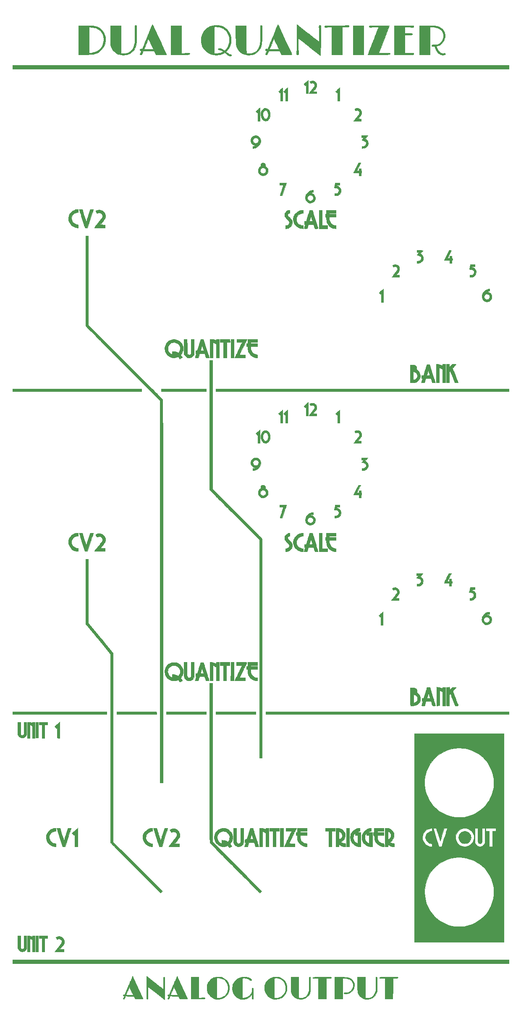
<source format=gbr>
G04 #@! TF.GenerationSoftware,KiCad,Pcbnew,5.1.5-52549c5~84~ubuntu18.04.1*
G04 #@! TF.CreationDate,2020-05-30T11:40:39-04:00*
G04 #@! TF.ProjectId,Panel,50616e65-6c2e-46b6-9963-61645f706362,rev?*
G04 #@! TF.SameCoordinates,Original*
G04 #@! TF.FileFunction,Legend,Top*
G04 #@! TF.FilePolarity,Positive*
%FSLAX46Y46*%
G04 Gerber Fmt 4.6, Leading zero omitted, Abs format (unit mm)*
G04 Created by KiCad (PCBNEW 5.1.5-52549c5~84~ubuntu18.04.1) date 2020-05-30 11:40:39*
%MOMM*%
%LPD*%
G04 APERTURE LIST*
%ADD10C,0.010000*%
G04 APERTURE END LIST*
D10*
G36*
X141508197Y-153862488D02*
G01*
X141724786Y-153942928D01*
X141927241Y-154066624D01*
X142052903Y-154175054D01*
X142219190Y-154368783D01*
X142336866Y-154575893D01*
X142407098Y-154799388D01*
X142431057Y-155042272D01*
X142428291Y-155139940D01*
X142389111Y-155390210D01*
X142303949Y-155620018D01*
X142174521Y-155826196D01*
X142002546Y-156005577D01*
X141925915Y-156066412D01*
X141773913Y-156166644D01*
X141627349Y-156235136D01*
X141469909Y-156277289D01*
X141285278Y-156298502D01*
X141214614Y-156301862D01*
X141084450Y-156304732D01*
X140988130Y-156301349D01*
X140908826Y-156289717D01*
X140829712Y-156267836D01*
X140778390Y-156250064D01*
X140545028Y-156140727D01*
X140345450Y-155995412D01*
X140182460Y-155818085D01*
X140058865Y-155612711D01*
X139977468Y-155383257D01*
X139941075Y-155133688D01*
X139939329Y-155063664D01*
X139954886Y-154847379D01*
X140004988Y-154653569D01*
X140094778Y-154463219D01*
X140107851Y-154440741D01*
X140252873Y-154241671D01*
X140426386Y-154080035D01*
X140622300Y-153956666D01*
X140834528Y-153872395D01*
X141056979Y-153828054D01*
X141283566Y-153824475D01*
X141508197Y-153862488D01*
G37*
X141508197Y-153862488D02*
X141724786Y-153942928D01*
X141927241Y-154066624D01*
X142052903Y-154175054D01*
X142219190Y-154368783D01*
X142336866Y-154575893D01*
X142407098Y-154799388D01*
X142431057Y-155042272D01*
X142428291Y-155139940D01*
X142389111Y-155390210D01*
X142303949Y-155620018D01*
X142174521Y-155826196D01*
X142002546Y-156005577D01*
X141925915Y-156066412D01*
X141773913Y-156166644D01*
X141627349Y-156235136D01*
X141469909Y-156277289D01*
X141285278Y-156298502D01*
X141214614Y-156301862D01*
X141084450Y-156304732D01*
X140988130Y-156301349D01*
X140908826Y-156289717D01*
X140829712Y-156267836D01*
X140778390Y-156250064D01*
X140545028Y-156140727D01*
X140345450Y-155995412D01*
X140182460Y-155818085D01*
X140058865Y-155612711D01*
X139977468Y-155383257D01*
X139941075Y-155133688D01*
X139939329Y-155063664D01*
X139954886Y-154847379D01*
X140004988Y-154653569D01*
X140094778Y-154463219D01*
X140107851Y-154440741D01*
X140252873Y-154241671D01*
X140426386Y-154080035D01*
X140622300Y-153956666D01*
X140834528Y-153872395D01*
X141056979Y-153828054D01*
X141283566Y-153824475D01*
X141508197Y-153862488D01*
G36*
X129222142Y8447225D02*
G01*
X129529817Y8447095D01*
X129793695Y8446763D01*
X130017301Y8446134D01*
X130204161Y8445113D01*
X130357803Y8443604D01*
X130481752Y8441514D01*
X130579534Y8438746D01*
X130654677Y8435207D01*
X130710706Y8430800D01*
X130751148Y8425432D01*
X130779529Y8419008D01*
X130799376Y8411432D01*
X130814214Y8402609D01*
X130824899Y8394551D01*
X130880213Y8324260D01*
X130888738Y8244229D01*
X130850243Y8165167D01*
X130830293Y8143987D01*
X130786808Y8110201D01*
X130739511Y8096392D01*
X130668988Y8098465D01*
X130633246Y8102422D01*
X130571877Y8107248D01*
X130467884Y8112546D01*
X130329490Y8118022D01*
X130164915Y8123381D01*
X129982380Y8128329D01*
X129792242Y8132529D01*
X129086686Y8146332D01*
X129086686Y6896296D01*
X130461971Y6896296D01*
X130525958Y6832309D01*
X130570640Y6772455D01*
X130574407Y6716914D01*
X130572924Y6711538D01*
X130560589Y6673270D01*
X130545342Y6643147D01*
X130521457Y6620196D01*
X130483207Y6603440D01*
X130424865Y6591906D01*
X130340704Y6584618D01*
X130224997Y6580602D01*
X130072018Y6578883D01*
X129876039Y6578485D01*
X129791256Y6578478D01*
X129099399Y6578478D01*
X129086351Y2900472D01*
X129842925Y2915305D01*
X130038863Y2919253D01*
X130222363Y2923152D01*
X130386111Y2926830D01*
X130522793Y2930118D01*
X130625094Y2932843D01*
X130685699Y2934834D01*
X130693492Y2935198D01*
X130789858Y2922712D01*
X130855829Y2879995D01*
X130886392Y2816916D01*
X130876536Y2743339D01*
X130826288Y2673751D01*
X130760685Y2612112D01*
X128868531Y2605279D01*
X126976376Y2598446D01*
X126976376Y8447247D01*
X128867141Y8447247D01*
X129222142Y8447225D01*
G37*
X129222142Y8447225D02*
X129529817Y8447095D01*
X129793695Y8446763D01*
X130017301Y8446134D01*
X130204161Y8445113D01*
X130357803Y8443604D01*
X130481752Y8441514D01*
X130579534Y8438746D01*
X130654677Y8435207D01*
X130710706Y8430800D01*
X130751148Y8425432D01*
X130779529Y8419008D01*
X130799376Y8411432D01*
X130814214Y8402609D01*
X130824899Y8394551D01*
X130880213Y8324260D01*
X130888738Y8244229D01*
X130850243Y8165167D01*
X130830293Y8143987D01*
X130786808Y8110201D01*
X130739511Y8096392D01*
X130668988Y8098465D01*
X130633246Y8102422D01*
X130571877Y8107248D01*
X130467884Y8112546D01*
X130329490Y8118022D01*
X130164915Y8123381D01*
X129982380Y8128329D01*
X129792242Y8132529D01*
X129086686Y8146332D01*
X129086686Y6896296D01*
X130461971Y6896296D01*
X130525958Y6832309D01*
X130570640Y6772455D01*
X130574407Y6716914D01*
X130572924Y6711538D01*
X130560589Y6673270D01*
X130545342Y6643147D01*
X130521457Y6620196D01*
X130483207Y6603440D01*
X130424865Y6591906D01*
X130340704Y6584618D01*
X130224997Y6580602D01*
X130072018Y6578883D01*
X129876039Y6578485D01*
X129791256Y6578478D01*
X129099399Y6578478D01*
X129086351Y2900472D01*
X129842925Y2915305D01*
X130038863Y2919253D01*
X130222363Y2923152D01*
X130386111Y2926830D01*
X130522793Y2930118D01*
X130625094Y2932843D01*
X130685699Y2934834D01*
X130693492Y2935198D01*
X130789858Y2922712D01*
X130855829Y2879995D01*
X130886392Y2816916D01*
X130876536Y2743339D01*
X130826288Y2673751D01*
X130760685Y2612112D01*
X128868531Y2605279D01*
X126976376Y2598446D01*
X126976376Y8447247D01*
X128867141Y8447247D01*
X129222142Y8447225D01*
G36*
X123482232Y8443487D02*
G01*
X123777971Y8442886D01*
X124066682Y8441930D01*
X125949681Y8434534D01*
X124903262Y5675875D01*
X123856844Y2917217D01*
X124698342Y2909696D01*
X124948486Y2908435D01*
X125175634Y2909223D01*
X125374076Y2911949D01*
X125538105Y2916504D01*
X125662011Y2922779D01*
X125733049Y2929595D01*
X125874108Y2942825D01*
X125975351Y2934998D01*
X126043990Y2904394D01*
X126087238Y2849296D01*
X126089415Y2844667D01*
X126103611Y2776019D01*
X126087055Y2727590D01*
X126074950Y2705438D01*
X126061720Y2685997D01*
X126044155Y2669090D01*
X126019046Y2654540D01*
X125983186Y2642171D01*
X125933363Y2631805D01*
X125866370Y2623265D01*
X125778996Y2616374D01*
X125668034Y2610957D01*
X125530274Y2606834D01*
X125362506Y2603831D01*
X125161522Y2601769D01*
X124924113Y2600471D01*
X124647069Y2599762D01*
X124327182Y2599463D01*
X123961241Y2599399D01*
X121639316Y2599399D01*
X121699570Y2758308D01*
X121726411Y2828455D01*
X121768881Y2938609D01*
X121825558Y3085123D01*
X121895022Y3264349D01*
X121975852Y3472640D01*
X122066625Y3706348D01*
X122165923Y3961827D01*
X122272322Y4235427D01*
X122384402Y4523503D01*
X122500742Y4822407D01*
X122619921Y5128491D01*
X122740517Y5438107D01*
X122861109Y5747609D01*
X122980277Y6053349D01*
X123096598Y6351680D01*
X123208653Y6638954D01*
X123315019Y6911523D01*
X123414276Y7165741D01*
X123505002Y7397959D01*
X123585776Y7604531D01*
X123655178Y7781809D01*
X123711785Y7926145D01*
X123754178Y8033893D01*
X123780934Y8101404D01*
X123790593Y8124981D01*
X123769640Y8129563D01*
X123704956Y8132763D01*
X123603641Y8134676D01*
X123472792Y8135397D01*
X123319508Y8135022D01*
X123150890Y8133646D01*
X122974034Y8131363D01*
X122796040Y8128269D01*
X122624007Y8124459D01*
X122465033Y8120028D01*
X122326217Y8115071D01*
X122214658Y8109684D01*
X122137455Y8103961D01*
X122125825Y8102671D01*
X122003544Y8101411D01*
X121918959Y8131412D01*
X121873608Y8191842D01*
X121865866Y8243439D01*
X121889183Y8327891D01*
X121954826Y8392224D01*
X122056332Y8430650D01*
X122079346Y8434574D01*
X122121387Y8436874D01*
X122210024Y8438868D01*
X122341006Y8440538D01*
X122510080Y8441869D01*
X122712992Y8442845D01*
X122945490Y8443450D01*
X123203321Y8443669D01*
X123482232Y8443487D01*
G37*
X123482232Y8443487D02*
X123777971Y8442886D01*
X124066682Y8441930D01*
X125949681Y8434534D01*
X124903262Y5675875D01*
X123856844Y2917217D01*
X124698342Y2909696D01*
X124948486Y2908435D01*
X125175634Y2909223D01*
X125374076Y2911949D01*
X125538105Y2916504D01*
X125662011Y2922779D01*
X125733049Y2929595D01*
X125874108Y2942825D01*
X125975351Y2934998D01*
X126043990Y2904394D01*
X126087238Y2849296D01*
X126089415Y2844667D01*
X126103611Y2776019D01*
X126087055Y2727590D01*
X126074950Y2705438D01*
X126061720Y2685997D01*
X126044155Y2669090D01*
X126019046Y2654540D01*
X125983186Y2642171D01*
X125933363Y2631805D01*
X125866370Y2623265D01*
X125778996Y2616374D01*
X125668034Y2610957D01*
X125530274Y2606834D01*
X125362506Y2603831D01*
X125161522Y2601769D01*
X124924113Y2600471D01*
X124647069Y2599762D01*
X124327182Y2599463D01*
X123961241Y2599399D01*
X121639316Y2599399D01*
X121699570Y2758308D01*
X121726411Y2828455D01*
X121768881Y2938609D01*
X121825558Y3085123D01*
X121895022Y3264349D01*
X121975852Y3472640D01*
X122066625Y3706348D01*
X122165923Y3961827D01*
X122272322Y4235427D01*
X122384402Y4523503D01*
X122500742Y4822407D01*
X122619921Y5128491D01*
X122740517Y5438107D01*
X122861109Y5747609D01*
X122980277Y6053349D01*
X123096598Y6351680D01*
X123208653Y6638954D01*
X123315019Y6911523D01*
X123414276Y7165741D01*
X123505002Y7397959D01*
X123585776Y7604531D01*
X123655178Y7781809D01*
X123711785Y7926145D01*
X123754178Y8033893D01*
X123780934Y8101404D01*
X123790593Y8124981D01*
X123769640Y8129563D01*
X123704956Y8132763D01*
X123603641Y8134676D01*
X123472792Y8135397D01*
X123319508Y8135022D01*
X123150890Y8133646D01*
X122974034Y8131363D01*
X122796040Y8128269D01*
X122624007Y8124459D01*
X122465033Y8120028D01*
X122326217Y8115071D01*
X122214658Y8109684D01*
X122137455Y8103961D01*
X122125825Y8102671D01*
X122003544Y8101411D01*
X121918959Y8131412D01*
X121873608Y8191842D01*
X121865866Y8243439D01*
X121889183Y8327891D01*
X121954826Y8392224D01*
X122056332Y8430650D01*
X122079346Y8434574D01*
X122121387Y8436874D01*
X122210024Y8438868D01*
X122341006Y8440538D01*
X122510080Y8441869D01*
X122712992Y8442845D01*
X122945490Y8443450D01*
X123203321Y8443669D01*
X123482232Y8443487D01*
G36*
X120772572Y2599399D02*
G01*
X118662262Y2599399D01*
X118662262Y8447247D01*
X120772572Y8447247D01*
X120772572Y2599399D01*
G37*
X120772572Y2599399D02*
X118662262Y2599399D01*
X118662262Y8447247D01*
X120772572Y8447247D01*
X120772572Y2599399D01*
G36*
X117710824Y8491569D02*
G01*
X117729971Y8488727D01*
X117800962Y8449881D01*
X117836953Y8386495D01*
X117836830Y8311942D01*
X117799477Y8239596D01*
X117754065Y8199671D01*
X117726475Y8185177D01*
X117688902Y8173869D01*
X117634735Y8165221D01*
X117557364Y8158709D01*
X117450179Y8153807D01*
X117306570Y8149989D01*
X117119927Y8146730D01*
X117080695Y8146154D01*
X116475675Y8137454D01*
X116475675Y2599399D01*
X114365365Y2599399D01*
X114365365Y8147739D01*
X113812362Y8132092D01*
X113639551Y8126705D01*
X113474738Y8120652D01*
X113327979Y8114372D01*
X113209327Y8108306D01*
X113128839Y8102892D01*
X113115387Y8101644D01*
X113028182Y8095671D01*
X112973491Y8102484D01*
X112933851Y8125474D01*
X112918340Y8139918D01*
X112873888Y8212190D01*
X112875172Y8285966D01*
X112918065Y8352773D01*
X112998442Y8404140D01*
X113055956Y8422470D01*
X113098002Y8426369D01*
X113187203Y8430051D01*
X113319865Y8433474D01*
X113492292Y8436595D01*
X113700788Y8439373D01*
X113941659Y8441766D01*
X114211209Y8443730D01*
X114505743Y8445224D01*
X114821566Y8446206D01*
X115154983Y8446634D01*
X115174108Y8446640D01*
X115625892Y8447171D01*
X116027154Y8448479D01*
X116378219Y8450568D01*
X116679411Y8453442D01*
X116931053Y8457107D01*
X117133468Y8461566D01*
X117286982Y8466823D01*
X117391917Y8472882D01*
X117427085Y8476314D01*
X117539185Y8487488D01*
X117638927Y8492785D01*
X117710824Y8491569D01*
G37*
X117710824Y8491569D02*
X117729971Y8488727D01*
X117800962Y8449881D01*
X117836953Y8386495D01*
X117836830Y8311942D01*
X117799477Y8239596D01*
X117754065Y8199671D01*
X117726475Y8185177D01*
X117688902Y8173869D01*
X117634735Y8165221D01*
X117557364Y8158709D01*
X117450179Y8153807D01*
X117306570Y8149989D01*
X117119927Y8146730D01*
X117080695Y8146154D01*
X116475675Y8137454D01*
X116475675Y2599399D01*
X114365365Y2599399D01*
X114365365Y8147739D01*
X113812362Y8132092D01*
X113639551Y8126705D01*
X113474738Y8120652D01*
X113327979Y8114372D01*
X113209327Y8108306D01*
X113128839Y8102892D01*
X113115387Y8101644D01*
X113028182Y8095671D01*
X112973491Y8102484D01*
X112933851Y8125474D01*
X112918340Y8139918D01*
X112873888Y8212190D01*
X112875172Y8285966D01*
X112918065Y8352773D01*
X112998442Y8404140D01*
X113055956Y8422470D01*
X113098002Y8426369D01*
X113187203Y8430051D01*
X113319865Y8433474D01*
X113492292Y8436595D01*
X113700788Y8439373D01*
X113941659Y8441766D01*
X114211209Y8443730D01*
X114505743Y8445224D01*
X114821566Y8446206D01*
X115154983Y8446634D01*
X115174108Y8446640D01*
X115625892Y8447171D01*
X116027154Y8448479D01*
X116378219Y8450568D01*
X116679411Y8453442D01*
X116931053Y8457107D01*
X117133468Y8461566D01*
X117286982Y8466823D01*
X117391917Y8472882D01*
X117427085Y8476314D01*
X117539185Y8487488D01*
X117638927Y8492785D01*
X117710824Y8491569D01*
G36*
X84039077Y5656806D02*
G01*
X84045545Y2866366D01*
X84554054Y2868886D01*
X84761103Y2871297D01*
X84925409Y2876590D01*
X85055026Y2885291D01*
X85158008Y2897925D01*
X85235762Y2913380D01*
X85403299Y2945967D01*
X85529487Y2951669D01*
X85616570Y2929780D01*
X85666793Y2879595D01*
X85682400Y2800406D01*
X85680917Y2773399D01*
X85664340Y2708547D01*
X85620256Y2664303D01*
X85583784Y2643933D01*
X85563646Y2635315D01*
X85537782Y2627881D01*
X85502533Y2621545D01*
X85454239Y2616220D01*
X85389240Y2611819D01*
X85303878Y2608255D01*
X85194492Y2605440D01*
X85057424Y2603290D01*
X84889013Y2601716D01*
X84685601Y2600631D01*
X84443528Y2599950D01*
X84159134Y2599584D01*
X83828760Y2599448D01*
X83708658Y2599439D01*
X81922522Y2599399D01*
X81922522Y8447247D01*
X84032609Y8447247D01*
X84039077Y5656806D01*
G37*
X84039077Y5656806D02*
X84045545Y2866366D01*
X84554054Y2868886D01*
X84761103Y2871297D01*
X84925409Y2876590D01*
X85055026Y2885291D01*
X85158008Y2897925D01*
X85235762Y2913380D01*
X85403299Y2945967D01*
X85529487Y2951669D01*
X85616570Y2929780D01*
X85666793Y2879595D01*
X85682400Y2800406D01*
X85680917Y2773399D01*
X85664340Y2708547D01*
X85620256Y2664303D01*
X85583784Y2643933D01*
X85563646Y2635315D01*
X85537782Y2627881D01*
X85502533Y2621545D01*
X85454239Y2616220D01*
X85389240Y2611819D01*
X85303878Y2608255D01*
X85194492Y2605440D01*
X85057424Y2603290D01*
X84889013Y2601716D01*
X84685601Y2600631D01*
X84443528Y2599950D01*
X84159134Y2599584D01*
X83828760Y2599448D01*
X83708658Y2599439D01*
X81922522Y2599399D01*
X81922522Y8447247D01*
X84032609Y8447247D01*
X84039077Y5656806D01*
G36*
X64588738Y8440299D02*
G01*
X64881088Y8436988D01*
X65155557Y8432764D01*
X65407192Y8427761D01*
X65631038Y8422115D01*
X65822141Y8415961D01*
X65975546Y8409434D01*
X66086299Y8402668D01*
X66133333Y8398174D01*
X66546645Y8326233D01*
X66926235Y8217165D01*
X67271583Y8071363D01*
X67582169Y7889221D01*
X67857472Y7671134D01*
X68096971Y7417494D01*
X68300147Y7128695D01*
X68466479Y6805132D01*
X68559011Y6563252D01*
X68622626Y6346446D01*
X68665668Y6131548D01*
X68689911Y5904401D01*
X68697131Y5650844D01*
X68694190Y5485185D01*
X68678439Y5212816D01*
X68647424Y4973958D01*
X68597932Y4752718D01*
X68526747Y4533204D01*
X68475219Y4402729D01*
X68324640Y4105162D01*
X68129630Y3822768D01*
X67895525Y3560290D01*
X67627662Y3322472D01*
X67331380Y3114055D01*
X67012017Y2939784D01*
X66677549Y2805280D01*
X66537440Y2761479D01*
X66396601Y2724072D01*
X66249875Y2692600D01*
X66092104Y2666606D01*
X65918132Y2645632D01*
X65722801Y2629219D01*
X65500954Y2616910D01*
X65247435Y2608248D01*
X64957085Y2602773D01*
X64624747Y2600028D01*
X64359910Y2599486D01*
X63285685Y2599399D01*
X63285685Y2929930D01*
X65395996Y2929930D01*
X65605755Y2930079D01*
X65732764Y2934445D01*
X65882035Y2945893D01*
X66025844Y2962175D01*
X66057162Y2966658D01*
X66420955Y3044294D01*
X66763989Y3163004D01*
X67082537Y3320152D01*
X67372872Y3513099D01*
X67631266Y3739206D01*
X67853993Y3995837D01*
X68037325Y4280352D01*
X68105966Y4416750D01*
X68231102Y4746491D01*
X68312935Y5095892D01*
X68350822Y5456939D01*
X68344122Y5821617D01*
X68292191Y6181913D01*
X68258699Y6322678D01*
X68158188Y6632235D01*
X68028762Y6906384D01*
X67864643Y7154999D01*
X67660052Y7387955D01*
X67602019Y7444794D01*
X67412144Y7608950D01*
X67212196Y7746690D01*
X66996279Y7860037D01*
X66758499Y7951014D01*
X66492961Y8021642D01*
X66193770Y8073943D01*
X65855032Y8109938D01*
X65618468Y8125164D01*
X65395996Y8136515D01*
X65395996Y2929930D01*
X63285685Y2929930D01*
X63285685Y8452513D01*
X64588738Y8440299D01*
G37*
X64588738Y8440299D02*
X64881088Y8436988D01*
X65155557Y8432764D01*
X65407192Y8427761D01*
X65631038Y8422115D01*
X65822141Y8415961D01*
X65975546Y8409434D01*
X66086299Y8402668D01*
X66133333Y8398174D01*
X66546645Y8326233D01*
X66926235Y8217165D01*
X67271583Y8071363D01*
X67582169Y7889221D01*
X67857472Y7671134D01*
X68096971Y7417494D01*
X68300147Y7128695D01*
X68466479Y6805132D01*
X68559011Y6563252D01*
X68622626Y6346446D01*
X68665668Y6131548D01*
X68689911Y5904401D01*
X68697131Y5650844D01*
X68694190Y5485185D01*
X68678439Y5212816D01*
X68647424Y4973958D01*
X68597932Y4752718D01*
X68526747Y4533204D01*
X68475219Y4402729D01*
X68324640Y4105162D01*
X68129630Y3822768D01*
X67895525Y3560290D01*
X67627662Y3322472D01*
X67331380Y3114055D01*
X67012017Y2939784D01*
X66677549Y2805280D01*
X66537440Y2761479D01*
X66396601Y2724072D01*
X66249875Y2692600D01*
X66092104Y2666606D01*
X65918132Y2645632D01*
X65722801Y2629219D01*
X65500954Y2616910D01*
X65247435Y2608248D01*
X64957085Y2602773D01*
X64624747Y2600028D01*
X64359910Y2599486D01*
X63285685Y2599399D01*
X63285685Y2929930D01*
X65395996Y2929930D01*
X65605755Y2930079D01*
X65732764Y2934445D01*
X65882035Y2945893D01*
X66025844Y2962175D01*
X66057162Y2966658D01*
X66420955Y3044294D01*
X66763989Y3163004D01*
X67082537Y3320152D01*
X67372872Y3513099D01*
X67631266Y3739206D01*
X67853993Y3995837D01*
X68037325Y4280352D01*
X68105966Y4416750D01*
X68231102Y4746491D01*
X68312935Y5095892D01*
X68350822Y5456939D01*
X68344122Y5821617D01*
X68292191Y6181913D01*
X68258699Y6322678D01*
X68158188Y6632235D01*
X68028762Y6906384D01*
X67864643Y7154999D01*
X67660052Y7387955D01*
X67602019Y7444794D01*
X67412144Y7608950D01*
X67212196Y7746690D01*
X66996279Y7860037D01*
X66758499Y7951014D01*
X66492961Y8021642D01*
X66193770Y8073943D01*
X65855032Y8109938D01*
X65618468Y8125164D01*
X65395996Y8136515D01*
X65395996Y2929930D01*
X63285685Y2929930D01*
X63285685Y8452513D01*
X64588738Y8440299D01*
G36*
X103492695Y8650667D02*
G01*
X103525517Y8588282D01*
X103577289Y8484455D01*
X103646882Y8341575D01*
X103733167Y8162029D01*
X103835012Y7948204D01*
X103951289Y7702488D01*
X104080867Y7427268D01*
X104222617Y7124932D01*
X104375409Y6797868D01*
X104538113Y6448462D01*
X104709599Y6079103D01*
X104887609Y5694619D01*
X105058367Y5325236D01*
X105223351Y4968219D01*
X105381290Y4626326D01*
X105530910Y4302319D01*
X105670938Y3998957D01*
X105800103Y3719001D01*
X105917130Y3465212D01*
X106020748Y3240349D01*
X106109683Y3047173D01*
X106182663Y2888445D01*
X106238415Y2766924D01*
X106275667Y2685371D01*
X106293145Y2646547D01*
X106294256Y2643893D01*
X106295932Y2633031D01*
X106289099Y2624092D01*
X106269340Y2616888D01*
X106232237Y2611235D01*
X106173373Y2606944D01*
X106088330Y2603832D01*
X105972691Y2601710D01*
X105822039Y2600393D01*
X105631955Y2599695D01*
X105398024Y2599429D01*
X105239038Y2599399D01*
X104167129Y2599399D01*
X103991663Y2968339D01*
X103816196Y3337278D01*
X101622070Y3324024D01*
X101485411Y2993493D01*
X101420906Y2845393D01*
X101362199Y2725923D01*
X101312959Y2642117D01*
X101283169Y2605755D01*
X101197967Y2558399D01*
X101109179Y2553688D01*
X101030920Y2591706D01*
X101018007Y2604193D01*
X100982657Y2651756D01*
X100970749Y2701483D01*
X100984081Y2763584D01*
X101024447Y2848266D01*
X101076768Y2938065D01*
X101136886Y3041338D01*
X101193438Y3145355D01*
X101235349Y3229650D01*
X101239286Y3238412D01*
X101291201Y3356203D01*
X101188092Y3370033D01*
X101071201Y3401952D01*
X100992248Y3459244D01*
X100955567Y3538297D01*
X100953453Y3565565D01*
X100970904Y3645693D01*
X101018941Y3697960D01*
X101060392Y3723679D01*
X101105763Y3735044D01*
X101171080Y3733791D01*
X101257074Y3723723D01*
X101429719Y3700591D01*
X101435198Y3713847D01*
X101786749Y3713847D01*
X101795079Y3676152D01*
X101834567Y3660102D01*
X101873335Y3657356D01*
X101956693Y3654653D01*
X102078377Y3652089D01*
X102232125Y3649762D01*
X102411676Y3647770D01*
X102610768Y3646209D01*
X102788195Y3645304D01*
X103682196Y3641841D01*
X103212243Y4652502D01*
X103112267Y4867767D01*
X103017718Y5071854D01*
X102931023Y5259482D01*
X102854613Y5425371D01*
X102790917Y5564240D01*
X102742364Y5670810D01*
X102711383Y5739800D01*
X102702141Y5761201D01*
X102672194Y5821068D01*
X102650206Y5833178D01*
X102642999Y5824765D01*
X102629026Y5793296D01*
X102598497Y5720608D01*
X102553830Y5612662D01*
X102497441Y5475418D01*
X102431750Y5314837D01*
X102359172Y5136878D01*
X102282127Y4947502D01*
X102203032Y4752669D01*
X102124303Y4558339D01*
X102048360Y4370472D01*
X101977618Y4195029D01*
X101914498Y4037969D01*
X101861414Y3905253D01*
X101820787Y3802841D01*
X101795032Y3736694D01*
X101786749Y3713847D01*
X101435198Y3713847D01*
X101462244Y3779275D01*
X101476297Y3813366D01*
X101508363Y3891220D01*
X101557100Y4009576D01*
X101621165Y4165173D01*
X101699217Y4354749D01*
X101789913Y4575046D01*
X101891910Y4822801D01*
X102003867Y5094754D01*
X102124440Y5387645D01*
X102252287Y5698213D01*
X102386066Y6023197D01*
X102478513Y6247778D01*
X102615091Y6579460D01*
X102746390Y6898107D01*
X102871094Y7200539D01*
X102987890Y7483579D01*
X103095463Y7744049D01*
X103192498Y7978770D01*
X103277681Y8184564D01*
X103349698Y8358252D01*
X103407234Y8496658D01*
X103448975Y8596602D01*
X103473606Y8654906D01*
X103479954Y8669224D01*
X103492695Y8650667D01*
G37*
X103492695Y8650667D02*
X103525517Y8588282D01*
X103577289Y8484455D01*
X103646882Y8341575D01*
X103733167Y8162029D01*
X103835012Y7948204D01*
X103951289Y7702488D01*
X104080867Y7427268D01*
X104222617Y7124932D01*
X104375409Y6797868D01*
X104538113Y6448462D01*
X104709599Y6079103D01*
X104887609Y5694619D01*
X105058367Y5325236D01*
X105223351Y4968219D01*
X105381290Y4626326D01*
X105530910Y4302319D01*
X105670938Y3998957D01*
X105800103Y3719001D01*
X105917130Y3465212D01*
X106020748Y3240349D01*
X106109683Y3047173D01*
X106182663Y2888445D01*
X106238415Y2766924D01*
X106275667Y2685371D01*
X106293145Y2646547D01*
X106294256Y2643893D01*
X106295932Y2633031D01*
X106289099Y2624092D01*
X106269340Y2616888D01*
X106232237Y2611235D01*
X106173373Y2606944D01*
X106088330Y2603832D01*
X105972691Y2601710D01*
X105822039Y2600393D01*
X105631955Y2599695D01*
X105398024Y2599429D01*
X105239038Y2599399D01*
X104167129Y2599399D01*
X103991663Y2968339D01*
X103816196Y3337278D01*
X101622070Y3324024D01*
X101485411Y2993493D01*
X101420906Y2845393D01*
X101362199Y2725923D01*
X101312959Y2642117D01*
X101283169Y2605755D01*
X101197967Y2558399D01*
X101109179Y2553688D01*
X101030920Y2591706D01*
X101018007Y2604193D01*
X100982657Y2651756D01*
X100970749Y2701483D01*
X100984081Y2763584D01*
X101024447Y2848266D01*
X101076768Y2938065D01*
X101136886Y3041338D01*
X101193438Y3145355D01*
X101235349Y3229650D01*
X101239286Y3238412D01*
X101291201Y3356203D01*
X101188092Y3370033D01*
X101071201Y3401952D01*
X100992248Y3459244D01*
X100955567Y3538297D01*
X100953453Y3565565D01*
X100970904Y3645693D01*
X101018941Y3697960D01*
X101060392Y3723679D01*
X101105763Y3735044D01*
X101171080Y3733791D01*
X101257074Y3723723D01*
X101429719Y3700591D01*
X101435198Y3713847D01*
X101786749Y3713847D01*
X101795079Y3676152D01*
X101834567Y3660102D01*
X101873335Y3657356D01*
X101956693Y3654653D01*
X102078377Y3652089D01*
X102232125Y3649762D01*
X102411676Y3647770D01*
X102610768Y3646209D01*
X102788195Y3645304D01*
X103682196Y3641841D01*
X103212243Y4652502D01*
X103112267Y4867767D01*
X103017718Y5071854D01*
X102931023Y5259482D01*
X102854613Y5425371D01*
X102790917Y5564240D01*
X102742364Y5670810D01*
X102711383Y5739800D01*
X102702141Y5761201D01*
X102672194Y5821068D01*
X102650206Y5833178D01*
X102642999Y5824765D01*
X102629026Y5793296D01*
X102598497Y5720608D01*
X102553830Y5612662D01*
X102497441Y5475418D01*
X102431750Y5314837D01*
X102359172Y5136878D01*
X102282127Y4947502D01*
X102203032Y4752669D01*
X102124303Y4558339D01*
X102048360Y4370472D01*
X101977618Y4195029D01*
X101914498Y4037969D01*
X101861414Y3905253D01*
X101820787Y3802841D01*
X101795032Y3736694D01*
X101786749Y3713847D01*
X101435198Y3713847D01*
X101462244Y3779275D01*
X101476297Y3813366D01*
X101508363Y3891220D01*
X101557100Y4009576D01*
X101621165Y4165173D01*
X101699217Y4354749D01*
X101789913Y4575046D01*
X101891910Y4822801D01*
X102003867Y5094754D01*
X102124440Y5387645D01*
X102252287Y5698213D01*
X102386066Y6023197D01*
X102478513Y6247778D01*
X102615091Y6579460D01*
X102746390Y6898107D01*
X102871094Y7200539D01*
X102987890Y7483579D01*
X103095463Y7744049D01*
X103192498Y7978770D01*
X103277681Y8184564D01*
X103349698Y8358252D01*
X103407234Y8496658D01*
X103448975Y8596602D01*
X103473606Y8654906D01*
X103479954Y8669224D01*
X103492695Y8650667D01*
G36*
X78197014Y8653435D02*
G01*
X78229402Y8587316D01*
X78280547Y8480422D01*
X78349188Y8335456D01*
X78434060Y8155122D01*
X78533901Y7942124D01*
X78647449Y7699165D01*
X78773439Y7428948D01*
X78910608Y7134178D01*
X79057695Y6817558D01*
X79213435Y6481791D01*
X79376566Y6129580D01*
X79545824Y5763631D01*
X79595189Y5656806D01*
X79766010Y5287098D01*
X79930979Y4930096D01*
X80088835Y4588525D01*
X80238318Y4265108D01*
X80378169Y3962571D01*
X80507127Y3683639D01*
X80623933Y3431037D01*
X80727326Y3207488D01*
X80816046Y3015718D01*
X80888834Y2858452D01*
X80944430Y2738414D01*
X80981573Y2658329D01*
X80999003Y2620922D01*
X81000179Y2618468D01*
X80977800Y2614428D01*
X80909733Y2610680D01*
X80801144Y2607316D01*
X80657194Y2604428D01*
X80483049Y2602108D01*
X80283870Y2600449D01*
X80064823Y2599543D01*
X79932448Y2599399D01*
X78854687Y2599399D01*
X78685811Y2961711D01*
X78516934Y3324024D01*
X76316216Y3337166D01*
X76216579Y3089053D01*
X76144365Y2912852D01*
X76085146Y2779001D01*
X76035019Y2681888D01*
X75990079Y2615903D01*
X75946421Y2575435D01*
X75900141Y2554873D01*
X75847335Y2548606D01*
X75840462Y2548548D01*
X75773386Y2563188D01*
X75724376Y2588128D01*
X75677847Y2644401D01*
X75670759Y2722575D01*
X75703500Y2825614D01*
X75771550Y2948764D01*
X75822747Y3034598D01*
X75874765Y3129577D01*
X75921272Y3221124D01*
X75955933Y3296664D01*
X75972414Y3343623D01*
X75972973Y3348670D01*
X75950427Y3356657D01*
X75893393Y3367970D01*
X75859654Y3373381D01*
X75739918Y3406767D01*
X75664914Y3464298D01*
X75634659Y3545958D01*
X75633967Y3562814D01*
X75648806Y3647409D01*
X75696550Y3700259D01*
X75717889Y3706415D01*
X76494840Y3706415D01*
X76494910Y3683340D01*
X76501391Y3670649D01*
X76512862Y3664265D01*
X76515432Y3663445D01*
X76553059Y3659522D01*
X76635335Y3655789D01*
X76756060Y3652369D01*
X76909031Y3649386D01*
X77088048Y3646964D01*
X77286910Y3645228D01*
X77469437Y3644376D01*
X77715707Y3644031D01*
X77915172Y3644613D01*
X78071875Y3646255D01*
X78189853Y3649090D01*
X78273149Y3653253D01*
X78325803Y3658875D01*
X78351854Y3666090D01*
X78356082Y3673623D01*
X78336455Y3719600D01*
X78298984Y3803075D01*
X78246251Y3918544D01*
X78180836Y4060507D01*
X78105320Y4223459D01*
X78022285Y4401898D01*
X77934312Y4590322D01*
X77843981Y4783228D01*
X77753873Y4975114D01*
X77666570Y5160477D01*
X77584653Y5333814D01*
X77510702Y5489622D01*
X77447299Y5622400D01*
X77397024Y5726645D01*
X77362460Y5796853D01*
X77346186Y5827523D01*
X77345355Y5828428D01*
X77333171Y5805619D01*
X77303969Y5740314D01*
X77259708Y5637190D01*
X77202346Y5500929D01*
X77133843Y5336209D01*
X77056157Y5147711D01*
X76971247Y4940115D01*
X76895695Y4754204D01*
X76793294Y4501251D01*
X76708677Y4291305D01*
X76640424Y4120288D01*
X76587111Y3984122D01*
X76547318Y3878729D01*
X76519623Y3800032D01*
X76502604Y3743954D01*
X76494840Y3706415D01*
X75717889Y3706415D01*
X75782042Y3724922D01*
X75858196Y3727571D01*
X75948797Y3722861D01*
X76027231Y3714465D01*
X76056817Y3708968D01*
X76066989Y3707612D01*
X76077687Y3710455D01*
X76090061Y3720115D01*
X76105260Y3739212D01*
X76124434Y3770363D01*
X76148732Y3816188D01*
X76179304Y3879305D01*
X76217298Y3962332D01*
X76263863Y4067889D01*
X76320151Y4198594D01*
X76387308Y4357064D01*
X76466486Y4545920D01*
X76558833Y4767780D01*
X76665499Y5025261D01*
X76787632Y5320983D01*
X76926383Y5657565D01*
X77082901Y6037625D01*
X77143511Y6184850D01*
X77282812Y6522881D01*
X77416824Y6847398D01*
X77544269Y7155340D01*
X77663867Y7443648D01*
X77774341Y7709260D01*
X77874410Y7949117D01*
X77962796Y8160159D01*
X78038221Y8339325D01*
X78099405Y8483556D01*
X78145069Y8589790D01*
X78173934Y8654970D01*
X78184648Y8676076D01*
X78197014Y8653435D01*
G37*
X78197014Y8653435D02*
X78229402Y8587316D01*
X78280547Y8480422D01*
X78349188Y8335456D01*
X78434060Y8155122D01*
X78533901Y7942124D01*
X78647449Y7699165D01*
X78773439Y7428948D01*
X78910608Y7134178D01*
X79057695Y6817558D01*
X79213435Y6481791D01*
X79376566Y6129580D01*
X79545824Y5763631D01*
X79595189Y5656806D01*
X79766010Y5287098D01*
X79930979Y4930096D01*
X80088835Y4588525D01*
X80238318Y4265108D01*
X80378169Y3962571D01*
X80507127Y3683639D01*
X80623933Y3431037D01*
X80727326Y3207488D01*
X80816046Y3015718D01*
X80888834Y2858452D01*
X80944430Y2738414D01*
X80981573Y2658329D01*
X80999003Y2620922D01*
X81000179Y2618468D01*
X80977800Y2614428D01*
X80909733Y2610680D01*
X80801144Y2607316D01*
X80657194Y2604428D01*
X80483049Y2602108D01*
X80283870Y2600449D01*
X80064823Y2599543D01*
X79932448Y2599399D01*
X78854687Y2599399D01*
X78685811Y2961711D01*
X78516934Y3324024D01*
X76316216Y3337166D01*
X76216579Y3089053D01*
X76144365Y2912852D01*
X76085146Y2779001D01*
X76035019Y2681888D01*
X75990079Y2615903D01*
X75946421Y2575435D01*
X75900141Y2554873D01*
X75847335Y2548606D01*
X75840462Y2548548D01*
X75773386Y2563188D01*
X75724376Y2588128D01*
X75677847Y2644401D01*
X75670759Y2722575D01*
X75703500Y2825614D01*
X75771550Y2948764D01*
X75822747Y3034598D01*
X75874765Y3129577D01*
X75921272Y3221124D01*
X75955933Y3296664D01*
X75972414Y3343623D01*
X75972973Y3348670D01*
X75950427Y3356657D01*
X75893393Y3367970D01*
X75859654Y3373381D01*
X75739918Y3406767D01*
X75664914Y3464298D01*
X75634659Y3545958D01*
X75633967Y3562814D01*
X75648806Y3647409D01*
X75696550Y3700259D01*
X75717889Y3706415D01*
X76494840Y3706415D01*
X76494910Y3683340D01*
X76501391Y3670649D01*
X76512862Y3664265D01*
X76515432Y3663445D01*
X76553059Y3659522D01*
X76635335Y3655789D01*
X76756060Y3652369D01*
X76909031Y3649386D01*
X77088048Y3646964D01*
X77286910Y3645228D01*
X77469437Y3644376D01*
X77715707Y3644031D01*
X77915172Y3644613D01*
X78071875Y3646255D01*
X78189853Y3649090D01*
X78273149Y3653253D01*
X78325803Y3658875D01*
X78351854Y3666090D01*
X78356082Y3673623D01*
X78336455Y3719600D01*
X78298984Y3803075D01*
X78246251Y3918544D01*
X78180836Y4060507D01*
X78105320Y4223459D01*
X78022285Y4401898D01*
X77934312Y4590322D01*
X77843981Y4783228D01*
X77753873Y4975114D01*
X77666570Y5160477D01*
X77584653Y5333814D01*
X77510702Y5489622D01*
X77447299Y5622400D01*
X77397024Y5726645D01*
X77362460Y5796853D01*
X77346186Y5827523D01*
X77345355Y5828428D01*
X77333171Y5805619D01*
X77303969Y5740314D01*
X77259708Y5637190D01*
X77202346Y5500929D01*
X77133843Y5336209D01*
X77056157Y5147711D01*
X76971247Y4940115D01*
X76895695Y4754204D01*
X76793294Y4501251D01*
X76708677Y4291305D01*
X76640424Y4120288D01*
X76587111Y3984122D01*
X76547318Y3878729D01*
X76519623Y3800032D01*
X76502604Y3743954D01*
X76494840Y3706415D01*
X75717889Y3706415D01*
X75782042Y3724922D01*
X75858196Y3727571D01*
X75948797Y3722861D01*
X76027231Y3714465D01*
X76056817Y3708968D01*
X76066989Y3707612D01*
X76077687Y3710455D01*
X76090061Y3720115D01*
X76105260Y3739212D01*
X76124434Y3770363D01*
X76148732Y3816188D01*
X76179304Y3879305D01*
X76217298Y3962332D01*
X76263863Y4067889D01*
X76320151Y4198594D01*
X76387308Y4357064D01*
X76466486Y4545920D01*
X76558833Y4767780D01*
X76665499Y5025261D01*
X76787632Y5320983D01*
X76926383Y5657565D01*
X77082901Y6037625D01*
X77143511Y6184850D01*
X77282812Y6522881D01*
X77416824Y6847398D01*
X77544269Y7155340D01*
X77663867Y7443648D01*
X77774341Y7709260D01*
X77874410Y7949117D01*
X77962796Y8160159D01*
X78038221Y8339325D01*
X78099405Y8483556D01*
X78145069Y8589790D01*
X78173934Y8654970D01*
X78184648Y8676076D01*
X78197014Y8653435D01*
G36*
X133466216Y8439740D02*
G01*
X133780312Y8436466D01*
X134071901Y8432450D01*
X134336958Y8427793D01*
X134571456Y8422596D01*
X134771370Y8416960D01*
X134932674Y8410986D01*
X135051343Y8404774D01*
X135123349Y8398426D01*
X135125225Y8398167D01*
X135505349Y8324861D01*
X135849746Y8217495D01*
X136157657Y8076658D01*
X136428322Y7902937D01*
X136660979Y7696920D01*
X136854869Y7459193D01*
X137009232Y7190345D01*
X137123308Y6890962D01*
X137136755Y6843974D01*
X137163231Y6705107D01*
X137178459Y6533394D01*
X137182421Y6345586D01*
X137175101Y6158431D01*
X137156482Y5988680D01*
X137137714Y5893171D01*
X137038004Y5593509D01*
X136893725Y5313158D01*
X136709013Y5056799D01*
X136488000Y4829113D01*
X136234820Y4634781D01*
X135953605Y4478484D01*
X135848669Y4433372D01*
X135743843Y4394250D01*
X135643594Y4361312D01*
X135567896Y4341068D01*
X135561784Y4339869D01*
X135496232Y4320785D01*
X135455930Y4296016D01*
X135452177Y4290032D01*
X135455660Y4253934D01*
X135474953Y4182644D01*
X135506568Y4088018D01*
X135530609Y4023396D01*
X135666985Y3709282D01*
X135815304Y3441746D01*
X135974972Y3221540D01*
X136145400Y3049417D01*
X136325995Y2926131D01*
X136429061Y2879555D01*
X136606677Y2827829D01*
X136763398Y2815384D01*
X136905209Y2840030D01*
X137046150Y2873398D01*
X137148257Y2875482D01*
X137213238Y2845693D01*
X137242802Y2783438D01*
X137243626Y2723067D01*
X137222769Y2651811D01*
X137172600Y2598986D01*
X137087992Y2562395D01*
X136963816Y2539841D01*
X136794947Y2529128D01*
X136790590Y2529006D01*
X136657258Y2527301D01*
X136557222Y2532094D01*
X136473119Y2545469D01*
X136387586Y2569506D01*
X136351807Y2581622D01*
X136158161Y2669127D01*
X135964639Y2792463D01*
X135788385Y2939541D01*
X135680268Y3055202D01*
X135574090Y3201471D01*
X135461786Y3388172D01*
X135348354Y3606115D01*
X135238793Y3846115D01*
X135202038Y3934234D01*
X135145275Y4065888D01*
X135096535Y4155544D01*
X135049061Y4209859D01*
X134996098Y4235490D01*
X134930889Y4239097D01*
X134896430Y4235401D01*
X134757820Y4230455D01*
X134641308Y4254065D01*
X134557917Y4303872D01*
X134553052Y4308868D01*
X134508525Y4384804D01*
X134514683Y4461384D01*
X134567162Y4532949D01*
X134594343Y4556561D01*
X134623150Y4572939D01*
X134662622Y4583204D01*
X134721798Y4588477D01*
X134809718Y4589879D01*
X134935421Y4588531D01*
X135005750Y4587343D01*
X135169989Y4585902D01*
X135296862Y4588830D01*
X135399746Y4597167D01*
X135492015Y4611953D01*
X135577810Y4631832D01*
X135806382Y4706323D01*
X136010275Y4808690D01*
X136202532Y4946587D01*
X136359475Y5090369D01*
X136545252Y5301245D01*
X136685897Y5520821D01*
X136784313Y5756305D01*
X136843399Y6014904D01*
X136866055Y6303824D01*
X136866491Y6350160D01*
X136845354Y6651223D01*
X136780919Y6926009D01*
X136672915Y7174925D01*
X136521070Y7398381D01*
X136325112Y7596784D01*
X136084770Y7770541D01*
X135830546Y7906070D01*
X135663791Y7977177D01*
X135501760Y8032305D01*
X135333795Y8073502D01*
X135149236Y8102812D01*
X134937427Y8122284D01*
X134687707Y8133962D01*
X134635786Y8135450D01*
X134120921Y8149023D01*
X134120921Y2599399D01*
X132010610Y2599399D01*
X132010610Y8452632D01*
X133466216Y8439740D01*
G37*
X133466216Y8439740D02*
X133780312Y8436466D01*
X134071901Y8432450D01*
X134336958Y8427793D01*
X134571456Y8422596D01*
X134771370Y8416960D01*
X134932674Y8410986D01*
X135051343Y8404774D01*
X135123349Y8398426D01*
X135125225Y8398167D01*
X135505349Y8324861D01*
X135849746Y8217495D01*
X136157657Y8076658D01*
X136428322Y7902937D01*
X136660979Y7696920D01*
X136854869Y7459193D01*
X137009232Y7190345D01*
X137123308Y6890962D01*
X137136755Y6843974D01*
X137163231Y6705107D01*
X137178459Y6533394D01*
X137182421Y6345586D01*
X137175101Y6158431D01*
X137156482Y5988680D01*
X137137714Y5893171D01*
X137038004Y5593509D01*
X136893725Y5313158D01*
X136709013Y5056799D01*
X136488000Y4829113D01*
X136234820Y4634781D01*
X135953605Y4478484D01*
X135848669Y4433372D01*
X135743843Y4394250D01*
X135643594Y4361312D01*
X135567896Y4341068D01*
X135561784Y4339869D01*
X135496232Y4320785D01*
X135455930Y4296016D01*
X135452177Y4290032D01*
X135455660Y4253934D01*
X135474953Y4182644D01*
X135506568Y4088018D01*
X135530609Y4023396D01*
X135666985Y3709282D01*
X135815304Y3441746D01*
X135974972Y3221540D01*
X136145400Y3049417D01*
X136325995Y2926131D01*
X136429061Y2879555D01*
X136606677Y2827829D01*
X136763398Y2815384D01*
X136905209Y2840030D01*
X137046150Y2873398D01*
X137148257Y2875482D01*
X137213238Y2845693D01*
X137242802Y2783438D01*
X137243626Y2723067D01*
X137222769Y2651811D01*
X137172600Y2598986D01*
X137087992Y2562395D01*
X136963816Y2539841D01*
X136794947Y2529128D01*
X136790590Y2529006D01*
X136657258Y2527301D01*
X136557222Y2532094D01*
X136473119Y2545469D01*
X136387586Y2569506D01*
X136351807Y2581622D01*
X136158161Y2669127D01*
X135964639Y2792463D01*
X135788385Y2939541D01*
X135680268Y3055202D01*
X135574090Y3201471D01*
X135461786Y3388172D01*
X135348354Y3606115D01*
X135238793Y3846115D01*
X135202038Y3934234D01*
X135145275Y4065888D01*
X135096535Y4155544D01*
X135049061Y4209859D01*
X134996098Y4235490D01*
X134930889Y4239097D01*
X134896430Y4235401D01*
X134757820Y4230455D01*
X134641308Y4254065D01*
X134557917Y4303872D01*
X134553052Y4308868D01*
X134508525Y4384804D01*
X134514683Y4461384D01*
X134567162Y4532949D01*
X134594343Y4556561D01*
X134623150Y4572939D01*
X134662622Y4583204D01*
X134721798Y4588477D01*
X134809718Y4589879D01*
X134935421Y4588531D01*
X135005750Y4587343D01*
X135169989Y4585902D01*
X135296862Y4588830D01*
X135399746Y4597167D01*
X135492015Y4611953D01*
X135577810Y4631832D01*
X135806382Y4706323D01*
X136010275Y4808690D01*
X136202532Y4946587D01*
X136359475Y5090369D01*
X136545252Y5301245D01*
X136685897Y5520821D01*
X136784313Y5756305D01*
X136843399Y6014904D01*
X136866055Y6303824D01*
X136866491Y6350160D01*
X136845354Y6651223D01*
X136780919Y6926009D01*
X136672915Y7174925D01*
X136521070Y7398381D01*
X136325112Y7596784D01*
X136084770Y7770541D01*
X135830546Y7906070D01*
X135663791Y7977177D01*
X135501760Y8032305D01*
X135333795Y8073502D01*
X135149236Y8102812D01*
X134937427Y8122284D01*
X134687707Y8133962D01*
X134635786Y8135450D01*
X134120921Y8149023D01*
X134120921Y2599399D01*
X132010610Y2599399D01*
X132010610Y8452632D01*
X133466216Y8439740D01*
G36*
X100146269Y8485000D02*
G01*
X100203447Y8452324D01*
X100265153Y8402357D01*
X100257996Y6689517D01*
X100256413Y6393551D01*
X100254226Y6108486D01*
X100251510Y5839062D01*
X100248346Y5590021D01*
X100244811Y5366105D01*
X100240984Y5172054D01*
X100236943Y5012611D01*
X100232766Y4892517D01*
X100228532Y4816513D01*
X100226732Y4798698D01*
X100153163Y4422281D01*
X100039198Y4073673D01*
X99886617Y3754825D01*
X99697199Y3467691D01*
X99472721Y3214222D01*
X99214963Y2996370D01*
X98925704Y2816088D01*
X98606722Y2675329D01*
X98259796Y2576044D01*
X98188429Y2561566D01*
X98090974Y2548559D01*
X97957419Y2538159D01*
X97801160Y2530653D01*
X97635590Y2526325D01*
X97474105Y2525459D01*
X97330098Y2528342D01*
X97216964Y2535257D01*
X97177778Y2540059D01*
X96809726Y2620718D01*
X96470812Y2741333D01*
X96162774Y2900374D01*
X95887354Y3096310D01*
X95646293Y3327610D01*
X95441333Y3592743D01*
X95274213Y3890177D01*
X95146676Y4218382D01*
X95106160Y4361766D01*
X95084502Y4450778D01*
X95065719Y4538006D01*
X95049610Y4627669D01*
X95035974Y4723985D01*
X95024608Y4831172D01*
X95015311Y4953449D01*
X95007881Y5095035D01*
X95002117Y5260149D01*
X94997818Y5453008D01*
X94994782Y5677831D01*
X94992807Y5938837D01*
X94991692Y6240245D01*
X94991236Y6586272D01*
X94991191Y6768167D01*
X94991191Y8447247D01*
X97101501Y8447247D01*
X97101501Y5664663D01*
X97101630Y5204342D01*
X97102032Y4792721D01*
X97102729Y4427649D01*
X97103746Y4106974D01*
X97105106Y3828547D01*
X97106831Y3590217D01*
X97108946Y3389834D01*
X97111472Y3225245D01*
X97114434Y3094302D01*
X97117855Y2994852D01*
X97121757Y2924746D01*
X97126165Y2881833D01*
X97131101Y2863961D01*
X97131747Y2863387D01*
X97174418Y2852702D01*
X97257863Y2844122D01*
X97372045Y2837745D01*
X97506927Y2833670D01*
X97652472Y2831994D01*
X97798643Y2832815D01*
X97935403Y2836232D01*
X98052715Y2842344D01*
X98140542Y2851247D01*
X98153766Y2853386D01*
X98357713Y2900810D01*
X98567086Y2969211D01*
X98760827Y3051064D01*
X98871694Y3109858D01*
X99082040Y3260794D01*
X99278759Y3454020D01*
X99455591Y3681513D01*
X99606276Y3935247D01*
X99721713Y4199341D01*
X99768226Y4334630D01*
X99808376Y4469413D01*
X99842527Y4608227D01*
X99871037Y4755607D01*
X99894270Y4916090D01*
X99912585Y5094213D01*
X99926343Y5294512D01*
X99935907Y5521523D01*
X99941635Y5779783D01*
X99943891Y6073828D01*
X99943034Y6408195D01*
X99939426Y6787420D01*
X99937807Y6914703D01*
X99934393Y7165437D01*
X99931013Y7404130D01*
X99927755Y7625261D01*
X99924704Y7823307D01*
X99921950Y7992746D01*
X99919578Y8128055D01*
X99917677Y8223713D01*
X99916333Y8274196D01*
X99916305Y8274887D01*
X99923521Y8376246D01*
X99959567Y8441113D01*
X100030854Y8478639D01*
X100064854Y8486914D01*
X100146269Y8485000D01*
G37*
X100146269Y8485000D02*
X100203447Y8452324D01*
X100265153Y8402357D01*
X100257996Y6689517D01*
X100256413Y6393551D01*
X100254226Y6108486D01*
X100251510Y5839062D01*
X100248346Y5590021D01*
X100244811Y5366105D01*
X100240984Y5172054D01*
X100236943Y5012611D01*
X100232766Y4892517D01*
X100228532Y4816513D01*
X100226732Y4798698D01*
X100153163Y4422281D01*
X100039198Y4073673D01*
X99886617Y3754825D01*
X99697199Y3467691D01*
X99472721Y3214222D01*
X99214963Y2996370D01*
X98925704Y2816088D01*
X98606722Y2675329D01*
X98259796Y2576044D01*
X98188429Y2561566D01*
X98090974Y2548559D01*
X97957419Y2538159D01*
X97801160Y2530653D01*
X97635590Y2526325D01*
X97474105Y2525459D01*
X97330098Y2528342D01*
X97216964Y2535257D01*
X97177778Y2540059D01*
X96809726Y2620718D01*
X96470812Y2741333D01*
X96162774Y2900374D01*
X95887354Y3096310D01*
X95646293Y3327610D01*
X95441333Y3592743D01*
X95274213Y3890177D01*
X95146676Y4218382D01*
X95106160Y4361766D01*
X95084502Y4450778D01*
X95065719Y4538006D01*
X95049610Y4627669D01*
X95035974Y4723985D01*
X95024608Y4831172D01*
X95015311Y4953449D01*
X95007881Y5095035D01*
X95002117Y5260149D01*
X94997818Y5453008D01*
X94994782Y5677831D01*
X94992807Y5938837D01*
X94991692Y6240245D01*
X94991236Y6586272D01*
X94991191Y6768167D01*
X94991191Y8447247D01*
X97101501Y8447247D01*
X97101501Y5664663D01*
X97101630Y5204342D01*
X97102032Y4792721D01*
X97102729Y4427649D01*
X97103746Y4106974D01*
X97105106Y3828547D01*
X97106831Y3590217D01*
X97108946Y3389834D01*
X97111472Y3225245D01*
X97114434Y3094302D01*
X97117855Y2994852D01*
X97121757Y2924746D01*
X97126165Y2881833D01*
X97131101Y2863961D01*
X97131747Y2863387D01*
X97174418Y2852702D01*
X97257863Y2844122D01*
X97372045Y2837745D01*
X97506927Y2833670D01*
X97652472Y2831994D01*
X97798643Y2832815D01*
X97935403Y2836232D01*
X98052715Y2842344D01*
X98140542Y2851247D01*
X98153766Y2853386D01*
X98357713Y2900810D01*
X98567086Y2969211D01*
X98760827Y3051064D01*
X98871694Y3109858D01*
X99082040Y3260794D01*
X99278759Y3454020D01*
X99455591Y3681513D01*
X99606276Y3935247D01*
X99721713Y4199341D01*
X99768226Y4334630D01*
X99808376Y4469413D01*
X99842527Y4608227D01*
X99871037Y4755607D01*
X99894270Y4916090D01*
X99912585Y5094213D01*
X99926343Y5294512D01*
X99935907Y5521523D01*
X99941635Y5779783D01*
X99943891Y6073828D01*
X99943034Y6408195D01*
X99939426Y6787420D01*
X99937807Y6914703D01*
X99934393Y7165437D01*
X99931013Y7404130D01*
X99927755Y7625261D01*
X99924704Y7823307D01*
X99921950Y7992746D01*
X99919578Y8128055D01*
X99917677Y8223713D01*
X99916333Y8274196D01*
X99916305Y8274887D01*
X99923521Y8376246D01*
X99959567Y8441113D01*
X100030854Y8478639D01*
X100064854Y8486914D01*
X100146269Y8485000D01*
G36*
X74855338Y8480141D02*
G01*
X74915064Y8436918D01*
X74953036Y8384402D01*
X74957719Y8364614D01*
X74959842Y8296193D01*
X74961273Y8184138D01*
X74962059Y8033895D01*
X74962247Y7850915D01*
X74961885Y7640645D01*
X74961020Y7408533D01*
X74959699Y7160029D01*
X74957970Y6900579D01*
X74955880Y6635633D01*
X74953476Y6370639D01*
X74950805Y6111045D01*
X74947916Y5862300D01*
X74944854Y5629851D01*
X74941668Y5419148D01*
X74938405Y5235638D01*
X74935112Y5084771D01*
X74931836Y4971993D01*
X74928625Y4902754D01*
X74927550Y4890039D01*
X74872290Y4555099D01*
X74782466Y4228989D01*
X74661969Y3922512D01*
X74514693Y3646474D01*
X74437959Y3531202D01*
X74225176Y3276893D01*
X73974262Y3052097D01*
X73691037Y2860750D01*
X73381317Y2706786D01*
X73052771Y2594633D01*
X72932829Y2571012D01*
X72774932Y2552321D01*
X72591770Y2538915D01*
X72396035Y2531145D01*
X72200415Y2529364D01*
X72017601Y2533926D01*
X71860284Y2545184D01*
X71763783Y2558775D01*
X71501990Y2618214D01*
X71269736Y2693051D01*
X71100905Y2763878D01*
X70800538Y2929406D01*
X70532483Y3133171D01*
X70298429Y3372817D01*
X70100065Y3645986D01*
X69939080Y3950321D01*
X69817162Y4283463D01*
X69736000Y4643056D01*
X69730763Y4676568D01*
X69723086Y4736315D01*
X69716471Y4808844D01*
X69710848Y4897936D01*
X69706145Y5007372D01*
X69702292Y5140934D01*
X69699218Y5302403D01*
X69696852Y5495561D01*
X69695122Y5724188D01*
X69693959Y5992067D01*
X69693290Y6302978D01*
X69693046Y6660703D01*
X69693043Y6686536D01*
X69692893Y8447247D01*
X71803203Y8447247D01*
X71803203Y2858218D01*
X72022396Y2839959D01*
X72218339Y2829940D01*
X72426863Y2830167D01*
X72634337Y2839814D01*
X72827128Y2858052D01*
X72991605Y2884053D01*
X73073778Y2903823D01*
X73331375Y2999332D01*
X73578791Y3131348D01*
X73804413Y3292247D01*
X73996627Y3474408D01*
X74062600Y3552852D01*
X74225148Y3796940D01*
X74365712Y4083294D01*
X74482336Y4407440D01*
X74553761Y4676340D01*
X74564932Y4726226D01*
X74574558Y4773966D01*
X74582766Y4823632D01*
X74589681Y4879298D01*
X74595432Y4945035D01*
X74600145Y5024917D01*
X74603946Y5123016D01*
X74606963Y5243406D01*
X74609322Y5390158D01*
X74611150Y5567347D01*
X74612573Y5779043D01*
X74613718Y6029321D01*
X74614713Y6322253D01*
X74615684Y6661912D01*
X74615696Y6666500D01*
X74620474Y8407174D01*
X74676617Y8452636D01*
X74740433Y8487105D01*
X74793507Y8498098D01*
X74855338Y8480141D01*
G37*
X74855338Y8480141D02*
X74915064Y8436918D01*
X74953036Y8384402D01*
X74957719Y8364614D01*
X74959842Y8296193D01*
X74961273Y8184138D01*
X74962059Y8033895D01*
X74962247Y7850915D01*
X74961885Y7640645D01*
X74961020Y7408533D01*
X74959699Y7160029D01*
X74957970Y6900579D01*
X74955880Y6635633D01*
X74953476Y6370639D01*
X74950805Y6111045D01*
X74947916Y5862300D01*
X74944854Y5629851D01*
X74941668Y5419148D01*
X74938405Y5235638D01*
X74935112Y5084771D01*
X74931836Y4971993D01*
X74928625Y4902754D01*
X74927550Y4890039D01*
X74872290Y4555099D01*
X74782466Y4228989D01*
X74661969Y3922512D01*
X74514693Y3646474D01*
X74437959Y3531202D01*
X74225176Y3276893D01*
X73974262Y3052097D01*
X73691037Y2860750D01*
X73381317Y2706786D01*
X73052771Y2594633D01*
X72932829Y2571012D01*
X72774932Y2552321D01*
X72591770Y2538915D01*
X72396035Y2531145D01*
X72200415Y2529364D01*
X72017601Y2533926D01*
X71860284Y2545184D01*
X71763783Y2558775D01*
X71501990Y2618214D01*
X71269736Y2693051D01*
X71100905Y2763878D01*
X70800538Y2929406D01*
X70532483Y3133171D01*
X70298429Y3372817D01*
X70100065Y3645986D01*
X69939080Y3950321D01*
X69817162Y4283463D01*
X69736000Y4643056D01*
X69730763Y4676568D01*
X69723086Y4736315D01*
X69716471Y4808844D01*
X69710848Y4897936D01*
X69706145Y5007372D01*
X69702292Y5140934D01*
X69699218Y5302403D01*
X69696852Y5495561D01*
X69695122Y5724188D01*
X69693959Y5992067D01*
X69693290Y6302978D01*
X69693046Y6660703D01*
X69693043Y6686536D01*
X69692893Y8447247D01*
X71803203Y8447247D01*
X71803203Y2858218D01*
X72022396Y2839959D01*
X72218339Y2829940D01*
X72426863Y2830167D01*
X72634337Y2839814D01*
X72827128Y2858052D01*
X72991605Y2884053D01*
X73073778Y2903823D01*
X73331375Y2999332D01*
X73578791Y3131348D01*
X73804413Y3292247D01*
X73996627Y3474408D01*
X74062600Y3552852D01*
X74225148Y3796940D01*
X74365712Y4083294D01*
X74482336Y4407440D01*
X74553761Y4676340D01*
X74564932Y4726226D01*
X74574558Y4773966D01*
X74582766Y4823632D01*
X74589681Y4879298D01*
X74595432Y4945035D01*
X74600145Y5024917D01*
X74603946Y5123016D01*
X74606963Y5243406D01*
X74609322Y5390158D01*
X74611150Y5567347D01*
X74612573Y5779043D01*
X74613718Y6029321D01*
X74614713Y6322253D01*
X74615684Y6661912D01*
X74615696Y6666500D01*
X74620474Y8407174D01*
X74676617Y8452636D01*
X74740433Y8487105D01*
X74793507Y8498098D01*
X74855338Y8480141D01*
G36*
X109534534Y6932590D02*
G01*
X109828972Y6699162D01*
X110112339Y6474766D01*
X110382084Y6261408D01*
X110635660Y6061092D01*
X110870515Y5875826D01*
X111084100Y5707613D01*
X111273866Y5558460D01*
X111437263Y5430372D01*
X111571741Y5325356D01*
X111674751Y5245415D01*
X111743744Y5192556D01*
X111776169Y5168785D01*
X111778328Y5167613D01*
X111783114Y5192050D01*
X111787172Y5261818D01*
X111790519Y5371400D01*
X111793170Y5515284D01*
X111795141Y5687952D01*
X111796447Y5883891D01*
X111797103Y6097585D01*
X111797126Y6323520D01*
X111796531Y6556180D01*
X111795334Y6790050D01*
X111793549Y7019615D01*
X111791194Y7239361D01*
X111788283Y7443772D01*
X111784831Y7627333D01*
X111780855Y7784529D01*
X111776371Y7909846D01*
X111771393Y7997768D01*
X111770290Y8010918D01*
X111758561Y8170728D01*
X111757845Y8288294D01*
X111769615Y8371321D01*
X111795345Y8427514D01*
X111836506Y8464576D01*
X111859305Y8476544D01*
X111932878Y8487802D01*
X112013097Y8469112D01*
X112077735Y8427671D01*
X112097928Y8399265D01*
X112100257Y8368994D01*
X112102277Y8291069D01*
X112103983Y8168690D01*
X112105369Y8005053D01*
X112106431Y7803355D01*
X112107161Y7566793D01*
X112107555Y7298567D01*
X112107607Y7001871D01*
X112107310Y6679904D01*
X112106660Y6335864D01*
X112105650Y5972947D01*
X112104276Y5594351D01*
X112103313Y5369747D01*
X112089790Y2381236D01*
X109865065Y4129100D01*
X109570036Y4360749D01*
X109286080Y4583429D01*
X109015765Y4795141D01*
X108761659Y4993886D01*
X108526329Y5177664D01*
X108312343Y5344476D01*
X108122268Y5492323D01*
X107958674Y5619207D01*
X107824127Y5723128D01*
X107721195Y5802086D01*
X107652446Y5854084D01*
X107620448Y5877121D01*
X107618498Y5878121D01*
X107614819Y5853609D01*
X107611619Y5782478D01*
X107608930Y5668958D01*
X107606785Y5517281D01*
X107605219Y5331676D01*
X107604264Y5116373D01*
X107603953Y4875603D01*
X107604321Y4613595D01*
X107605400Y4334581D01*
X107605785Y4262520D01*
X107614915Y2645761D01*
X107554891Y2597155D01*
X107467760Y2554302D01*
X107378759Y2558572D01*
X107299686Y2609361D01*
X107298823Y2610275D01*
X107263843Y2655670D01*
X107251231Y2704409D01*
X107256400Y2777622D01*
X107258803Y2794609D01*
X107261313Y2835880D01*
X107264006Y2924626D01*
X107266845Y3057470D01*
X107269790Y3231038D01*
X107272803Y3441952D01*
X107275846Y3686838D01*
X107278879Y3962320D01*
X107281864Y4265021D01*
X107284762Y4591566D01*
X107287535Y4938579D01*
X107290144Y5302685D01*
X107292550Y5680507D01*
X107293291Y5807269D01*
X107309810Y8697320D01*
X109534534Y6932590D01*
G37*
X109534534Y6932590D02*
X109828972Y6699162D01*
X110112339Y6474766D01*
X110382084Y6261408D01*
X110635660Y6061092D01*
X110870515Y5875826D01*
X111084100Y5707613D01*
X111273866Y5558460D01*
X111437263Y5430372D01*
X111571741Y5325356D01*
X111674751Y5245415D01*
X111743744Y5192556D01*
X111776169Y5168785D01*
X111778328Y5167613D01*
X111783114Y5192050D01*
X111787172Y5261818D01*
X111790519Y5371400D01*
X111793170Y5515284D01*
X111795141Y5687952D01*
X111796447Y5883891D01*
X111797103Y6097585D01*
X111797126Y6323520D01*
X111796531Y6556180D01*
X111795334Y6790050D01*
X111793549Y7019615D01*
X111791194Y7239361D01*
X111788283Y7443772D01*
X111784831Y7627333D01*
X111780855Y7784529D01*
X111776371Y7909846D01*
X111771393Y7997768D01*
X111770290Y8010918D01*
X111758561Y8170728D01*
X111757845Y8288294D01*
X111769615Y8371321D01*
X111795345Y8427514D01*
X111836506Y8464576D01*
X111859305Y8476544D01*
X111932878Y8487802D01*
X112013097Y8469112D01*
X112077735Y8427671D01*
X112097928Y8399265D01*
X112100257Y8368994D01*
X112102277Y8291069D01*
X112103983Y8168690D01*
X112105369Y8005053D01*
X112106431Y7803355D01*
X112107161Y7566793D01*
X112107555Y7298567D01*
X112107607Y7001871D01*
X112107310Y6679904D01*
X112106660Y6335864D01*
X112105650Y5972947D01*
X112104276Y5594351D01*
X112103313Y5369747D01*
X112089790Y2381236D01*
X109865065Y4129100D01*
X109570036Y4360749D01*
X109286080Y4583429D01*
X109015765Y4795141D01*
X108761659Y4993886D01*
X108526329Y5177664D01*
X108312343Y5344476D01*
X108122268Y5492323D01*
X107958674Y5619207D01*
X107824127Y5723128D01*
X107721195Y5802086D01*
X107652446Y5854084D01*
X107620448Y5877121D01*
X107618498Y5878121D01*
X107614819Y5853609D01*
X107611619Y5782478D01*
X107608930Y5668958D01*
X107606785Y5517281D01*
X107605219Y5331676D01*
X107604264Y5116373D01*
X107603953Y4875603D01*
X107604321Y4613595D01*
X107605400Y4334581D01*
X107605785Y4262520D01*
X107614915Y2645761D01*
X107554891Y2597155D01*
X107467760Y2554302D01*
X107378759Y2558572D01*
X107299686Y2609361D01*
X107298823Y2610275D01*
X107263843Y2655670D01*
X107251231Y2704409D01*
X107256400Y2777622D01*
X107258803Y2794609D01*
X107261313Y2835880D01*
X107264006Y2924626D01*
X107266845Y3057470D01*
X107269790Y3231038D01*
X107272803Y3441952D01*
X107275846Y3686838D01*
X107278879Y3962320D01*
X107281864Y4265021D01*
X107284762Y4591566D01*
X107287535Y4938579D01*
X107290144Y5302685D01*
X107292550Y5680507D01*
X107293291Y5807269D01*
X107309810Y8697320D01*
X109534534Y6932590D01*
G36*
X91443188Y8498387D02*
G01*
X91807971Y8437272D01*
X91884274Y8418571D01*
X92251245Y8298349D01*
X92589449Y8137161D01*
X92896968Y7937224D01*
X93171887Y7700755D01*
X93412291Y7429971D01*
X93616264Y7127088D01*
X93781889Y6794324D01*
X93907251Y6433895D01*
X93990434Y6048019D01*
X94001803Y5968268D01*
X94016301Y5797651D01*
X94021023Y5596277D01*
X94016637Y5380045D01*
X94003812Y5164854D01*
X93983215Y4966603D01*
X93955515Y4801190D01*
X93952132Y4785986D01*
X93844669Y4423103D01*
X93694385Y4079445D01*
X93504582Y3760928D01*
X93278564Y3473468D01*
X93139523Y3330279D01*
X92989345Y3187033D01*
X93195723Y3024351D01*
X93367531Y2891858D01*
X93508592Y2790509D01*
X93625354Y2716768D01*
X93724262Y2667101D01*
X93811762Y2637973D01*
X93894301Y2625849D01*
X93924022Y2624966D01*
X94010699Y2605414D01*
X94073943Y2554341D01*
X94101064Y2482499D01*
X94101301Y2474771D01*
X94079979Y2393360D01*
X94018673Y2339358D01*
X93921377Y2314645D01*
X93792084Y2321097D01*
X93779069Y2323260D01*
X93696187Y2343794D01*
X93607573Y2379091D01*
X93507519Y2432705D01*
X93390314Y2508190D01*
X93250251Y2609096D01*
X93081621Y2738979D01*
X92975608Y2823267D01*
X92752517Y3002103D01*
X92490121Y2866338D01*
X92164275Y2719818D01*
X91831038Y2615342D01*
X91481374Y2550811D01*
X91106248Y2524128D01*
X91012112Y2523123D01*
X90860848Y2526244D01*
X90703850Y2534723D01*
X90560535Y2547230D01*
X90458093Y2561040D01*
X90077339Y2652016D01*
X89720524Y2786594D01*
X89390129Y2962277D01*
X89088633Y3176567D01*
X88818515Y3426966D01*
X88582256Y3710976D01*
X88382335Y4026100D01*
X88221231Y4369840D01*
X88101424Y4739697D01*
X88047490Y4989389D01*
X88030078Y5128942D01*
X88019279Y5302125D01*
X88014940Y5495100D01*
X88016905Y5694028D01*
X88025021Y5885071D01*
X88039133Y6054390D01*
X88059086Y6188147D01*
X88060973Y6197097D01*
X88167712Y6575339D01*
X88316976Y6926583D01*
X88507038Y7248879D01*
X88736169Y7540276D01*
X89002642Y7798826D01*
X89304728Y8022578D01*
X89603621Y8188945D01*
X90618018Y8188945D01*
X90618018Y2854622D01*
X90675225Y2841660D01*
X90789393Y2824609D01*
X90937238Y2818341D01*
X91123964Y2822841D01*
X91354773Y2838096D01*
X91375429Y2839792D01*
X91584855Y2870842D01*
X91814704Y2927874D01*
X92045931Y3004801D01*
X92259493Y3095539D01*
X92386256Y3162818D01*
X92479631Y3217911D01*
X92419645Y3265038D01*
X92369571Y3297858D01*
X92288398Y3344262D01*
X92190916Y3395920D01*
X92156256Y3413414D01*
X92026208Y3472544D01*
X91910896Y3509604D01*
X91783938Y3532438D01*
X91737476Y3537920D01*
X91624528Y3552494D01*
X91550554Y3569160D01*
X91503702Y3591517D01*
X91476865Y3617039D01*
X91436578Y3692263D01*
X91446216Y3759831D01*
X91498624Y3817974D01*
X91590380Y3859269D01*
X91714051Y3867973D01*
X91863901Y3845674D01*
X92034194Y3793962D01*
X92219193Y3714425D01*
X92413163Y3608650D01*
X92534648Y3531106D01*
X92619314Y3476471D01*
X92690274Y3435237D01*
X92735411Y3414303D01*
X92742114Y3413013D01*
X92779164Y3432307D01*
X92839386Y3485057D01*
X92916091Y3563560D01*
X93002584Y3660115D01*
X93092176Y3767021D01*
X93178173Y3876574D01*
X93253884Y3981075D01*
X93306757Y4062855D01*
X93437869Y4302967D01*
X93537422Y4534990D01*
X93608464Y4770797D01*
X93654042Y5022259D01*
X93677205Y5301248D01*
X93681715Y5523323D01*
X93678363Y5746588D01*
X93666772Y5933872D01*
X93644517Y6099710D01*
X93609178Y6258637D01*
X93558330Y6425188D01*
X93508057Y6565185D01*
X93358602Y6893776D01*
X93169419Y7190899D01*
X92941824Y7455107D01*
X92677132Y7684953D01*
X92376659Y7878988D01*
X92257361Y7941082D01*
X91962707Y8062017D01*
X91645064Y8150410D01*
X91318501Y8203712D01*
X90997090Y8219372D01*
X90788899Y8207245D01*
X90618018Y8188945D01*
X89603621Y8188945D01*
X89640700Y8209583D01*
X89961692Y8341739D01*
X90311941Y8440129D01*
X90683433Y8499346D01*
X91064428Y8518922D01*
X91443188Y8498387D01*
G37*
X91443188Y8498387D02*
X91807971Y8437272D01*
X91884274Y8418571D01*
X92251245Y8298349D01*
X92589449Y8137161D01*
X92896968Y7937224D01*
X93171887Y7700755D01*
X93412291Y7429971D01*
X93616264Y7127088D01*
X93781889Y6794324D01*
X93907251Y6433895D01*
X93990434Y6048019D01*
X94001803Y5968268D01*
X94016301Y5797651D01*
X94021023Y5596277D01*
X94016637Y5380045D01*
X94003812Y5164854D01*
X93983215Y4966603D01*
X93955515Y4801190D01*
X93952132Y4785986D01*
X93844669Y4423103D01*
X93694385Y4079445D01*
X93504582Y3760928D01*
X93278564Y3473468D01*
X93139523Y3330279D01*
X92989345Y3187033D01*
X93195723Y3024351D01*
X93367531Y2891858D01*
X93508592Y2790509D01*
X93625354Y2716768D01*
X93724262Y2667101D01*
X93811762Y2637973D01*
X93894301Y2625849D01*
X93924022Y2624966D01*
X94010699Y2605414D01*
X94073943Y2554341D01*
X94101064Y2482499D01*
X94101301Y2474771D01*
X94079979Y2393360D01*
X94018673Y2339358D01*
X93921377Y2314645D01*
X93792084Y2321097D01*
X93779069Y2323260D01*
X93696187Y2343794D01*
X93607573Y2379091D01*
X93507519Y2432705D01*
X93390314Y2508190D01*
X93250251Y2609096D01*
X93081621Y2738979D01*
X92975608Y2823267D01*
X92752517Y3002103D01*
X92490121Y2866338D01*
X92164275Y2719818D01*
X91831038Y2615342D01*
X91481374Y2550811D01*
X91106248Y2524128D01*
X91012112Y2523123D01*
X90860848Y2526244D01*
X90703850Y2534723D01*
X90560535Y2547230D01*
X90458093Y2561040D01*
X90077339Y2652016D01*
X89720524Y2786594D01*
X89390129Y2962277D01*
X89088633Y3176567D01*
X88818515Y3426966D01*
X88582256Y3710976D01*
X88382335Y4026100D01*
X88221231Y4369840D01*
X88101424Y4739697D01*
X88047490Y4989389D01*
X88030078Y5128942D01*
X88019279Y5302125D01*
X88014940Y5495100D01*
X88016905Y5694028D01*
X88025021Y5885071D01*
X88039133Y6054390D01*
X88059086Y6188147D01*
X88060973Y6197097D01*
X88167712Y6575339D01*
X88316976Y6926583D01*
X88507038Y7248879D01*
X88736169Y7540276D01*
X89002642Y7798826D01*
X89304728Y8022578D01*
X89603621Y8188945D01*
X90618018Y8188945D01*
X90618018Y2854622D01*
X90675225Y2841660D01*
X90789393Y2824609D01*
X90937238Y2818341D01*
X91123964Y2822841D01*
X91354773Y2838096D01*
X91375429Y2839792D01*
X91584855Y2870842D01*
X91814704Y2927874D01*
X92045931Y3004801D01*
X92259493Y3095539D01*
X92386256Y3162818D01*
X92479631Y3217911D01*
X92419645Y3265038D01*
X92369571Y3297858D01*
X92288398Y3344262D01*
X92190916Y3395920D01*
X92156256Y3413414D01*
X92026208Y3472544D01*
X91910896Y3509604D01*
X91783938Y3532438D01*
X91737476Y3537920D01*
X91624528Y3552494D01*
X91550554Y3569160D01*
X91503702Y3591517D01*
X91476865Y3617039D01*
X91436578Y3692263D01*
X91446216Y3759831D01*
X91498624Y3817974D01*
X91590380Y3859269D01*
X91714051Y3867973D01*
X91863901Y3845674D01*
X92034194Y3793962D01*
X92219193Y3714425D01*
X92413163Y3608650D01*
X92534648Y3531106D01*
X92619314Y3476471D01*
X92690274Y3435237D01*
X92735411Y3414303D01*
X92742114Y3413013D01*
X92779164Y3432307D01*
X92839386Y3485057D01*
X92916091Y3563560D01*
X93002584Y3660115D01*
X93092176Y3767021D01*
X93178173Y3876574D01*
X93253884Y3981075D01*
X93306757Y4062855D01*
X93437869Y4302967D01*
X93537422Y4534990D01*
X93608464Y4770797D01*
X93654042Y5022259D01*
X93677205Y5301248D01*
X93681715Y5523323D01*
X93678363Y5746588D01*
X93666772Y5933872D01*
X93644517Y6099710D01*
X93609178Y6258637D01*
X93558330Y6425188D01*
X93508057Y6565185D01*
X93358602Y6893776D01*
X93169419Y7190899D01*
X92941824Y7455107D01*
X92677132Y7684953D01*
X92376659Y7878988D01*
X92257361Y7941082D01*
X91962707Y8062017D01*
X91645064Y8150410D01*
X91318501Y8203712D01*
X90997090Y8219372D01*
X90788899Y8207245D01*
X90618018Y8188945D01*
X89603621Y8188945D01*
X89640700Y8209583D01*
X89961692Y8341739D01*
X90311941Y8440129D01*
X90683433Y8499346D01*
X91064428Y8518922D01*
X91443188Y8498387D01*
G36*
X150062662Y-299099D02*
G01*
X49962763Y-299099D01*
X49962763Y489089D01*
X150062662Y489089D01*
X150062662Y-299099D01*
G37*
X150062662Y-299099D02*
X49962763Y-299099D01*
X49962763Y489089D01*
X150062662Y489089D01*
X150062662Y-299099D01*
G36*
X110585684Y-2707189D02*
G01*
X110774075Y-2763966D01*
X110946472Y-2865373D01*
X111098305Y-3009355D01*
X111225004Y-3193856D01*
X111233921Y-3210311D01*
X111265794Y-3275711D01*
X111285811Y-3336526D01*
X111296648Y-3407846D01*
X111300982Y-3504761D01*
X111301582Y-3591692D01*
X111299908Y-3701060D01*
X111292381Y-3793238D01*
X111275268Y-3876028D01*
X111244839Y-3957229D01*
X111197361Y-4044644D01*
X111129104Y-4146072D01*
X111036336Y-4269315D01*
X110915325Y-4422173D01*
X110888070Y-4456157D01*
X110581862Y-4837538D01*
X110922663Y-4844612D01*
X111263463Y-4851686D01*
X111263463Y-5257057D01*
X110500700Y-5257057D01*
X110309624Y-5256575D01*
X110136062Y-5255211D01*
X109986230Y-5253088D01*
X109866341Y-5250328D01*
X109782612Y-5247054D01*
X109741256Y-5243389D01*
X109737938Y-5241982D01*
X109753217Y-5219283D01*
X109796668Y-5161461D01*
X109864711Y-5073114D01*
X109953764Y-4958838D01*
X110060247Y-4823230D01*
X110180580Y-4670888D01*
X110297409Y-4523714D01*
X110470171Y-4304967D01*
X110611081Y-4122944D01*
X110721462Y-3975834D01*
X110802639Y-3861822D01*
X110855936Y-3779097D01*
X110882675Y-3725845D01*
X110884754Y-3719306D01*
X110902300Y-3569790D01*
X110875224Y-3429973D01*
X110809373Y-3307566D01*
X110710592Y-3210276D01*
X110584725Y-3145813D01*
X110437616Y-3121887D01*
X110431793Y-3121880D01*
X110331728Y-3132727D01*
X110232051Y-3159067D01*
X110208028Y-3168767D01*
X110106046Y-3215096D01*
X109999180Y-3041885D01*
X109892313Y-2868674D01*
X109948609Y-2828834D01*
X110001215Y-2801307D01*
X110084646Y-2767678D01*
X110179201Y-2735753D01*
X110385869Y-2697099D01*
X110585684Y-2707189D01*
G37*
X110585684Y-2707189D02*
X110774075Y-2763966D01*
X110946472Y-2865373D01*
X111098305Y-3009355D01*
X111225004Y-3193856D01*
X111233921Y-3210311D01*
X111265794Y-3275711D01*
X111285811Y-3336526D01*
X111296648Y-3407846D01*
X111300982Y-3504761D01*
X111301582Y-3591692D01*
X111299908Y-3701060D01*
X111292381Y-3793238D01*
X111275268Y-3876028D01*
X111244839Y-3957229D01*
X111197361Y-4044644D01*
X111129104Y-4146072D01*
X111036336Y-4269315D01*
X110915325Y-4422173D01*
X110888070Y-4456157D01*
X110581862Y-4837538D01*
X110922663Y-4844612D01*
X111263463Y-4851686D01*
X111263463Y-5257057D01*
X110500700Y-5257057D01*
X110309624Y-5256575D01*
X110136062Y-5255211D01*
X109986230Y-5253088D01*
X109866341Y-5250328D01*
X109782612Y-5247054D01*
X109741256Y-5243389D01*
X109737938Y-5241982D01*
X109753217Y-5219283D01*
X109796668Y-5161461D01*
X109864711Y-5073114D01*
X109953764Y-4958838D01*
X110060247Y-4823230D01*
X110180580Y-4670888D01*
X110297409Y-4523714D01*
X110470171Y-4304967D01*
X110611081Y-4122944D01*
X110721462Y-3975834D01*
X110802639Y-3861822D01*
X110855936Y-3779097D01*
X110882675Y-3725845D01*
X110884754Y-3719306D01*
X110902300Y-3569790D01*
X110875224Y-3429973D01*
X110809373Y-3307566D01*
X110710592Y-3210276D01*
X110584725Y-3145813D01*
X110437616Y-3121887D01*
X110431793Y-3121880D01*
X110331728Y-3132727D01*
X110232051Y-3159067D01*
X110208028Y-3168767D01*
X110106046Y-3215096D01*
X109999180Y-3041885D01*
X109892313Y-2868674D01*
X109948609Y-2828834D01*
X110001215Y-2801307D01*
X110084646Y-2767678D01*
X110179201Y-2735753D01*
X110385869Y-2697099D01*
X110585684Y-2707189D01*
G36*
X109567019Y-2614607D02*
G01*
X109571634Y-2685419D01*
X109575674Y-2801044D01*
X109579086Y-2958465D01*
X109581817Y-3154664D01*
X109583812Y-3386622D01*
X109585018Y-3651322D01*
X109585385Y-3920104D01*
X109585385Y-5257057D01*
X109153153Y-5257057D01*
X109153153Y-3518615D01*
X109081270Y-3587483D01*
X109009386Y-3656352D01*
X108860641Y-3500408D01*
X108789024Y-3424439D01*
X108748152Y-3375904D01*
X108733542Y-3345564D01*
X108740714Y-3324177D01*
X108764794Y-3302813D01*
X108799741Y-3272915D01*
X108865209Y-3214744D01*
X108954325Y-3134489D01*
X109060217Y-3038340D01*
X109176014Y-2932484D01*
X109178034Y-2930631D01*
X109291333Y-2827359D01*
X109392495Y-2736382D01*
X109475332Y-2663168D01*
X109533653Y-2613184D01*
X109561269Y-2591896D01*
X109561881Y-2591625D01*
X109567019Y-2614607D01*
G37*
X109567019Y-2614607D02*
X109571634Y-2685419D01*
X109575674Y-2801044D01*
X109579086Y-2958465D01*
X109581817Y-3154664D01*
X109583812Y-3386622D01*
X109585018Y-3651322D01*
X109585385Y-3920104D01*
X109585385Y-5257057D01*
X109153153Y-5257057D01*
X109153153Y-3518615D01*
X109081270Y-3587483D01*
X109009386Y-3656352D01*
X108860641Y-3500408D01*
X108789024Y-3424439D01*
X108748152Y-3375904D01*
X108733542Y-3345564D01*
X108740714Y-3324177D01*
X108764794Y-3302813D01*
X108799741Y-3272915D01*
X108865209Y-3214744D01*
X108954325Y-3134489D01*
X109060217Y-3038340D01*
X109176014Y-2932484D01*
X109178034Y-2930631D01*
X109291333Y-2827359D01*
X109392495Y-2736382D01*
X109475332Y-2663168D01*
X109533653Y-2613184D01*
X109561269Y-2591896D01*
X109561881Y-2591625D01*
X109567019Y-2614607D01*
G36*
X115951743Y-4087101D02*
G01*
X115955160Y-4157802D01*
X115958281Y-4269963D01*
X115961040Y-4418887D01*
X115963368Y-4599880D01*
X115965200Y-4808245D01*
X115966467Y-5039288D01*
X115967104Y-5288311D01*
X115967167Y-5396897D01*
X115967167Y-6731732D01*
X115534935Y-6731732D01*
X115534935Y-4993289D01*
X115459978Y-5065103D01*
X115385021Y-5136916D01*
X115250218Y-4989420D01*
X115186702Y-4917848D01*
X115139289Y-4860469D01*
X115116350Y-4827527D01*
X115115415Y-4824449D01*
X115133329Y-4802608D01*
X115182646Y-4753093D01*
X115256731Y-4681976D01*
X115348948Y-4595329D01*
X115452659Y-4499223D01*
X115561230Y-4399731D01*
X115668024Y-4302925D01*
X115766406Y-4214875D01*
X115849738Y-4141656D01*
X115911386Y-4089337D01*
X115944712Y-4063992D01*
X115948098Y-4062554D01*
X115951743Y-4087101D01*
G37*
X115951743Y-4087101D02*
X115955160Y-4157802D01*
X115958281Y-4269963D01*
X115961040Y-4418887D01*
X115963368Y-4599880D01*
X115965200Y-4808245D01*
X115966467Y-5039288D01*
X115967104Y-5288311D01*
X115967167Y-5396897D01*
X115967167Y-6731732D01*
X115534935Y-6731732D01*
X115534935Y-4993289D01*
X115459978Y-5065103D01*
X115385021Y-5136916D01*
X115250218Y-4989420D01*
X115186702Y-4917848D01*
X115139289Y-4860469D01*
X115116350Y-4827527D01*
X115115415Y-4824449D01*
X115133329Y-4802608D01*
X115182646Y-4753093D01*
X115256731Y-4681976D01*
X115348948Y-4595329D01*
X115452659Y-4499223D01*
X115561230Y-4399731D01*
X115668024Y-4302925D01*
X115766406Y-4214875D01*
X115849738Y-4141656D01*
X115911386Y-4089337D01*
X115944712Y-4063992D01*
X115948098Y-4062554D01*
X115951743Y-4087101D01*
G36*
X105429286Y-4086705D02*
G01*
X105431890Y-4157500D01*
X105434269Y-4269750D01*
X105436371Y-4418757D01*
X105438146Y-4599823D01*
X105439542Y-4808250D01*
X105440508Y-5039340D01*
X105440993Y-5288396D01*
X105441041Y-5396897D01*
X105441041Y-6731732D01*
X105008809Y-6731732D01*
X105008809Y-4993289D01*
X104936210Y-5062843D01*
X104863612Y-5132396D01*
X104732807Y-4989275D01*
X104670245Y-4918257D01*
X104623983Y-4860854D01*
X104602561Y-4827777D01*
X104602002Y-4825230D01*
X104619821Y-4803285D01*
X104668865Y-4753498D01*
X104742519Y-4681997D01*
X104834163Y-4594905D01*
X104937181Y-4498349D01*
X105044954Y-4398453D01*
X105150866Y-4301343D01*
X105248298Y-4213144D01*
X105330634Y-4139980D01*
X105391255Y-4087979D01*
X105423545Y-4063263D01*
X105426508Y-4062062D01*
X105429286Y-4086705D01*
G37*
X105429286Y-4086705D02*
X105431890Y-4157500D01*
X105434269Y-4269750D01*
X105436371Y-4418757D01*
X105438146Y-4599823D01*
X105439542Y-4808250D01*
X105440508Y-5039340D01*
X105440993Y-5288396D01*
X105441041Y-5396897D01*
X105441041Y-6731732D01*
X105008809Y-6731732D01*
X105008809Y-4993289D01*
X104936210Y-5062843D01*
X104863612Y-5132396D01*
X104732807Y-4989275D01*
X104670245Y-4918257D01*
X104623983Y-4860854D01*
X104602561Y-4827777D01*
X104602002Y-4825230D01*
X104619821Y-4803285D01*
X104668865Y-4753498D01*
X104742519Y-4681997D01*
X104834163Y-4594905D01*
X104937181Y-4498349D01*
X105044954Y-4398453D01*
X105150866Y-4301343D01*
X105248298Y-4213144D01*
X105330634Y-4139980D01*
X105391255Y-4087979D01*
X105423545Y-4063263D01*
X105426508Y-4062062D01*
X105429286Y-4086705D01*
G36*
X104424918Y-4083355D02*
G01*
X104431047Y-4109967D01*
X104436135Y-4161617D01*
X104440263Y-4241669D01*
X104443513Y-4353488D01*
X104445965Y-4500440D01*
X104447701Y-4685890D01*
X104448803Y-4913203D01*
X104449351Y-5185745D01*
X104449449Y-5395397D01*
X104449449Y-6731732D01*
X104017217Y-6731732D01*
X104017217Y-5879980D01*
X104016600Y-5677631D01*
X104014849Y-5492462D01*
X104012113Y-5330356D01*
X104008538Y-5197192D01*
X104004274Y-5098853D01*
X103999470Y-5041219D01*
X103995732Y-5028229D01*
X103964660Y-5045279D01*
X103925812Y-5081866D01*
X103877377Y-5135503D01*
X103743940Y-4986521D01*
X103681166Y-4914794D01*
X103634249Y-4858062D01*
X103611431Y-4826383D01*
X103610456Y-4823625D01*
X103628208Y-4803352D01*
X103677054Y-4755151D01*
X103750342Y-4685166D01*
X103841416Y-4599539D01*
X103943623Y-4504413D01*
X104050308Y-4405932D01*
X104154818Y-4310239D01*
X104250499Y-4223477D01*
X104330695Y-4151788D01*
X104388754Y-4101316D01*
X104417667Y-4078414D01*
X104424918Y-4083355D01*
G37*
X104424918Y-4083355D02*
X104431047Y-4109967D01*
X104436135Y-4161617D01*
X104440263Y-4241669D01*
X104443513Y-4353488D01*
X104445965Y-4500440D01*
X104447701Y-4685890D01*
X104448803Y-4913203D01*
X104449351Y-5185745D01*
X104449449Y-5395397D01*
X104449449Y-6731732D01*
X104017217Y-6731732D01*
X104017217Y-5879980D01*
X104016600Y-5677631D01*
X104014849Y-5492462D01*
X104012113Y-5330356D01*
X104008538Y-5197192D01*
X104004274Y-5098853D01*
X103999470Y-5041219D01*
X103995732Y-5028229D01*
X103964660Y-5045279D01*
X103925812Y-5081866D01*
X103877377Y-5135503D01*
X103743940Y-4986521D01*
X103681166Y-4914794D01*
X103634249Y-4858062D01*
X103611431Y-4826383D01*
X103610456Y-4823625D01*
X103628208Y-4803352D01*
X103677054Y-4755151D01*
X103750342Y-4685166D01*
X103841416Y-4599539D01*
X103943623Y-4504413D01*
X104050308Y-4405932D01*
X104154818Y-4310239D01*
X104250499Y-4223477D01*
X104330695Y-4151788D01*
X104388754Y-4101316D01*
X104417667Y-4078414D01*
X104424918Y-4083355D01*
G36*
X119738556Y-8244180D02*
G01*
X119909127Y-8321590D01*
X120060588Y-8432115D01*
X120187229Y-8571355D01*
X120283344Y-8734909D01*
X120343225Y-8918379D01*
X120361166Y-9117363D01*
X120358243Y-9171245D01*
X120346434Y-9268381D01*
X120325784Y-9356983D01*
X120292143Y-9444741D01*
X120241362Y-9539347D01*
X120169292Y-9648492D01*
X120071784Y-9779865D01*
X119944689Y-9941160D01*
X119939166Y-9948048D01*
X119633307Y-10329430D01*
X120289489Y-10343618D01*
X120289489Y-10774375D01*
X119526726Y-10774375D01*
X119335649Y-10774056D01*
X119162087Y-10773155D01*
X119012255Y-10771752D01*
X118892366Y-10769928D01*
X118808637Y-10767765D01*
X118767282Y-10765344D01*
X118763964Y-10764415D01*
X118779197Y-10742907D01*
X118822543Y-10686106D01*
X118890476Y-10598525D01*
X118979467Y-10484676D01*
X119085988Y-10349075D01*
X119206512Y-10196233D01*
X119334292Y-10034727D01*
X119495524Y-9830687D01*
X119627430Y-9661619D01*
X119732609Y-9522915D01*
X119813657Y-9409964D01*
X119873173Y-9318157D01*
X119913754Y-9242884D01*
X119937998Y-9179536D01*
X119948501Y-9123503D01*
X119947863Y-9070176D01*
X119938679Y-9014945D01*
X119929865Y-8977848D01*
X119872138Y-8846952D01*
X119776144Y-8737902D01*
X119652581Y-8658818D01*
X119512148Y-8617820D01*
X119450450Y-8613914D01*
X119388632Y-8624639D01*
X119308051Y-8651136D01*
X119276254Y-8664532D01*
X119207502Y-8691703D01*
X119158177Y-8703860D01*
X119146059Y-8702644D01*
X119124238Y-8676197D01*
X119085079Y-8617861D01*
X119036691Y-8539774D01*
X119032196Y-8532251D01*
X118984703Y-8449341D01*
X118963322Y-8392230D01*
X118972783Y-8351339D01*
X119017813Y-8317093D01*
X119103139Y-8279915D01*
X119169250Y-8254638D01*
X119362910Y-8206304D01*
X119554581Y-8204284D01*
X119738556Y-8244180D01*
G37*
X119738556Y-8244180D02*
X119909127Y-8321590D01*
X120060588Y-8432115D01*
X120187229Y-8571355D01*
X120283344Y-8734909D01*
X120343225Y-8918379D01*
X120361166Y-9117363D01*
X120358243Y-9171245D01*
X120346434Y-9268381D01*
X120325784Y-9356983D01*
X120292143Y-9444741D01*
X120241362Y-9539347D01*
X120169292Y-9648492D01*
X120071784Y-9779865D01*
X119944689Y-9941160D01*
X119939166Y-9948048D01*
X119633307Y-10329430D01*
X120289489Y-10343618D01*
X120289489Y-10774375D01*
X119526726Y-10774375D01*
X119335649Y-10774056D01*
X119162087Y-10773155D01*
X119012255Y-10771752D01*
X118892366Y-10769928D01*
X118808637Y-10767765D01*
X118767282Y-10765344D01*
X118763964Y-10764415D01*
X118779197Y-10742907D01*
X118822543Y-10686106D01*
X118890476Y-10598525D01*
X118979467Y-10484676D01*
X119085988Y-10349075D01*
X119206512Y-10196233D01*
X119334292Y-10034727D01*
X119495524Y-9830687D01*
X119627430Y-9661619D01*
X119732609Y-9522915D01*
X119813657Y-9409964D01*
X119873173Y-9318157D01*
X119913754Y-9242884D01*
X119937998Y-9179536D01*
X119948501Y-9123503D01*
X119947863Y-9070176D01*
X119938679Y-9014945D01*
X119929865Y-8977848D01*
X119872138Y-8846952D01*
X119776144Y-8737902D01*
X119652581Y-8658818D01*
X119512148Y-8617820D01*
X119450450Y-8613914D01*
X119388632Y-8624639D01*
X119308051Y-8651136D01*
X119276254Y-8664532D01*
X119207502Y-8691703D01*
X119158177Y-8703860D01*
X119146059Y-8702644D01*
X119124238Y-8676197D01*
X119085079Y-8617861D01*
X119036691Y-8539774D01*
X119032196Y-8532251D01*
X118984703Y-8449341D01*
X118963322Y-8392230D01*
X118972783Y-8351339D01*
X119017813Y-8317093D01*
X119103139Y-8279915D01*
X119169250Y-8254638D01*
X119362910Y-8206304D01*
X119554581Y-8204284D01*
X119738556Y-8244180D01*
G36*
X101172895Y-8225720D02*
G01*
X101333063Y-8290665D01*
X101480624Y-8390963D01*
X101612612Y-8522742D01*
X101726060Y-8682128D01*
X101818000Y-8865248D01*
X101885465Y-9068229D01*
X101925489Y-9287198D01*
X101935104Y-9518281D01*
X101911344Y-9757607D01*
X101882106Y-9894756D01*
X101809908Y-10110394D01*
X101710964Y-10306574D01*
X101590805Y-10475549D01*
X101454968Y-10609569D01*
X101308986Y-10700887D01*
X101305063Y-10702641D01*
X101170167Y-10744486D01*
X101017448Y-10764063D01*
X100868982Y-10759857D01*
X100771005Y-10739312D01*
X100586487Y-10652771D01*
X100421379Y-10522538D01*
X100279582Y-10353348D01*
X100164994Y-10149936D01*
X100081515Y-9917037D01*
X100075720Y-9895025D01*
X100033276Y-9650090D01*
X100030796Y-9531453D01*
X100444805Y-9531453D01*
X100466088Y-9728470D01*
X100516093Y-9913376D01*
X100594047Y-10077806D01*
X100699180Y-10213391D01*
X100800901Y-10294579D01*
X100906136Y-10333579D01*
X101027527Y-10339112D01*
X101143101Y-10311361D01*
X101182103Y-10291403D01*
X101281915Y-10203813D01*
X101370726Y-10075996D01*
X101443510Y-9918222D01*
X101495245Y-9740763D01*
X101516515Y-9607762D01*
X101519947Y-9425347D01*
X101495062Y-9243978D01*
X101445629Y-9071581D01*
X101375414Y-8916077D01*
X101288183Y-8785392D01*
X101187704Y-8687449D01*
X101077744Y-8630172D01*
X101048368Y-8622976D01*
X100936418Y-8625158D01*
X100818699Y-8665719D01*
X100711943Y-8737436D01*
X100662287Y-8789644D01*
X100560982Y-8951422D01*
X100491481Y-9134562D01*
X100453012Y-9330695D01*
X100444805Y-9531453D01*
X100030796Y-9531453D01*
X100028129Y-9403877D01*
X100057862Y-9163219D01*
X100120058Y-8934947D01*
X100212300Y-8725894D01*
X100332172Y-8542892D01*
X100477257Y-8392773D01*
X100645137Y-8282368D01*
X100646423Y-8281734D01*
X100826608Y-8217381D01*
X101003088Y-8200001D01*
X101172895Y-8225720D01*
G37*
X101172895Y-8225720D02*
X101333063Y-8290665D01*
X101480624Y-8390963D01*
X101612612Y-8522742D01*
X101726060Y-8682128D01*
X101818000Y-8865248D01*
X101885465Y-9068229D01*
X101925489Y-9287198D01*
X101935104Y-9518281D01*
X101911344Y-9757607D01*
X101882106Y-9894756D01*
X101809908Y-10110394D01*
X101710964Y-10306574D01*
X101590805Y-10475549D01*
X101454968Y-10609569D01*
X101308986Y-10700887D01*
X101305063Y-10702641D01*
X101170167Y-10744486D01*
X101017448Y-10764063D01*
X100868982Y-10759857D01*
X100771005Y-10739312D01*
X100586487Y-10652771D01*
X100421379Y-10522538D01*
X100279582Y-10353348D01*
X100164994Y-10149936D01*
X100081515Y-9917037D01*
X100075720Y-9895025D01*
X100033276Y-9650090D01*
X100030796Y-9531453D01*
X100444805Y-9531453D01*
X100466088Y-9728470D01*
X100516093Y-9913376D01*
X100594047Y-10077806D01*
X100699180Y-10213391D01*
X100800901Y-10294579D01*
X100906136Y-10333579D01*
X101027527Y-10339112D01*
X101143101Y-10311361D01*
X101182103Y-10291403D01*
X101281915Y-10203813D01*
X101370726Y-10075996D01*
X101443510Y-9918222D01*
X101495245Y-9740763D01*
X101516515Y-9607762D01*
X101519947Y-9425347D01*
X101495062Y-9243978D01*
X101445629Y-9071581D01*
X101375414Y-8916077D01*
X101288183Y-8785392D01*
X101187704Y-8687449D01*
X101077744Y-8630172D01*
X101048368Y-8622976D01*
X100936418Y-8625158D01*
X100818699Y-8665719D01*
X100711943Y-8737436D01*
X100662287Y-8789644D01*
X100560982Y-8951422D01*
X100491481Y-9134562D01*
X100453012Y-9330695D01*
X100444805Y-9531453D01*
X100030796Y-9531453D01*
X100028129Y-9403877D01*
X100057862Y-9163219D01*
X100120058Y-8934947D01*
X100212300Y-8725894D01*
X100332172Y-8542892D01*
X100477257Y-8392773D01*
X100645137Y-8282368D01*
X100646423Y-8281734D01*
X100826608Y-8217381D01*
X101003088Y-8200001D01*
X101172895Y-8225720D01*
G36*
X99898298Y-10774375D02*
G01*
X99466066Y-10774375D01*
X99466066Y-9041983D01*
X99392221Y-9094565D01*
X99340427Y-9129408D01*
X99309074Y-9146725D01*
X99307045Y-9147148D01*
X99286221Y-9129357D01*
X99241220Y-9082204D01*
X99180863Y-9015016D01*
X99165986Y-8997996D01*
X99036258Y-8848845D01*
X99408487Y-8508557D01*
X99526783Y-8400778D01*
X99635717Y-8302212D01*
X99728421Y-8219020D01*
X99798026Y-8157362D01*
X99837664Y-8123401D01*
X99839507Y-8121929D01*
X99898298Y-8075589D01*
X99898298Y-10774375D01*
G37*
X99898298Y-10774375D02*
X99466066Y-10774375D01*
X99466066Y-9041983D01*
X99392221Y-9094565D01*
X99340427Y-9129408D01*
X99309074Y-9146725D01*
X99307045Y-9147148D01*
X99286221Y-9129357D01*
X99241220Y-9082204D01*
X99180863Y-9015016D01*
X99165986Y-8997996D01*
X99036258Y-8848845D01*
X99408487Y-8508557D01*
X99526783Y-8400778D01*
X99635717Y-8302212D01*
X99728421Y-8219020D01*
X99798026Y-8157362D01*
X99837664Y-8123401D01*
X99839507Y-8121929D01*
X99898298Y-8075589D01*
X99898298Y-10774375D01*
G36*
X121128101Y-14365403D02*
G01*
X121236373Y-14434387D01*
X121386791Y-14555766D01*
X121518471Y-14711364D01*
X121608175Y-14864817D01*
X121639366Y-14937306D01*
X121659152Y-15004048D01*
X121670033Y-15080344D01*
X121674511Y-15181495D01*
X121675175Y-15274675D01*
X121674192Y-15397257D01*
X121669224Y-15484305D01*
X121657244Y-15551127D01*
X121635227Y-15613029D01*
X121600144Y-15685320D01*
X121590183Y-15704500D01*
X121464806Y-15893511D01*
X121304338Y-16053107D01*
X121118185Y-16173969D01*
X121114212Y-16175953D01*
X121035063Y-16212027D01*
X120961867Y-16235535D01*
X120878232Y-16249883D01*
X120767767Y-16258478D01*
X120702652Y-16261470D01*
X120442042Y-16272034D01*
X120442042Y-15859460D01*
X120583335Y-15859460D01*
X120769579Y-15844349D01*
X120922320Y-15797364D01*
X121049549Y-15716027D01*
X121051641Y-15714244D01*
X121168093Y-15586124D01*
X121241309Y-15442697D01*
X121270432Y-15291549D01*
X121254604Y-15140269D01*
X121192966Y-14996445D01*
X121140852Y-14925156D01*
X121031231Y-14829677D01*
X120886034Y-14751035D01*
X120719456Y-14695651D01*
X120582383Y-14672591D01*
X120495479Y-14661996D01*
X120430925Y-14649479D01*
X120403393Y-14638214D01*
X120413834Y-14612279D01*
X120450812Y-14555458D01*
X120508517Y-14476103D01*
X120581139Y-14382563D01*
X120582103Y-14381356D01*
X120772398Y-14143244D01*
X120378478Y-14117818D01*
X120371094Y-13908058D01*
X120363709Y-13698299D01*
X121663767Y-13698299D01*
X121128101Y-14365403D01*
G37*
X121128101Y-14365403D02*
X121236373Y-14434387D01*
X121386791Y-14555766D01*
X121518471Y-14711364D01*
X121608175Y-14864817D01*
X121639366Y-14937306D01*
X121659152Y-15004048D01*
X121670033Y-15080344D01*
X121674511Y-15181495D01*
X121675175Y-15274675D01*
X121674192Y-15397257D01*
X121669224Y-15484305D01*
X121657244Y-15551127D01*
X121635227Y-15613029D01*
X121600144Y-15685320D01*
X121590183Y-15704500D01*
X121464806Y-15893511D01*
X121304338Y-16053107D01*
X121118185Y-16173969D01*
X121114212Y-16175953D01*
X121035063Y-16212027D01*
X120961867Y-16235535D01*
X120878232Y-16249883D01*
X120767767Y-16258478D01*
X120702652Y-16261470D01*
X120442042Y-16272034D01*
X120442042Y-15859460D01*
X120583335Y-15859460D01*
X120769579Y-15844349D01*
X120922320Y-15797364D01*
X121049549Y-15716027D01*
X121051641Y-15714244D01*
X121168093Y-15586124D01*
X121241309Y-15442697D01*
X121270432Y-15291549D01*
X121254604Y-15140269D01*
X121192966Y-14996445D01*
X121140852Y-14925156D01*
X121031231Y-14829677D01*
X120886034Y-14751035D01*
X120719456Y-14695651D01*
X120582383Y-14672591D01*
X120495479Y-14661996D01*
X120430925Y-14649479D01*
X120403393Y-14638214D01*
X120413834Y-14612279D01*
X120450812Y-14555458D01*
X120508517Y-14476103D01*
X120581139Y-14382563D01*
X120582103Y-14381356D01*
X120772398Y-14143244D01*
X120378478Y-14117818D01*
X120371094Y-13908058D01*
X120363709Y-13698299D01*
X121663767Y-13698299D01*
X121128101Y-14365403D01*
G36*
X99127622Y-13712739D02*
G01*
X99213186Y-13719474D01*
X99283334Y-13735240D01*
X99355768Y-13763609D01*
X99420699Y-13794545D01*
X99618047Y-13917627D01*
X99776713Y-14071358D01*
X99895288Y-14251792D01*
X99972361Y-14454984D01*
X100006524Y-14676990D01*
X99996365Y-14913866D01*
X99940475Y-15161665D01*
X99925517Y-15206932D01*
X99823793Y-15434913D01*
X99685763Y-15645567D01*
X99517957Y-15833788D01*
X99326904Y-15994470D01*
X99119136Y-16122507D01*
X98901180Y-16212792D01*
X98679567Y-16260219D01*
X98570834Y-16266267D01*
X98449049Y-16266267D01*
X98449049Y-15865384D01*
X98620670Y-15847316D01*
X98734056Y-15828774D01*
X98849146Y-15799579D01*
X98919419Y-15774719D01*
X99046546Y-15720189D01*
X98896029Y-15701210D01*
X98688470Y-15650325D01*
X98493618Y-15555141D01*
X98320367Y-15422063D01*
X98177614Y-15257499D01*
X98101541Y-15128931D01*
X98069214Y-15058726D01*
X98048291Y-14996674D01*
X98036329Y-14928331D01*
X98030891Y-14839252D01*
X98030239Y-14779470D01*
X98433100Y-14779470D01*
X98476844Y-14939377D01*
X98511821Y-15008652D01*
X98613704Y-15135395D01*
X98744224Y-15225418D01*
X98894204Y-15275996D01*
X99054466Y-15284405D01*
X99215830Y-15247921D01*
X99258097Y-15230159D01*
X99396455Y-15140364D01*
X99498770Y-15021546D01*
X99563275Y-14882247D01*
X99588201Y-14731010D01*
X99571781Y-14576374D01*
X99512248Y-14426881D01*
X99444333Y-14330288D01*
X99318757Y-14218323D01*
X99172254Y-14152457D01*
X99008408Y-14131648D01*
X98840763Y-14153541D01*
X98694652Y-14220631D01*
X98571188Y-14328519D01*
X98481113Y-14464413D01*
X98434803Y-14617939D01*
X98433100Y-14779470D01*
X98030239Y-14779470D01*
X98029534Y-14714990D01*
X98029529Y-14702603D01*
X98030691Y-14574412D01*
X98035766Y-14482700D01*
X98047137Y-14413120D01*
X98067186Y-14351323D01*
X98098297Y-14282961D01*
X98099692Y-14280116D01*
X98202289Y-14119601D01*
X98341957Y-13970520D01*
X98504950Y-13846255D01*
X98599709Y-13793264D01*
X98684842Y-13754167D01*
X98755886Y-13729996D01*
X98830641Y-13717194D01*
X98926905Y-13712203D01*
X99008943Y-13711463D01*
X99127622Y-13712739D01*
G37*
X99127622Y-13712739D02*
X99213186Y-13719474D01*
X99283334Y-13735240D01*
X99355768Y-13763609D01*
X99420699Y-13794545D01*
X99618047Y-13917627D01*
X99776713Y-14071358D01*
X99895288Y-14251792D01*
X99972361Y-14454984D01*
X100006524Y-14676990D01*
X99996365Y-14913866D01*
X99940475Y-15161665D01*
X99925517Y-15206932D01*
X99823793Y-15434913D01*
X99685763Y-15645567D01*
X99517957Y-15833788D01*
X99326904Y-15994470D01*
X99119136Y-16122507D01*
X98901180Y-16212792D01*
X98679567Y-16260219D01*
X98570834Y-16266267D01*
X98449049Y-16266267D01*
X98449049Y-15865384D01*
X98620670Y-15847316D01*
X98734056Y-15828774D01*
X98849146Y-15799579D01*
X98919419Y-15774719D01*
X99046546Y-15720189D01*
X98896029Y-15701210D01*
X98688470Y-15650325D01*
X98493618Y-15555141D01*
X98320367Y-15422063D01*
X98177614Y-15257499D01*
X98101541Y-15128931D01*
X98069214Y-15058726D01*
X98048291Y-14996674D01*
X98036329Y-14928331D01*
X98030891Y-14839252D01*
X98030239Y-14779470D01*
X98433100Y-14779470D01*
X98476844Y-14939377D01*
X98511821Y-15008652D01*
X98613704Y-15135395D01*
X98744224Y-15225418D01*
X98894204Y-15275996D01*
X99054466Y-15284405D01*
X99215830Y-15247921D01*
X99258097Y-15230159D01*
X99396455Y-15140364D01*
X99498770Y-15021546D01*
X99563275Y-14882247D01*
X99588201Y-14731010D01*
X99571781Y-14576374D01*
X99512248Y-14426881D01*
X99444333Y-14330288D01*
X99318757Y-14218323D01*
X99172254Y-14152457D01*
X99008408Y-14131648D01*
X98840763Y-14153541D01*
X98694652Y-14220631D01*
X98571188Y-14328519D01*
X98481113Y-14464413D01*
X98434803Y-14617939D01*
X98433100Y-14779470D01*
X98030239Y-14779470D01*
X98029534Y-14714990D01*
X98029529Y-14702603D01*
X98030691Y-14574412D01*
X98035766Y-14482700D01*
X98047137Y-14413120D01*
X98067186Y-14351323D01*
X98098297Y-14282961D01*
X98099692Y-14280116D01*
X98202289Y-14119601D01*
X98341957Y-13970520D01*
X98504950Y-13846255D01*
X98599709Y-13793264D01*
X98684842Y-13754167D01*
X98755886Y-13729996D01*
X98830641Y-13717194D01*
X98926905Y-13712203D01*
X99008943Y-13711463D01*
X99127622Y-13712739D01*
G36*
X120064547Y-19191645D02*
G01*
X120140974Y-19195222D01*
X120183091Y-19200437D01*
X120187788Y-19203062D01*
X120176813Y-19228015D01*
X120145622Y-19293134D01*
X120096813Y-19393141D01*
X120032982Y-19522756D01*
X119956730Y-19676702D01*
X119870653Y-19849698D01*
X119793614Y-20003963D01*
X119399440Y-20791992D01*
X119829775Y-20791992D01*
X119837160Y-20582233D01*
X119844544Y-20372473D01*
X120251351Y-20372473D01*
X120258736Y-20582233D01*
X120263087Y-20685037D01*
X120269501Y-20747211D01*
X120281377Y-20778958D01*
X120302118Y-20790480D01*
X120328656Y-20791992D01*
X120358940Y-20794094D01*
X120377424Y-20807110D01*
X120387018Y-20841107D01*
X120390636Y-20906148D01*
X120391191Y-21008109D01*
X120390607Y-21112762D01*
X120386882Y-21176633D01*
X120377055Y-21209788D01*
X120358164Y-21222296D01*
X120327627Y-21224225D01*
X120264064Y-21224225D01*
X120264064Y-21783584D01*
X119831832Y-21783584D01*
X119831832Y-21224225D01*
X119285185Y-21224225D01*
X119089246Y-21223355D01*
X118940486Y-21220615D01*
X118835261Y-21215809D01*
X118769929Y-21208742D01*
X118740844Y-21199218D01*
X118738538Y-21194896D01*
X118749731Y-21166732D01*
X118781738Y-21098074D01*
X118832203Y-20993691D01*
X118898771Y-20858355D01*
X118979086Y-20696836D01*
X119070792Y-20513905D01*
X119171532Y-20314332D01*
X119240690Y-20178049D01*
X119742843Y-19190531D01*
X119965315Y-19190361D01*
X120064547Y-19191645D01*
G37*
X120064547Y-19191645D02*
X120140974Y-19195222D01*
X120183091Y-19200437D01*
X120187788Y-19203062D01*
X120176813Y-19228015D01*
X120145622Y-19293134D01*
X120096813Y-19393141D01*
X120032982Y-19522756D01*
X119956730Y-19676702D01*
X119870653Y-19849698D01*
X119793614Y-20003963D01*
X119399440Y-20791992D01*
X119829775Y-20791992D01*
X119837160Y-20582233D01*
X119844544Y-20372473D01*
X120251351Y-20372473D01*
X120258736Y-20582233D01*
X120263087Y-20685037D01*
X120269501Y-20747211D01*
X120281377Y-20778958D01*
X120302118Y-20790480D01*
X120328656Y-20791992D01*
X120358940Y-20794094D01*
X120377424Y-20807110D01*
X120387018Y-20841107D01*
X120390636Y-20906148D01*
X120391191Y-21008109D01*
X120390607Y-21112762D01*
X120386882Y-21176633D01*
X120377055Y-21209788D01*
X120358164Y-21222296D01*
X120327627Y-21224225D01*
X120264064Y-21224225D01*
X120264064Y-21783584D01*
X119831832Y-21783584D01*
X119831832Y-21224225D01*
X119285185Y-21224225D01*
X119089246Y-21223355D01*
X118940486Y-21220615D01*
X118835261Y-21215809D01*
X118769929Y-21208742D01*
X118740844Y-21199218D01*
X118738538Y-21194896D01*
X118749731Y-21166732D01*
X118781738Y-21098074D01*
X118832203Y-20993691D01*
X118898771Y-20858355D01*
X118979086Y-20696836D01*
X119070792Y-20513905D01*
X119171532Y-20314332D01*
X119240690Y-20178049D01*
X119742843Y-19190531D01*
X119965315Y-19190361D01*
X120064547Y-19191645D01*
G36*
X100642062Y-19237593D02*
G01*
X100773766Y-19300461D01*
X100874146Y-19399619D01*
X100938909Y-19530472D01*
X100963756Y-19688419D01*
X100963323Y-19729357D01*
X100957074Y-19882490D01*
X101070763Y-19964994D01*
X101234757Y-20113052D01*
X101358345Y-20285572D01*
X101440973Y-20475688D01*
X101482083Y-20676530D01*
X101481120Y-20881230D01*
X101437528Y-21082920D01*
X101350750Y-21274732D01*
X101220231Y-21449798D01*
X101193247Y-21477806D01*
X101016310Y-21621481D01*
X100820186Y-21718349D01*
X100606320Y-21767754D01*
X100542853Y-21773025D01*
X100407197Y-21773742D01*
X100286237Y-21762764D01*
X100227032Y-21750459D01*
X100031677Y-21669659D01*
X99852486Y-21546006D01*
X99698391Y-21386980D01*
X99584740Y-21212567D01*
X99548366Y-21139270D01*
X99525035Y-21077498D01*
X99511861Y-21012140D01*
X99505958Y-20928090D01*
X99504818Y-20839465D01*
X99905336Y-20839465D01*
X99941378Y-20986948D01*
X100015397Y-21121388D01*
X100125455Y-21233965D01*
X100241541Y-21303917D01*
X100366655Y-21339731D01*
X100510379Y-21348863D01*
X100648153Y-21330890D01*
X100706372Y-21311925D01*
X100848895Y-21227873D01*
X100957043Y-21114125D01*
X101028951Y-20979230D01*
X101062753Y-20831734D01*
X101056584Y-20680188D01*
X101008579Y-20533138D01*
X100916873Y-20399134D01*
X100907670Y-20389314D01*
X100770260Y-20278360D01*
X100620279Y-20214318D01*
X100464448Y-20197048D01*
X100309490Y-20226415D01*
X100162126Y-20302281D01*
X100044452Y-20406970D01*
X99954935Y-20540656D01*
X99909209Y-20687761D01*
X99905336Y-20839465D01*
X99504818Y-20839465D01*
X99504442Y-20810237D01*
X99504417Y-20791992D01*
X99505773Y-20664925D01*
X99511769Y-20573291D01*
X99524941Y-20501717D01*
X99547824Y-20434829D01*
X99572441Y-20379432D01*
X99682880Y-20187456D01*
X99815654Y-20037718D01*
X99905870Y-19967261D01*
X99969884Y-19921543D01*
X100001296Y-19884216D01*
X100009697Y-19835288D01*
X100005141Y-19760351D01*
X100008178Y-19693064D01*
X100413144Y-19693064D01*
X100425907Y-19728961D01*
X100431173Y-19735561D01*
X100466628Y-19768134D01*
X100483083Y-19774975D01*
X100513299Y-19757685D01*
X100534993Y-19735561D01*
X100553615Y-19698119D01*
X100532265Y-19660906D01*
X100525393Y-19653837D01*
X100489649Y-19625331D01*
X100460256Y-19635462D01*
X100440772Y-19653837D01*
X100413144Y-19693064D01*
X100008178Y-19693064D01*
X100012625Y-19594579D01*
X100061382Y-19452698D01*
X100147066Y-19339655D01*
X100265332Y-19260404D01*
X100411833Y-19219893D01*
X100483333Y-19215616D01*
X100642062Y-19237593D01*
G37*
X100642062Y-19237593D02*
X100773766Y-19300461D01*
X100874146Y-19399619D01*
X100938909Y-19530472D01*
X100963756Y-19688419D01*
X100963323Y-19729357D01*
X100957074Y-19882490D01*
X101070763Y-19964994D01*
X101234757Y-20113052D01*
X101358345Y-20285572D01*
X101440973Y-20475688D01*
X101482083Y-20676530D01*
X101481120Y-20881230D01*
X101437528Y-21082920D01*
X101350750Y-21274732D01*
X101220231Y-21449798D01*
X101193247Y-21477806D01*
X101016310Y-21621481D01*
X100820186Y-21718349D01*
X100606320Y-21767754D01*
X100542853Y-21773025D01*
X100407197Y-21773742D01*
X100286237Y-21762764D01*
X100227032Y-21750459D01*
X100031677Y-21669659D01*
X99852486Y-21546006D01*
X99698391Y-21386980D01*
X99584740Y-21212567D01*
X99548366Y-21139270D01*
X99525035Y-21077498D01*
X99511861Y-21012140D01*
X99505958Y-20928090D01*
X99504818Y-20839465D01*
X99905336Y-20839465D01*
X99941378Y-20986948D01*
X100015397Y-21121388D01*
X100125455Y-21233965D01*
X100241541Y-21303917D01*
X100366655Y-21339731D01*
X100510379Y-21348863D01*
X100648153Y-21330890D01*
X100706372Y-21311925D01*
X100848895Y-21227873D01*
X100957043Y-21114125D01*
X101028951Y-20979230D01*
X101062753Y-20831734D01*
X101056584Y-20680188D01*
X101008579Y-20533138D01*
X100916873Y-20399134D01*
X100907670Y-20389314D01*
X100770260Y-20278360D01*
X100620279Y-20214318D01*
X100464448Y-20197048D01*
X100309490Y-20226415D01*
X100162126Y-20302281D01*
X100044452Y-20406970D01*
X99954935Y-20540656D01*
X99909209Y-20687761D01*
X99905336Y-20839465D01*
X99504818Y-20839465D01*
X99504442Y-20810237D01*
X99504417Y-20791992D01*
X99505773Y-20664925D01*
X99511769Y-20573291D01*
X99524941Y-20501717D01*
X99547824Y-20434829D01*
X99572441Y-20379432D01*
X99682880Y-20187456D01*
X99815654Y-20037718D01*
X99905870Y-19967261D01*
X99969884Y-19921543D01*
X100001296Y-19884216D01*
X100009697Y-19835288D01*
X100005141Y-19760351D01*
X100008178Y-19693064D01*
X100413144Y-19693064D01*
X100425907Y-19728961D01*
X100431173Y-19735561D01*
X100466628Y-19768134D01*
X100483083Y-19774975D01*
X100513299Y-19757685D01*
X100534993Y-19735561D01*
X100553615Y-19698119D01*
X100532265Y-19660906D01*
X100525393Y-19653837D01*
X100489649Y-19625331D01*
X100460256Y-19635462D01*
X100440772Y-19653837D01*
X100413144Y-19693064D01*
X100008178Y-19693064D01*
X100012625Y-19594579D01*
X100061382Y-19452698D01*
X100147066Y-19339655D01*
X100265332Y-19260404D01*
X100411833Y-19219893D01*
X100483333Y-19215616D01*
X100642062Y-19237593D01*
G36*
X115961839Y-23442593D02*
G01*
X115954454Y-23652353D01*
X115668418Y-23659542D01*
X115544041Y-23663334D01*
X115461737Y-23668410D01*
X115412728Y-23676501D01*
X115388240Y-23689340D01*
X115379495Y-23708659D01*
X115378568Y-23716749D01*
X115374086Y-23773156D01*
X115372212Y-23795183D01*
X115393229Y-23816625D01*
X115450630Y-23844779D01*
X115525985Y-23871586D01*
X115733547Y-23959240D01*
X115905634Y-24082351D01*
X116040106Y-24237976D01*
X116134822Y-24423169D01*
X116187640Y-24634987D01*
X116198538Y-24796497D01*
X116174617Y-25023145D01*
X116105186Y-25231584D01*
X115993742Y-25416724D01*
X115843784Y-25573477D01*
X115658808Y-25696753D01*
X115544600Y-25747990D01*
X115467454Y-25770669D01*
X115367270Y-25790970D01*
X115256802Y-25807473D01*
X115148804Y-25818760D01*
X115056027Y-25823415D01*
X114991226Y-25820018D01*
X114969219Y-25811969D01*
X114960124Y-25778714D01*
X114953386Y-25708570D01*
X114950240Y-25615483D01*
X114950150Y-25596349D01*
X114950150Y-25400371D01*
X115164678Y-25389111D01*
X115281137Y-25380353D01*
X115364847Y-25365553D01*
X115433894Y-25340060D01*
X115500892Y-25302618D01*
X115631221Y-25193783D01*
X115725529Y-25054843D01*
X115777578Y-24895866D01*
X115784038Y-24845559D01*
X115776020Y-24678260D01*
X115724166Y-24533845D01*
X115631070Y-24414451D01*
X115499321Y-24322216D01*
X115331512Y-24259279D01*
X115130234Y-24227777D01*
X115031115Y-24224425D01*
X114942104Y-24223524D01*
X114877092Y-24221150D01*
X114848778Y-24217793D01*
X114848448Y-24217368D01*
X114853308Y-24191424D01*
X114866578Y-24125229D01*
X114886292Y-24028315D01*
X114910484Y-23910211D01*
X114937190Y-23780448D01*
X114964443Y-23648557D01*
X114990279Y-23524068D01*
X115012731Y-23416512D01*
X115029835Y-23335420D01*
X115039625Y-23290322D01*
X115039689Y-23290040D01*
X115045724Y-23269727D01*
X115057853Y-23254900D01*
X115083193Y-23244697D01*
X115128861Y-23238253D01*
X115201971Y-23234704D01*
X115309639Y-23233187D01*
X115458983Y-23232839D01*
X115511022Y-23232833D01*
X115969223Y-23232833D01*
X115961839Y-23442593D01*
G37*
X115961839Y-23442593D02*
X115954454Y-23652353D01*
X115668418Y-23659542D01*
X115544041Y-23663334D01*
X115461737Y-23668410D01*
X115412728Y-23676501D01*
X115388240Y-23689340D01*
X115379495Y-23708659D01*
X115378568Y-23716749D01*
X115374086Y-23773156D01*
X115372212Y-23795183D01*
X115393229Y-23816625D01*
X115450630Y-23844779D01*
X115525985Y-23871586D01*
X115733547Y-23959240D01*
X115905634Y-24082351D01*
X116040106Y-24237976D01*
X116134822Y-24423169D01*
X116187640Y-24634987D01*
X116198538Y-24796497D01*
X116174617Y-25023145D01*
X116105186Y-25231584D01*
X115993742Y-25416724D01*
X115843784Y-25573477D01*
X115658808Y-25696753D01*
X115544600Y-25747990D01*
X115467454Y-25770669D01*
X115367270Y-25790970D01*
X115256802Y-25807473D01*
X115148804Y-25818760D01*
X115056027Y-25823415D01*
X114991226Y-25820018D01*
X114969219Y-25811969D01*
X114960124Y-25778714D01*
X114953386Y-25708570D01*
X114950240Y-25615483D01*
X114950150Y-25596349D01*
X114950150Y-25400371D01*
X115164678Y-25389111D01*
X115281137Y-25380353D01*
X115364847Y-25365553D01*
X115433894Y-25340060D01*
X115500892Y-25302618D01*
X115631221Y-25193783D01*
X115725529Y-25054843D01*
X115777578Y-24895866D01*
X115784038Y-24845559D01*
X115776020Y-24678260D01*
X115724166Y-24533845D01*
X115631070Y-24414451D01*
X115499321Y-24322216D01*
X115331512Y-24259279D01*
X115130234Y-24227777D01*
X115031115Y-24224425D01*
X114942104Y-24223524D01*
X114877092Y-24221150D01*
X114848778Y-24217793D01*
X114848448Y-24217368D01*
X114853308Y-24191424D01*
X114866578Y-24125229D01*
X114886292Y-24028315D01*
X114910484Y-23910211D01*
X114937190Y-23780448D01*
X114964443Y-23648557D01*
X114990279Y-23524068D01*
X115012731Y-23416512D01*
X115029835Y-23335420D01*
X115039625Y-23290322D01*
X115039689Y-23290040D01*
X115045724Y-23269727D01*
X115057853Y-23254900D01*
X115083193Y-23244697D01*
X115128861Y-23238253D01*
X115201971Y-23234704D01*
X115309639Y-23233187D01*
X115458983Y-23232839D01*
X115511022Y-23232833D01*
X115969223Y-23232833D01*
X115961839Y-23442593D01*
G36*
X104695609Y-23233497D02*
G01*
X104860400Y-23235371D01*
X105000899Y-23238277D01*
X105110618Y-23242039D01*
X105183068Y-23246480D01*
X105211762Y-23251422D01*
X105211977Y-23251902D01*
X105203810Y-23278884D01*
X105180433Y-23349372D01*
X105143391Y-23458861D01*
X105094227Y-23602846D01*
X105034487Y-23776821D01*
X104965716Y-23976281D01*
X104889459Y-24196722D01*
X104807260Y-24433637D01*
X104769502Y-24542243D01*
X104327263Y-25813514D01*
X104105661Y-25820904D01*
X103999586Y-25823957D01*
X103935066Y-25822930D01*
X103902836Y-25815545D01*
X103893632Y-25799526D01*
X103898189Y-25772593D01*
X103898832Y-25770053D01*
X103910147Y-25734145D01*
X103936392Y-25655547D01*
X103975741Y-25539580D01*
X104026372Y-25391566D01*
X104086461Y-25216828D01*
X104154186Y-25020686D01*
X104227723Y-24808464D01*
X104267210Y-24694795D01*
X104620816Y-23677778D01*
X103813814Y-23663806D01*
X103813814Y-23232833D01*
X104513013Y-23232833D01*
X104695609Y-23233497D01*
G37*
X104695609Y-23233497D02*
X104860400Y-23235371D01*
X105000899Y-23238277D01*
X105110618Y-23242039D01*
X105183068Y-23246480D01*
X105211762Y-23251422D01*
X105211977Y-23251902D01*
X105203810Y-23278884D01*
X105180433Y-23349372D01*
X105143391Y-23458861D01*
X105094227Y-23602846D01*
X105034487Y-23776821D01*
X104965716Y-23976281D01*
X104889459Y-24196722D01*
X104807260Y-24433637D01*
X104769502Y-24542243D01*
X104327263Y-25813514D01*
X104105661Y-25820904D01*
X103999586Y-25823957D01*
X103935066Y-25822930D01*
X103902836Y-25815545D01*
X103893632Y-25799526D01*
X103898189Y-25772593D01*
X103898832Y-25770053D01*
X103910147Y-25734145D01*
X103936392Y-25655547D01*
X103975741Y-25539580D01*
X104026372Y-25391566D01*
X104086461Y-25216828D01*
X104154186Y-25020686D01*
X104227723Y-24808464D01*
X104267210Y-24694795D01*
X104620816Y-23677778D01*
X103813814Y-23663806D01*
X103813814Y-23232833D01*
X104513013Y-23232833D01*
X104695609Y-23233497D01*
G36*
X110576977Y-25132365D02*
G01*
X110404327Y-25146839D01*
X110303225Y-25159971D01*
X110206436Y-25180429D01*
X110123590Y-25204970D01*
X110064318Y-25230352D01*
X110038248Y-25253331D01*
X110046706Y-25267267D01*
X110091498Y-25281263D01*
X110164874Y-25295665D01*
X110201795Y-25301059D01*
X110369408Y-25345917D01*
X110536239Y-25432418D01*
X110691269Y-25552394D01*
X110823483Y-25697679D01*
X110902037Y-25820201D01*
X110983461Y-26022081D01*
X111018105Y-26225355D01*
X111009619Y-26424863D01*
X110961649Y-26615448D01*
X110877844Y-26791950D01*
X110761850Y-26949212D01*
X110617318Y-27082074D01*
X110447893Y-27185380D01*
X110257224Y-27253969D01*
X110048959Y-27282684D01*
X109874139Y-27273750D01*
X109682546Y-27223783D01*
X109499145Y-27130117D01*
X109333460Y-26999883D01*
X109195017Y-26840217D01*
X109114490Y-26704828D01*
X109075497Y-26615677D01*
X109051171Y-26530732D01*
X109037241Y-26430542D01*
X109030537Y-26322300D01*
X109031134Y-26282006D01*
X109445660Y-26282006D01*
X109450586Y-26390392D01*
X109469161Y-26472873D01*
X109507343Y-26553812D01*
X109515678Y-26568259D01*
X109621455Y-26702126D01*
X109754117Y-26797002D01*
X109905234Y-26850419D01*
X110066374Y-26859911D01*
X110229107Y-26823010D01*
X110291593Y-26795303D01*
X110424190Y-26701466D01*
X110520924Y-26578968D01*
X110580093Y-26436816D01*
X110599998Y-26284014D01*
X110578936Y-26129568D01*
X110515207Y-25982485D01*
X110459586Y-25905917D01*
X110335937Y-25796932D01*
X110194053Y-25730348D01*
X110042556Y-25705389D01*
X109890071Y-25721280D01*
X109745223Y-25777242D01*
X109616635Y-25872501D01*
X109522494Y-25990285D01*
X109477786Y-26071556D01*
X109454474Y-26145215D01*
X109446191Y-26235435D01*
X109445660Y-26282006D01*
X109031134Y-26282006D01*
X109033693Y-26109511D01*
X109065765Y-25914108D01*
X109130798Y-25717882D01*
X109197260Y-25571972D01*
X109289534Y-25420567D01*
X109414529Y-25263478D01*
X109559399Y-25113964D01*
X109711303Y-24985283D01*
X109857082Y-24890857D01*
X109974760Y-24837577D01*
X110113993Y-24787751D01*
X110257981Y-24746230D01*
X110389923Y-24717866D01*
X110492055Y-24707508D01*
X110576977Y-24707508D01*
X110576977Y-25132365D01*
G37*
X110576977Y-25132365D02*
X110404327Y-25146839D01*
X110303225Y-25159971D01*
X110206436Y-25180429D01*
X110123590Y-25204970D01*
X110064318Y-25230352D01*
X110038248Y-25253331D01*
X110046706Y-25267267D01*
X110091498Y-25281263D01*
X110164874Y-25295665D01*
X110201795Y-25301059D01*
X110369408Y-25345917D01*
X110536239Y-25432418D01*
X110691269Y-25552394D01*
X110823483Y-25697679D01*
X110902037Y-25820201D01*
X110983461Y-26022081D01*
X111018105Y-26225355D01*
X111009619Y-26424863D01*
X110961649Y-26615448D01*
X110877844Y-26791950D01*
X110761850Y-26949212D01*
X110617318Y-27082074D01*
X110447893Y-27185380D01*
X110257224Y-27253969D01*
X110048959Y-27282684D01*
X109874139Y-27273750D01*
X109682546Y-27223783D01*
X109499145Y-27130117D01*
X109333460Y-26999883D01*
X109195017Y-26840217D01*
X109114490Y-26704828D01*
X109075497Y-26615677D01*
X109051171Y-26530732D01*
X109037241Y-26430542D01*
X109030537Y-26322300D01*
X109031134Y-26282006D01*
X109445660Y-26282006D01*
X109450586Y-26390392D01*
X109469161Y-26472873D01*
X109507343Y-26553812D01*
X109515678Y-26568259D01*
X109621455Y-26702126D01*
X109754117Y-26797002D01*
X109905234Y-26850419D01*
X110066374Y-26859911D01*
X110229107Y-26823010D01*
X110291593Y-26795303D01*
X110424190Y-26701466D01*
X110520924Y-26578968D01*
X110580093Y-26436816D01*
X110599998Y-26284014D01*
X110578936Y-26129568D01*
X110515207Y-25982485D01*
X110459586Y-25905917D01*
X110335937Y-25796932D01*
X110194053Y-25730348D01*
X110042556Y-25705389D01*
X109890071Y-25721280D01*
X109745223Y-25777242D01*
X109616635Y-25872501D01*
X109522494Y-25990285D01*
X109477786Y-26071556D01*
X109454474Y-26145215D01*
X109446191Y-26235435D01*
X109445660Y-26282006D01*
X109031134Y-26282006D01*
X109033693Y-26109511D01*
X109065765Y-25914108D01*
X109130798Y-25717882D01*
X109197260Y-25571972D01*
X109289534Y-25420567D01*
X109414529Y-25263478D01*
X109559399Y-25113964D01*
X109711303Y-24985283D01*
X109857082Y-24890857D01*
X109974760Y-24837577D01*
X110113993Y-24787751D01*
X110257981Y-24746230D01*
X110389923Y-24717866D01*
X110492055Y-24707508D01*
X110576977Y-24707508D01*
X110576977Y-25132365D01*
G36*
X67795492Y-28714908D02*
G01*
X68020859Y-28807198D01*
X68078378Y-28839750D01*
X68283703Y-28989542D01*
X68449274Y-29169461D01*
X68577861Y-29382933D01*
X68640877Y-29535473D01*
X68690728Y-29745904D01*
X68701856Y-29973193D01*
X68675320Y-30202522D01*
X68612178Y-30419072D01*
X68571261Y-30510061D01*
X68542569Y-30555246D01*
X68486706Y-30633537D01*
X68408504Y-30738527D01*
X68312798Y-30863806D01*
X68204419Y-31002965D01*
X68101472Y-31132984D01*
X67679839Y-31661362D01*
X68626629Y-31675202D01*
X68619470Y-31973387D01*
X68612312Y-32271572D01*
X67538088Y-32278204D01*
X67309923Y-32279267D01*
X67098295Y-32279585D01*
X66908440Y-32279199D01*
X66745594Y-32278152D01*
X66614993Y-32276484D01*
X66521876Y-32274237D01*
X66471477Y-32271453D01*
X66463864Y-32269699D01*
X66479183Y-32247364D01*
X66523114Y-32189125D01*
X66592617Y-32098877D01*
X66684653Y-31980514D01*
X66796184Y-31837931D01*
X66924168Y-31675023D01*
X67065567Y-31495686D01*
X67217342Y-31303815D01*
X67232894Y-31284188D01*
X67388210Y-31087394D01*
X67535387Y-30899349D01*
X67671059Y-30724465D01*
X67791860Y-30567154D01*
X67894422Y-30431826D01*
X67975378Y-30322894D01*
X68031362Y-30244769D01*
X68059007Y-30201862D01*
X68059220Y-30201447D01*
X68099417Y-30095673D01*
X68115595Y-29973710D01*
X68116516Y-29927307D01*
X68096701Y-29741326D01*
X68036220Y-29585291D01*
X67933520Y-29456655D01*
X67787046Y-29352867D01*
X67756854Y-29337097D01*
X67584872Y-29273139D01*
X67419167Y-29258284D01*
X67253408Y-29292372D01*
X67179607Y-29322471D01*
X67103038Y-29356543D01*
X67044915Y-29379528D01*
X67022238Y-29385786D01*
X66998721Y-29365246D01*
X66958275Y-29311026D01*
X66907563Y-29234232D01*
X66853248Y-29145966D01*
X66801992Y-29057331D01*
X66760457Y-28979432D01*
X66735307Y-28923371D01*
X66731608Y-28901445D01*
X66774570Y-28865200D01*
X66861835Y-28819844D01*
X66988196Y-28767859D01*
X67085299Y-28732903D01*
X67322530Y-28677203D01*
X67560989Y-28671390D01*
X67795492Y-28714908D01*
G37*
X67795492Y-28714908D02*
X68020859Y-28807198D01*
X68078378Y-28839750D01*
X68283703Y-28989542D01*
X68449274Y-29169461D01*
X68577861Y-29382933D01*
X68640877Y-29535473D01*
X68690728Y-29745904D01*
X68701856Y-29973193D01*
X68675320Y-30202522D01*
X68612178Y-30419072D01*
X68571261Y-30510061D01*
X68542569Y-30555246D01*
X68486706Y-30633537D01*
X68408504Y-30738527D01*
X68312798Y-30863806D01*
X68204419Y-31002965D01*
X68101472Y-31132984D01*
X67679839Y-31661362D01*
X68626629Y-31675202D01*
X68619470Y-31973387D01*
X68612312Y-32271572D01*
X67538088Y-32278204D01*
X67309923Y-32279267D01*
X67098295Y-32279585D01*
X66908440Y-32279199D01*
X66745594Y-32278152D01*
X66614993Y-32276484D01*
X66521876Y-32274237D01*
X66471477Y-32271453D01*
X66463864Y-32269699D01*
X66479183Y-32247364D01*
X66523114Y-32189125D01*
X66592617Y-32098877D01*
X66684653Y-31980514D01*
X66796184Y-31837931D01*
X66924168Y-31675023D01*
X67065567Y-31495686D01*
X67217342Y-31303815D01*
X67232894Y-31284188D01*
X67388210Y-31087394D01*
X67535387Y-30899349D01*
X67671059Y-30724465D01*
X67791860Y-30567154D01*
X67894422Y-30431826D01*
X67975378Y-30322894D01*
X68031362Y-30244769D01*
X68059007Y-30201862D01*
X68059220Y-30201447D01*
X68099417Y-30095673D01*
X68115595Y-29973710D01*
X68116516Y-29927307D01*
X68096701Y-29741326D01*
X68036220Y-29585291D01*
X67933520Y-29456655D01*
X67787046Y-29352867D01*
X67756854Y-29337097D01*
X67584872Y-29273139D01*
X67419167Y-29258284D01*
X67253408Y-29292372D01*
X67179607Y-29322471D01*
X67103038Y-29356543D01*
X67044915Y-29379528D01*
X67022238Y-29385786D01*
X66998721Y-29365246D01*
X66958275Y-29311026D01*
X66907563Y-29234232D01*
X66853248Y-29145966D01*
X66801992Y-29057331D01*
X66760457Y-28979432D01*
X66735307Y-28923371D01*
X66731608Y-28901445D01*
X66774570Y-28865200D01*
X66861835Y-28819844D01*
X66988196Y-28767859D01*
X67085299Y-28732903D01*
X67322530Y-28677203D01*
X67560989Y-28671390D01*
X67795492Y-28714908D01*
G36*
X66248690Y-28616667D02*
G01*
X66238614Y-28651847D01*
X66214459Y-28731542D01*
X66177463Y-28851778D01*
X66128866Y-29008582D01*
X66069906Y-29197980D01*
X66001822Y-29415998D01*
X65925854Y-29658662D01*
X65843240Y-29921999D01*
X65755220Y-30202035D01*
X65667985Y-30479079D01*
X65103092Y-32271572D01*
X64842447Y-32278821D01*
X64725187Y-32281666D01*
X64648710Y-32280991D01*
X64602971Y-32274745D01*
X64577925Y-32260878D01*
X64563524Y-32237338D01*
X64556882Y-32220524D01*
X64542811Y-32179380D01*
X64515534Y-32095763D01*
X64476496Y-31974289D01*
X64427148Y-31819572D01*
X64368935Y-31636227D01*
X64303306Y-31428868D01*
X64231709Y-31202111D01*
X64155592Y-30960569D01*
X64076402Y-30708858D01*
X63995587Y-30451593D01*
X63914596Y-30193387D01*
X63834875Y-29938856D01*
X63757873Y-29692615D01*
X63685037Y-29459278D01*
X63617815Y-29243460D01*
X63557656Y-29049775D01*
X63506006Y-28882839D01*
X63464314Y-28747265D01*
X63434027Y-28647670D01*
X63416594Y-28588666D01*
X63412813Y-28573945D01*
X63437937Y-28560954D01*
X63512427Y-28552117D01*
X63634957Y-28547550D01*
X63724274Y-28546900D01*
X64035735Y-28547053D01*
X64429830Y-29818085D01*
X64505539Y-30061500D01*
X64576947Y-30289608D01*
X64642613Y-30497914D01*
X64701098Y-30681918D01*
X64750961Y-30837125D01*
X64790764Y-30959037D01*
X64819066Y-31043156D01*
X64834429Y-31084986D01*
X64836636Y-31088869D01*
X64846370Y-31065270D01*
X64869618Y-30997567D01*
X64904942Y-30890263D01*
X64950902Y-30747856D01*
X65006059Y-30574847D01*
X65068974Y-30375735D01*
X65138207Y-30155020D01*
X65212320Y-29917203D01*
X65243198Y-29817685D01*
X65637047Y-28546747D01*
X66264501Y-28546747D01*
X66248690Y-28616667D01*
G37*
X66248690Y-28616667D02*
X66238614Y-28651847D01*
X66214459Y-28731542D01*
X66177463Y-28851778D01*
X66128866Y-29008582D01*
X66069906Y-29197980D01*
X66001822Y-29415998D01*
X65925854Y-29658662D01*
X65843240Y-29921999D01*
X65755220Y-30202035D01*
X65667985Y-30479079D01*
X65103092Y-32271572D01*
X64842447Y-32278821D01*
X64725187Y-32281666D01*
X64648710Y-32280991D01*
X64602971Y-32274745D01*
X64577925Y-32260878D01*
X64563524Y-32237338D01*
X64556882Y-32220524D01*
X64542811Y-32179380D01*
X64515534Y-32095763D01*
X64476496Y-31974289D01*
X64427148Y-31819572D01*
X64368935Y-31636227D01*
X64303306Y-31428868D01*
X64231709Y-31202111D01*
X64155592Y-30960569D01*
X64076402Y-30708858D01*
X63995587Y-30451593D01*
X63914596Y-30193387D01*
X63834875Y-29938856D01*
X63757873Y-29692615D01*
X63685037Y-29459278D01*
X63617815Y-29243460D01*
X63557656Y-29049775D01*
X63506006Y-28882839D01*
X63464314Y-28747265D01*
X63434027Y-28647670D01*
X63416594Y-28588666D01*
X63412813Y-28573945D01*
X63437937Y-28560954D01*
X63512427Y-28552117D01*
X63634957Y-28547550D01*
X63724274Y-28546900D01*
X64035735Y-28547053D01*
X64429830Y-29818085D01*
X64505539Y-30061500D01*
X64576947Y-30289608D01*
X64642613Y-30497914D01*
X64701098Y-30681918D01*
X64750961Y-30837125D01*
X64790764Y-30959037D01*
X64819066Y-31043156D01*
X64834429Y-31084986D01*
X64836636Y-31088869D01*
X64846370Y-31065270D01*
X64869618Y-30997567D01*
X64904942Y-30890263D01*
X64950902Y-30747856D01*
X65006059Y-30574847D01*
X65068974Y-30375735D01*
X65138207Y-30155020D01*
X65212320Y-29917203D01*
X65243198Y-29817685D01*
X65637047Y-28546747D01*
X66264501Y-28546747D01*
X66248690Y-28616667D01*
G36*
X63159611Y-28551470D02*
G01*
X63192977Y-28578790D01*
X63207165Y-28635609D01*
X63210028Y-28728013D01*
X63209409Y-28851852D01*
X63209051Y-28980423D01*
X63206916Y-29066627D01*
X63201417Y-29118946D01*
X63190966Y-29145862D01*
X63173974Y-29155859D01*
X63152202Y-29157399D01*
X63055075Y-29167438D01*
X62929477Y-29193212D01*
X62793484Y-29229983D01*
X62665173Y-29273014D01*
X62587075Y-29305502D01*
X62468349Y-29374653D01*
X62338566Y-29472147D01*
X62211832Y-29585363D01*
X62102252Y-29701679D01*
X62023933Y-29808473D01*
X62022768Y-29810449D01*
X61926471Y-30022413D01*
X61873821Y-30248968D01*
X61864696Y-30481002D01*
X61898973Y-30709399D01*
X61976527Y-30925047D01*
X62039359Y-31037690D01*
X62142310Y-31171355D01*
X62274038Y-31303621D01*
X62417873Y-31419459D01*
X62555530Y-31503056D01*
X62713319Y-31566634D01*
X62901398Y-31621017D01*
X63099314Y-31660364D01*
X63114064Y-31662557D01*
X63209409Y-31676379D01*
X63209409Y-32284285D01*
X63126777Y-32280943D01*
X63056892Y-32276024D01*
X62960185Y-32266686D01*
X62878879Y-32257476D01*
X62592501Y-32197708D01*
X62321050Y-32092541D01*
X62069430Y-31946430D01*
X61842549Y-31763831D01*
X61645312Y-31549198D01*
X61482627Y-31306988D01*
X61359398Y-31041654D01*
X61292875Y-30817304D01*
X61252204Y-30527035D01*
X61259462Y-30241480D01*
X61311732Y-29964779D01*
X61406095Y-29701071D01*
X61539634Y-29454496D01*
X61709430Y-29229194D01*
X61912565Y-29029305D01*
X62146121Y-28858970D01*
X62407181Y-28722326D01*
X62692825Y-28623515D01*
X62865917Y-28585640D01*
X63003933Y-28560980D01*
X63099214Y-28547562D01*
X63159611Y-28551470D01*
G37*
X63159611Y-28551470D02*
X63192977Y-28578790D01*
X63207165Y-28635609D01*
X63210028Y-28728013D01*
X63209409Y-28851852D01*
X63209051Y-28980423D01*
X63206916Y-29066627D01*
X63201417Y-29118946D01*
X63190966Y-29145862D01*
X63173974Y-29155859D01*
X63152202Y-29157399D01*
X63055075Y-29167438D01*
X62929477Y-29193212D01*
X62793484Y-29229983D01*
X62665173Y-29273014D01*
X62587075Y-29305502D01*
X62468349Y-29374653D01*
X62338566Y-29472147D01*
X62211832Y-29585363D01*
X62102252Y-29701679D01*
X62023933Y-29808473D01*
X62022768Y-29810449D01*
X61926471Y-30022413D01*
X61873821Y-30248968D01*
X61864696Y-30481002D01*
X61898973Y-30709399D01*
X61976527Y-30925047D01*
X62039359Y-31037690D01*
X62142310Y-31171355D01*
X62274038Y-31303621D01*
X62417873Y-31419459D01*
X62555530Y-31503056D01*
X62713319Y-31566634D01*
X62901398Y-31621017D01*
X63099314Y-31660364D01*
X63114064Y-31662557D01*
X63209409Y-31676379D01*
X63209409Y-32284285D01*
X63126777Y-32280943D01*
X63056892Y-32276024D01*
X62960185Y-32266686D01*
X62878879Y-32257476D01*
X62592501Y-32197708D01*
X62321050Y-32092541D01*
X62069430Y-31946430D01*
X61842549Y-31763831D01*
X61645312Y-31549198D01*
X61482627Y-31306988D01*
X61359398Y-31041654D01*
X61292875Y-30817304D01*
X61252204Y-30527035D01*
X61259462Y-30241480D01*
X61311732Y-29964779D01*
X61406095Y-29701071D01*
X61539634Y-29454496D01*
X61709430Y-29229194D01*
X61912565Y-29029305D01*
X62146121Y-28858970D01*
X62407181Y-28722326D01*
X62692825Y-28623515D01*
X62865917Y-28585640D01*
X63003933Y-28560980D01*
X63099214Y-28547562D01*
X63159611Y-28551470D01*
G36*
X115178979Y-29334935D02*
G01*
X113856857Y-29334935D01*
X113856857Y-29538339D01*
X115204404Y-29538339D01*
X115204404Y-30148549D01*
X113856857Y-30148549D01*
X113857360Y-30358309D01*
X113868969Y-30617769D01*
X113904358Y-30839700D01*
X113966396Y-31032922D01*
X114057950Y-31206258D01*
X114181888Y-31368530D01*
X114188065Y-31375480D01*
X114281288Y-31466620D01*
X114393986Y-31558404D01*
X114489174Y-31623014D01*
X114606202Y-31682304D01*
X114745765Y-31737599D01*
X114891158Y-31783612D01*
X115025675Y-31815051D01*
X115132195Y-31826627D01*
X115204404Y-31826627D01*
X115204404Y-32436837D01*
X115032783Y-32435437D01*
X114914953Y-32427446D01*
X114780767Y-32408065D01*
X114676607Y-32385679D01*
X114381094Y-32282821D01*
X114111480Y-32137004D01*
X113870776Y-31950679D01*
X113661989Y-31726296D01*
X113488131Y-31466305D01*
X113443211Y-31381682D01*
X113387846Y-31262787D01*
X113346584Y-31150326D01*
X113316971Y-31032420D01*
X113296549Y-30897194D01*
X113282863Y-30732771D01*
X113274953Y-30568068D01*
X113259359Y-30161262D01*
X113151301Y-30153443D01*
X113043243Y-30145625D01*
X113043243Y-29541263D01*
X113151301Y-29533444D01*
X113259359Y-29525626D01*
X113266361Y-29125176D01*
X113273363Y-28724725D01*
X115178979Y-28724725D01*
X115178979Y-29334935D01*
G37*
X115178979Y-29334935D02*
X113856857Y-29334935D01*
X113856857Y-29538339D01*
X115204404Y-29538339D01*
X115204404Y-30148549D01*
X113856857Y-30148549D01*
X113857360Y-30358309D01*
X113868969Y-30617769D01*
X113904358Y-30839700D01*
X113966396Y-31032922D01*
X114057950Y-31206258D01*
X114181888Y-31368530D01*
X114188065Y-31375480D01*
X114281288Y-31466620D01*
X114393986Y-31558404D01*
X114489174Y-31623014D01*
X114606202Y-31682304D01*
X114745765Y-31737599D01*
X114891158Y-31783612D01*
X115025675Y-31815051D01*
X115132195Y-31826627D01*
X115204404Y-31826627D01*
X115204404Y-32436837D01*
X115032783Y-32435437D01*
X114914953Y-32427446D01*
X114780767Y-32408065D01*
X114676607Y-32385679D01*
X114381094Y-32282821D01*
X114111480Y-32137004D01*
X113870776Y-31950679D01*
X113661989Y-31726296D01*
X113488131Y-31466305D01*
X113443211Y-31381682D01*
X113387846Y-31262787D01*
X113346584Y-31150326D01*
X113316971Y-31032420D01*
X113296549Y-30897194D01*
X113282863Y-30732771D01*
X113274953Y-30568068D01*
X113259359Y-30161262D01*
X113151301Y-30153443D01*
X113043243Y-30145625D01*
X113043243Y-29541263D01*
X113151301Y-29533444D01*
X113259359Y-29525626D01*
X113266361Y-29125176D01*
X113273363Y-28724725D01*
X115178979Y-28724725D01*
X115178979Y-29334935D01*
G36*
X112382182Y-31825635D02*
G01*
X112935185Y-31832488D01*
X113488188Y-31839340D01*
X113495351Y-32138088D01*
X113502514Y-32436837D01*
X111771972Y-32436837D01*
X111771972Y-28724725D01*
X112382182Y-28724725D01*
X112382182Y-31825635D01*
G37*
X112382182Y-31825635D02*
X112935185Y-31832488D01*
X113488188Y-31839340D01*
X113495351Y-32138088D01*
X113502514Y-32436837D01*
X111771972Y-32436837D01*
X111771972Y-28724725D01*
X112382182Y-28724725D01*
X112382182Y-31825635D01*
G36*
X110523977Y-29048899D02*
G01*
X110584354Y-29241500D01*
X110651954Y-29457533D01*
X110725347Y-29692394D01*
X110803101Y-29941482D01*
X110883785Y-30200192D01*
X110965967Y-30463920D01*
X111048215Y-30728063D01*
X111129099Y-30988019D01*
X111207186Y-31239182D01*
X111281046Y-31476950D01*
X111349246Y-31696720D01*
X111410357Y-31893887D01*
X111462945Y-32063849D01*
X111505580Y-32202002D01*
X111536830Y-32303742D01*
X111555263Y-32364467D01*
X111559662Y-32379630D01*
X111564182Y-32403380D01*
X111558281Y-32419435D01*
X111534015Y-32429302D01*
X111483439Y-32434487D01*
X111398608Y-32436496D01*
X111271576Y-32436837D01*
X110941857Y-32436837D01*
X110813149Y-32023674D01*
X110684440Y-31610511D01*
X110161840Y-31603643D01*
X109639239Y-31596776D01*
X109521710Y-31972312D01*
X109480098Y-32105493D01*
X109443235Y-32223894D01*
X109414102Y-32317904D01*
X109395681Y-32377913D01*
X109391368Y-32392343D01*
X109380732Y-32411049D01*
X109355920Y-32423700D01*
X109308467Y-32431440D01*
X109229909Y-32435415D01*
X109111781Y-32436770D01*
X109062451Y-32436837D01*
X108942404Y-32435347D01*
X108843309Y-32431279D01*
X108774818Y-32425238D01*
X108746584Y-32417827D01*
X108746346Y-32417058D01*
X108753619Y-32388453D01*
X108773312Y-32321616D01*
X108802235Y-32226709D01*
X108837200Y-32113896D01*
X108875017Y-31993340D01*
X108912497Y-31875204D01*
X108946451Y-31769652D01*
X108973689Y-31686847D01*
X108991023Y-31636951D01*
X108991698Y-31635176D01*
X108988808Y-31608266D01*
X108946477Y-31598221D01*
X108927044Y-31597798D01*
X108848048Y-31597798D01*
X108848048Y-30962163D01*
X109024312Y-30962163D01*
X109120409Y-30960007D01*
X109176975Y-30951785D01*
X109185846Y-30946470D01*
X109839639Y-30946470D01*
X109863459Y-30952414D01*
X109928499Y-30957326D01*
X110025133Y-30960729D01*
X110143733Y-30962148D01*
X110157457Y-30962163D01*
X110277851Y-30960439D01*
X110377320Y-30955734D01*
X110446238Y-30948743D01*
X110474980Y-30940162D01*
X110475275Y-30939168D01*
X110469475Y-30912823D01*
X110451616Y-30850340D01*
X110421011Y-30749502D01*
X110376972Y-30608090D01*
X110318813Y-30423886D01*
X110245846Y-30194672D01*
X110204163Y-30064269D01*
X110180470Y-29996561D01*
X110162337Y-29956115D01*
X110156294Y-29950546D01*
X110146334Y-29976238D01*
X110124126Y-30041597D01*
X110092498Y-30137727D01*
X110054279Y-30255729D01*
X110012298Y-30386708D01*
X109969384Y-30521766D01*
X109928365Y-30652007D01*
X109892070Y-30768533D01*
X109863329Y-30862448D01*
X109844969Y-30924854D01*
X109839639Y-30946470D01*
X109185846Y-30946470D01*
X109205215Y-30934866D01*
X109213775Y-30917668D01*
X109223945Y-30884521D01*
X109247577Y-30808100D01*
X109283032Y-30693687D01*
X109328672Y-30546565D01*
X109382858Y-30372017D01*
X109443950Y-30175325D01*
X109510309Y-29961771D01*
X109547089Y-29843444D01*
X109615581Y-29623089D01*
X109679682Y-29416793D01*
X109737752Y-29229838D01*
X109788151Y-29067508D01*
X109829240Y-28935086D01*
X109859378Y-28837853D01*
X109876925Y-28781092D01*
X109880561Y-28769220D01*
X109892656Y-28749001D01*
X109920546Y-28735934D01*
X109973511Y-28728530D01*
X110060828Y-28725302D01*
X110158077Y-28724725D01*
X110422237Y-28724725D01*
X110523977Y-29048899D01*
G37*
X110523977Y-29048899D02*
X110584354Y-29241500D01*
X110651954Y-29457533D01*
X110725347Y-29692394D01*
X110803101Y-29941482D01*
X110883785Y-30200192D01*
X110965967Y-30463920D01*
X111048215Y-30728063D01*
X111129099Y-30988019D01*
X111207186Y-31239182D01*
X111281046Y-31476950D01*
X111349246Y-31696720D01*
X111410357Y-31893887D01*
X111462945Y-32063849D01*
X111505580Y-32202002D01*
X111536830Y-32303742D01*
X111555263Y-32364467D01*
X111559662Y-32379630D01*
X111564182Y-32403380D01*
X111558281Y-32419435D01*
X111534015Y-32429302D01*
X111483439Y-32434487D01*
X111398608Y-32436496D01*
X111271576Y-32436837D01*
X110941857Y-32436837D01*
X110813149Y-32023674D01*
X110684440Y-31610511D01*
X110161840Y-31603643D01*
X109639239Y-31596776D01*
X109521710Y-31972312D01*
X109480098Y-32105493D01*
X109443235Y-32223894D01*
X109414102Y-32317904D01*
X109395681Y-32377913D01*
X109391368Y-32392343D01*
X109380732Y-32411049D01*
X109355920Y-32423700D01*
X109308467Y-32431440D01*
X109229909Y-32435415D01*
X109111781Y-32436770D01*
X109062451Y-32436837D01*
X108942404Y-32435347D01*
X108843309Y-32431279D01*
X108774818Y-32425238D01*
X108746584Y-32417827D01*
X108746346Y-32417058D01*
X108753619Y-32388453D01*
X108773312Y-32321616D01*
X108802235Y-32226709D01*
X108837200Y-32113896D01*
X108875017Y-31993340D01*
X108912497Y-31875204D01*
X108946451Y-31769652D01*
X108973689Y-31686847D01*
X108991023Y-31636951D01*
X108991698Y-31635176D01*
X108988808Y-31608266D01*
X108946477Y-31598221D01*
X108927044Y-31597798D01*
X108848048Y-31597798D01*
X108848048Y-30962163D01*
X109024312Y-30962163D01*
X109120409Y-30960007D01*
X109176975Y-30951785D01*
X109185846Y-30946470D01*
X109839639Y-30946470D01*
X109863459Y-30952414D01*
X109928499Y-30957326D01*
X110025133Y-30960729D01*
X110143733Y-30962148D01*
X110157457Y-30962163D01*
X110277851Y-30960439D01*
X110377320Y-30955734D01*
X110446238Y-30948743D01*
X110474980Y-30940162D01*
X110475275Y-30939168D01*
X110469475Y-30912823D01*
X110451616Y-30850340D01*
X110421011Y-30749502D01*
X110376972Y-30608090D01*
X110318813Y-30423886D01*
X110245846Y-30194672D01*
X110204163Y-30064269D01*
X110180470Y-29996561D01*
X110162337Y-29956115D01*
X110156294Y-29950546D01*
X110146334Y-29976238D01*
X110124126Y-30041597D01*
X110092498Y-30137727D01*
X110054279Y-30255729D01*
X110012298Y-30386708D01*
X109969384Y-30521766D01*
X109928365Y-30652007D01*
X109892070Y-30768533D01*
X109863329Y-30862448D01*
X109844969Y-30924854D01*
X109839639Y-30946470D01*
X109185846Y-30946470D01*
X109205215Y-30934866D01*
X109213775Y-30917668D01*
X109223945Y-30884521D01*
X109247577Y-30808100D01*
X109283032Y-30693687D01*
X109328672Y-30546565D01*
X109382858Y-30372017D01*
X109443950Y-30175325D01*
X109510309Y-29961771D01*
X109547089Y-29843444D01*
X109615581Y-29623089D01*
X109679682Y-29416793D01*
X109737752Y-29229838D01*
X109788151Y-29067508D01*
X109829240Y-28935086D01*
X109859378Y-28837853D01*
X109876925Y-28781092D01*
X109880561Y-28769220D01*
X109892656Y-28749001D01*
X109920546Y-28735934D01*
X109973511Y-28728530D01*
X110060828Y-28725302D01*
X110158077Y-28724725D01*
X110422237Y-28724725D01*
X110523977Y-29048899D01*
G36*
X108542943Y-29327582D02*
G01*
X108381830Y-29342627D01*
X108137628Y-29390287D01*
X107906700Y-29483800D01*
X107695312Y-29618654D01*
X107509730Y-29790339D01*
X107356220Y-29994341D01*
X107279160Y-30136647D01*
X107247830Y-30207934D01*
X107227314Y-30271056D01*
X107215361Y-30340088D01*
X107209719Y-30429109D01*
X107208136Y-30552193D01*
X107208108Y-30580781D01*
X107208831Y-30708778D01*
X107212869Y-30800660D01*
X107223021Y-30871160D01*
X107242087Y-30935011D01*
X107272869Y-31006948D01*
X107299928Y-31063864D01*
X107433247Y-31288387D01*
X107598849Y-31474232D01*
X107765262Y-31602596D01*
X107890909Y-31671730D01*
X108038431Y-31734297D01*
X108191119Y-31784664D01*
X108332266Y-31817199D01*
X108429841Y-31826627D01*
X108542943Y-31826627D01*
X108542943Y-32436837D01*
X108358608Y-32435437D01*
X108231056Y-32427254D01*
X108090807Y-32407513D01*
X107995342Y-32387107D01*
X107706537Y-32286508D01*
X107443327Y-32145176D01*
X107209037Y-31967369D01*
X107006992Y-31757341D01*
X106840517Y-31519350D01*
X106712937Y-31257652D01*
X106627577Y-30976503D01*
X106587763Y-30680159D01*
X106585185Y-30582056D01*
X106592575Y-30392905D01*
X106617622Y-30224782D01*
X106664643Y-30060143D01*
X106737955Y-29881447D01*
X106778617Y-29795958D01*
X106924260Y-29554010D01*
X107111618Y-29331066D01*
X107332980Y-29134173D01*
X107580635Y-28970376D01*
X107795508Y-28866681D01*
X107923647Y-28822142D01*
X108073135Y-28781698D01*
X108225528Y-28749408D01*
X108362387Y-28729335D01*
X108440169Y-28724725D01*
X108542943Y-28724725D01*
X108542943Y-29327582D01*
G37*
X108542943Y-29327582D02*
X108381830Y-29342627D01*
X108137628Y-29390287D01*
X107906700Y-29483800D01*
X107695312Y-29618654D01*
X107509730Y-29790339D01*
X107356220Y-29994341D01*
X107279160Y-30136647D01*
X107247830Y-30207934D01*
X107227314Y-30271056D01*
X107215361Y-30340088D01*
X107209719Y-30429109D01*
X107208136Y-30552193D01*
X107208108Y-30580781D01*
X107208831Y-30708778D01*
X107212869Y-30800660D01*
X107223021Y-30871160D01*
X107242087Y-30935011D01*
X107272869Y-31006948D01*
X107299928Y-31063864D01*
X107433247Y-31288387D01*
X107598849Y-31474232D01*
X107765262Y-31602596D01*
X107890909Y-31671730D01*
X108038431Y-31734297D01*
X108191119Y-31784664D01*
X108332266Y-31817199D01*
X108429841Y-31826627D01*
X108542943Y-31826627D01*
X108542943Y-32436837D01*
X108358608Y-32435437D01*
X108231056Y-32427254D01*
X108090807Y-32407513D01*
X107995342Y-32387107D01*
X107706537Y-32286508D01*
X107443327Y-32145176D01*
X107209037Y-31967369D01*
X107006992Y-31757341D01*
X106840517Y-31519350D01*
X106712937Y-31257652D01*
X106627577Y-30976503D01*
X106587763Y-30680159D01*
X106585185Y-30582056D01*
X106592575Y-30392905D01*
X106617622Y-30224782D01*
X106664643Y-30060143D01*
X106737955Y-29881447D01*
X106778617Y-29795958D01*
X106924260Y-29554010D01*
X107111618Y-29331066D01*
X107332980Y-29134173D01*
X107580635Y-28970376D01*
X107795508Y-28866681D01*
X107923647Y-28822142D01*
X108073135Y-28781698D01*
X108225528Y-28749408D01*
X108362387Y-28729335D01*
X108440169Y-28724725D01*
X108542943Y-28724725D01*
X108542943Y-29327582D01*
G36*
X105898698Y-29334935D02*
G01*
X105828779Y-29335494D01*
X105713688Y-29356552D01*
X105606286Y-29411476D01*
X105517710Y-29490654D01*
X105459095Y-29584471D01*
X105441136Y-29670167D01*
X105445757Y-29727762D01*
X105462756Y-29784355D01*
X105496587Y-29846012D01*
X105551705Y-29918802D01*
X105632561Y-30008791D01*
X105743611Y-30122047D01*
X105848279Y-30224825D01*
X105977659Y-30352054D01*
X106075652Y-30452409D01*
X106148460Y-30533262D01*
X106202286Y-30601987D01*
X106243332Y-30665956D01*
X106277799Y-30732543D01*
X106280866Y-30739078D01*
X106360029Y-30965264D01*
X106389571Y-31193586D01*
X106370294Y-31419606D01*
X106303001Y-31638885D01*
X106188494Y-31846986D01*
X106049817Y-32016814D01*
X105891486Y-32155783D01*
X105708720Y-32273136D01*
X105514051Y-32362985D01*
X105320007Y-32419442D01*
X105156019Y-32436837D01*
X105059659Y-32436837D01*
X105059659Y-31833710D01*
X105184805Y-31818888D01*
X105348371Y-31778542D01*
X105497300Y-31702335D01*
X105624063Y-31597692D01*
X105721132Y-31472039D01*
X105780978Y-31332800D01*
X105796997Y-31215138D01*
X105783523Y-31137402D01*
X105741130Y-31047017D01*
X105666861Y-30939779D01*
X105557759Y-30811484D01*
X105410867Y-30657929D01*
X105391141Y-30638185D01*
X105212113Y-30452378D01*
X105071977Y-30288840D01*
X104967459Y-30141417D01*
X104895286Y-30003958D01*
X104852181Y-29870308D01*
X104834872Y-29734315D01*
X104839025Y-29600674D01*
X104875440Y-29417089D01*
X104951617Y-29249364D01*
X105072612Y-29086710D01*
X105087706Y-29069941D01*
X105221381Y-28951921D01*
X105384560Y-28851542D01*
X105561596Y-28776080D01*
X105736844Y-28732809D01*
X105828779Y-28725347D01*
X105898698Y-28724725D01*
X105898698Y-29334935D01*
G37*
X105898698Y-29334935D02*
X105828779Y-29335494D01*
X105713688Y-29356552D01*
X105606286Y-29411476D01*
X105517710Y-29490654D01*
X105459095Y-29584471D01*
X105441136Y-29670167D01*
X105445757Y-29727762D01*
X105462756Y-29784355D01*
X105496587Y-29846012D01*
X105551705Y-29918802D01*
X105632561Y-30008791D01*
X105743611Y-30122047D01*
X105848279Y-30224825D01*
X105977659Y-30352054D01*
X106075652Y-30452409D01*
X106148460Y-30533262D01*
X106202286Y-30601987D01*
X106243332Y-30665956D01*
X106277799Y-30732543D01*
X106280866Y-30739078D01*
X106360029Y-30965264D01*
X106389571Y-31193586D01*
X106370294Y-31419606D01*
X106303001Y-31638885D01*
X106188494Y-31846986D01*
X106049817Y-32016814D01*
X105891486Y-32155783D01*
X105708720Y-32273136D01*
X105514051Y-32362985D01*
X105320007Y-32419442D01*
X105156019Y-32436837D01*
X105059659Y-32436837D01*
X105059659Y-31833710D01*
X105184805Y-31818888D01*
X105348371Y-31778542D01*
X105497300Y-31702335D01*
X105624063Y-31597692D01*
X105721132Y-31472039D01*
X105780978Y-31332800D01*
X105796997Y-31215138D01*
X105783523Y-31137402D01*
X105741130Y-31047017D01*
X105666861Y-30939779D01*
X105557759Y-30811484D01*
X105410867Y-30657929D01*
X105391141Y-30638185D01*
X105212113Y-30452378D01*
X105071977Y-30288840D01*
X104967459Y-30141417D01*
X104895286Y-30003958D01*
X104852181Y-29870308D01*
X104834872Y-29734315D01*
X104839025Y-29600674D01*
X104875440Y-29417089D01*
X104951617Y-29249364D01*
X105072612Y-29086710D01*
X105087706Y-29069941D01*
X105221381Y-28951921D01*
X105384560Y-28851542D01*
X105561596Y-28776080D01*
X105736844Y-28732809D01*
X105828779Y-28725347D01*
X105898698Y-28724725D01*
X105898698Y-29334935D01*
G36*
X138340663Y-36836760D02*
G01*
X138418776Y-36840308D01*
X138462896Y-36845441D01*
X138468668Y-36848313D01*
X138457700Y-36873302D01*
X138426556Y-36938366D01*
X138377878Y-37038132D01*
X138314307Y-37167232D01*
X138238487Y-37320293D01*
X138153057Y-37491947D01*
X138087287Y-37623624D01*
X137996589Y-37805312D01*
X137913604Y-37972263D01*
X137840973Y-38119106D01*
X137781337Y-38240472D01*
X137737339Y-38330990D01*
X137711621Y-38385289D01*
X137705906Y-38398935D01*
X137729383Y-38404755D01*
X137792033Y-38409205D01*
X137882181Y-38411591D01*
X137922022Y-38411812D01*
X138138138Y-38411812D01*
X138138138Y-37979580D01*
X138544945Y-37979580D01*
X138544945Y-38408435D01*
X138614865Y-38416480D01*
X138649537Y-38422251D01*
X138670297Y-38436905D01*
X138680713Y-38471234D01*
X138684353Y-38536029D01*
X138684785Y-38627928D01*
X138684172Y-38728865D01*
X138679956Y-38789743D01*
X138668567Y-38821354D01*
X138646438Y-38834488D01*
X138614865Y-38839377D01*
X138544945Y-38847422D01*
X138544945Y-39403404D01*
X138138138Y-39403404D01*
X138138138Y-38844044D01*
X137578779Y-38844044D01*
X137416285Y-38843489D01*
X137272348Y-38841932D01*
X137154226Y-38839541D01*
X137069175Y-38836483D01*
X137024453Y-38832924D01*
X137019419Y-38831205D01*
X137030433Y-38806494D01*
X137061931Y-38741017D01*
X137111599Y-38639458D01*
X137177124Y-38506506D01*
X137256192Y-38346846D01*
X137346488Y-38165166D01*
X137445699Y-37966151D01*
X137515279Y-37826900D01*
X138011138Y-36835436D01*
X138239903Y-36835436D01*
X138340663Y-36836760D01*
G37*
X138340663Y-36836760D02*
X138418776Y-36840308D01*
X138462896Y-36845441D01*
X138468668Y-36848313D01*
X138457700Y-36873302D01*
X138426556Y-36938366D01*
X138377878Y-37038132D01*
X138314307Y-37167232D01*
X138238487Y-37320293D01*
X138153057Y-37491947D01*
X138087287Y-37623624D01*
X137996589Y-37805312D01*
X137913604Y-37972263D01*
X137840973Y-38119106D01*
X137781337Y-38240472D01*
X137737339Y-38330990D01*
X137711621Y-38385289D01*
X137705906Y-38398935D01*
X137729383Y-38404755D01*
X137792033Y-38409205D01*
X137882181Y-38411591D01*
X137922022Y-38411812D01*
X138138138Y-38411812D01*
X138138138Y-37979580D01*
X138544945Y-37979580D01*
X138544945Y-38408435D01*
X138614865Y-38416480D01*
X138649537Y-38422251D01*
X138670297Y-38436905D01*
X138680713Y-38471234D01*
X138684353Y-38536029D01*
X138684785Y-38627928D01*
X138684172Y-38728865D01*
X138679956Y-38789743D01*
X138668567Y-38821354D01*
X138646438Y-38834488D01*
X138614865Y-38839377D01*
X138544945Y-38847422D01*
X138544945Y-39403404D01*
X138138138Y-39403404D01*
X138138138Y-38844044D01*
X137578779Y-38844044D01*
X137416285Y-38843489D01*
X137272348Y-38841932D01*
X137154226Y-38839541D01*
X137069175Y-38836483D01*
X137024453Y-38832924D01*
X137019419Y-38831205D01*
X137030433Y-38806494D01*
X137061931Y-38741017D01*
X137111599Y-38639458D01*
X137177124Y-38506506D01*
X137256192Y-38346846D01*
X137346488Y-38165166D01*
X137445699Y-37966151D01*
X137515279Y-37826900D01*
X138011138Y-36835436D01*
X138239903Y-36835436D01*
X138340663Y-36836760D01*
G36*
X132296945Y-36835980D02*
G01*
X132450689Y-36837511D01*
X132579379Y-36839873D01*
X132676138Y-36842913D01*
X132734089Y-36846476D01*
X132747948Y-36849404D01*
X132732795Y-36872949D01*
X132690949Y-36928903D01*
X132627828Y-37010246D01*
X132548852Y-37109957D01*
X132495296Y-37176691D01*
X132242645Y-37490010D01*
X132367715Y-37571053D01*
X132532682Y-37706731D01*
X132660804Y-37872018D01*
X132750098Y-38059502D01*
X132798581Y-38261772D01*
X132804270Y-38471416D01*
X132765181Y-38681022D01*
X132705478Y-38833353D01*
X132610871Y-38981517D01*
X132480487Y-39122977D01*
X132328847Y-39243567D01*
X132220166Y-39306829D01*
X132134889Y-39345520D01*
X132057414Y-39370616D01*
X131970273Y-39385958D01*
X131855994Y-39395386D01*
X131805271Y-39398052D01*
X131550785Y-39410307D01*
X131558225Y-39197096D01*
X131565665Y-38983884D01*
X131781782Y-38970849D01*
X131960996Y-38946510D01*
X132102431Y-38894442D01*
X132213738Y-38809762D01*
X132302567Y-38687588D01*
X132339004Y-38615216D01*
X132386121Y-38458984D01*
X132385342Y-38310292D01*
X132339465Y-38172711D01*
X132251291Y-38049809D01*
X132123617Y-37945158D01*
X131959243Y-37862327D01*
X131760969Y-37804886D01*
X131694326Y-37792989D01*
X131498685Y-37762740D01*
X131691084Y-37517178D01*
X131764884Y-37421856D01*
X131825588Y-37341298D01*
X131867129Y-37283711D01*
X131883439Y-37257303D01*
X131883483Y-37256929D01*
X131860133Y-37249909D01*
X131798366Y-37244715D01*
X131710609Y-37242307D01*
X131692793Y-37242243D01*
X131502102Y-37242243D01*
X131502102Y-36835436D01*
X132125025Y-36835436D01*
X132296945Y-36835980D01*
G37*
X132296945Y-36835980D02*
X132450689Y-36837511D01*
X132579379Y-36839873D01*
X132676138Y-36842913D01*
X132734089Y-36846476D01*
X132747948Y-36849404D01*
X132732795Y-36872949D01*
X132690949Y-36928903D01*
X132627828Y-37010246D01*
X132548852Y-37109957D01*
X132495296Y-37176691D01*
X132242645Y-37490010D01*
X132367715Y-37571053D01*
X132532682Y-37706731D01*
X132660804Y-37872018D01*
X132750098Y-38059502D01*
X132798581Y-38261772D01*
X132804270Y-38471416D01*
X132765181Y-38681022D01*
X132705478Y-38833353D01*
X132610871Y-38981517D01*
X132480487Y-39122977D01*
X132328847Y-39243567D01*
X132220166Y-39306829D01*
X132134889Y-39345520D01*
X132057414Y-39370616D01*
X131970273Y-39385958D01*
X131855994Y-39395386D01*
X131805271Y-39398052D01*
X131550785Y-39410307D01*
X131558225Y-39197096D01*
X131565665Y-38983884D01*
X131781782Y-38970849D01*
X131960996Y-38946510D01*
X132102431Y-38894442D01*
X132213738Y-38809762D01*
X132302567Y-38687588D01*
X132339004Y-38615216D01*
X132386121Y-38458984D01*
X132385342Y-38310292D01*
X132339465Y-38172711D01*
X132251291Y-38049809D01*
X132123617Y-37945158D01*
X131959243Y-37862327D01*
X131760969Y-37804886D01*
X131694326Y-37792989D01*
X131498685Y-37762740D01*
X131691084Y-37517178D01*
X131764884Y-37421856D01*
X131825588Y-37341298D01*
X131867129Y-37283711D01*
X131883439Y-37257303D01*
X131883483Y-37256929D01*
X131860133Y-37249909D01*
X131798366Y-37244715D01*
X131710609Y-37242307D01*
X131692793Y-37242243D01*
X131502102Y-37242243D01*
X131502102Y-36835436D01*
X132125025Y-36835436D01*
X132296945Y-36835980D01*
G36*
X143223223Y-40089890D02*
G01*
X142945044Y-40089890D01*
X142831623Y-40091529D01*
X142738450Y-40095969D01*
X142676347Y-40102495D01*
X142656167Y-40108959D01*
X142642640Y-40146186D01*
X142629872Y-40193504D01*
X142624919Y-40231040D01*
X142638986Y-40256457D01*
X142682248Y-40278402D01*
X142759840Y-40303968D01*
X142946080Y-40376710D01*
X143099263Y-40472816D01*
X143220595Y-40585780D01*
X143330580Y-40729109D01*
X143403608Y-40885666D01*
X143446917Y-41071258D01*
X143448809Y-41084226D01*
X143457105Y-41312958D01*
X143417763Y-41529328D01*
X143333460Y-41728340D01*
X143206869Y-41905003D01*
X143040669Y-42054323D01*
X142875940Y-42153236D01*
X142787783Y-42193822D01*
X142711327Y-42219801D01*
X142628659Y-42235161D01*
X142521869Y-42243893D01*
X142455032Y-42246972D01*
X142204052Y-42257052D01*
X142211486Y-42044292D01*
X142218919Y-41831532D01*
X142435035Y-41818651D01*
X142579312Y-41804368D01*
X142688380Y-41777320D01*
X142777446Y-41731356D01*
X142861720Y-41660325D01*
X142885047Y-41636654D01*
X142978941Y-41507119D01*
X143032728Y-41362902D01*
X143047141Y-41213450D01*
X143022913Y-41068210D01*
X142960779Y-40936628D01*
X142861471Y-40828150D01*
X142819986Y-40798601D01*
X142725547Y-40744902D01*
X142631475Y-40707383D01*
X142522790Y-40681879D01*
X142384507Y-40664229D01*
X142314712Y-40658212D01*
X142212261Y-40649277D01*
X142151112Y-40640009D01*
X142121807Y-40627049D01*
X142114887Y-40607038D01*
X142117991Y-40588326D01*
X142127465Y-40545088D01*
X142144979Y-40462463D01*
X142168344Y-40350874D01*
X142195371Y-40220747D01*
X142206650Y-40166167D01*
X142234588Y-40031172D01*
X142259782Y-39910188D01*
X142280023Y-39813767D01*
X142293102Y-39752460D01*
X142295798Y-39740291D01*
X142301821Y-39719958D01*
X142313953Y-39705123D01*
X142339318Y-39694919D01*
X142385038Y-39688481D01*
X142458239Y-39684941D01*
X142566042Y-39683432D01*
X142715572Y-39683089D01*
X142766050Y-39683083D01*
X143223223Y-39683083D01*
X143223223Y-40089890D01*
G37*
X143223223Y-40089890D02*
X142945044Y-40089890D01*
X142831623Y-40091529D01*
X142738450Y-40095969D01*
X142676347Y-40102495D01*
X142656167Y-40108959D01*
X142642640Y-40146186D01*
X142629872Y-40193504D01*
X142624919Y-40231040D01*
X142638986Y-40256457D01*
X142682248Y-40278402D01*
X142759840Y-40303968D01*
X142946080Y-40376710D01*
X143099263Y-40472816D01*
X143220595Y-40585780D01*
X143330580Y-40729109D01*
X143403608Y-40885666D01*
X143446917Y-41071258D01*
X143448809Y-41084226D01*
X143457105Y-41312958D01*
X143417763Y-41529328D01*
X143333460Y-41728340D01*
X143206869Y-41905003D01*
X143040669Y-42054323D01*
X142875940Y-42153236D01*
X142787783Y-42193822D01*
X142711327Y-42219801D01*
X142628659Y-42235161D01*
X142521869Y-42243893D01*
X142455032Y-42246972D01*
X142204052Y-42257052D01*
X142211486Y-42044292D01*
X142218919Y-41831532D01*
X142435035Y-41818651D01*
X142579312Y-41804368D01*
X142688380Y-41777320D01*
X142777446Y-41731356D01*
X142861720Y-41660325D01*
X142885047Y-41636654D01*
X142978941Y-41507119D01*
X143032728Y-41362902D01*
X143047141Y-41213450D01*
X143022913Y-41068210D01*
X142960779Y-40936628D01*
X142861471Y-40828150D01*
X142819986Y-40798601D01*
X142725547Y-40744902D01*
X142631475Y-40707383D01*
X142522790Y-40681879D01*
X142384507Y-40664229D01*
X142314712Y-40658212D01*
X142212261Y-40649277D01*
X142151112Y-40640009D01*
X142121807Y-40627049D01*
X142114887Y-40607038D01*
X142117991Y-40588326D01*
X142127465Y-40545088D01*
X142144979Y-40462463D01*
X142168344Y-40350874D01*
X142195371Y-40220747D01*
X142206650Y-40166167D01*
X142234588Y-40031172D01*
X142259782Y-39910188D01*
X142280023Y-39813767D01*
X142293102Y-39752460D01*
X142295798Y-39740291D01*
X142301821Y-39719958D01*
X142313953Y-39705123D01*
X142339318Y-39694919D01*
X142385038Y-39688481D01*
X142458239Y-39684941D01*
X142566042Y-39683432D01*
X142715572Y-39683089D01*
X142766050Y-39683083D01*
X143223223Y-39683083D01*
X143223223Y-40089890D01*
G36*
X127242461Y-39690117D02*
G01*
X127432404Y-39737735D01*
X127607701Y-39827963D01*
X127762228Y-39958098D01*
X127889862Y-40125440D01*
X127939219Y-40217017D01*
X127974498Y-40300475D01*
X127994909Y-40379483D01*
X128004145Y-40473738D01*
X128005970Y-40572973D01*
X128003148Y-40685317D01*
X127991965Y-40782832D01*
X127968582Y-40873565D01*
X127929157Y-40965561D01*
X127869849Y-41066864D01*
X127786818Y-41185521D01*
X127676222Y-41329574D01*
X127597551Y-41428407D01*
X127285557Y-41817372D01*
X127955255Y-41831532D01*
X127962640Y-42041292D01*
X127970024Y-42251051D01*
X127190407Y-42251051D01*
X126964153Y-42250666D01*
X126784452Y-42249389D01*
X126647014Y-42247041D01*
X126547547Y-42243439D01*
X126481760Y-42238404D01*
X126445360Y-42231755D01*
X126434056Y-42223311D01*
X126435693Y-42219270D01*
X126456904Y-42192403D01*
X126505855Y-42130511D01*
X126578715Y-42038433D01*
X126671654Y-41921008D01*
X126780841Y-41783076D01*
X126902447Y-41629475D01*
X127002714Y-41502841D01*
X127162153Y-41300397D01*
X127291948Y-41132748D01*
X127394959Y-40995581D01*
X127474043Y-40884585D01*
X127532060Y-40795447D01*
X127571869Y-40723856D01*
X127596328Y-40665497D01*
X127608297Y-40616060D01*
X127610754Y-40585686D01*
X127589393Y-40447745D01*
X127525466Y-40320640D01*
X127427253Y-40214513D01*
X127303035Y-40139507D01*
X127226623Y-40115191D01*
X127140350Y-40099600D01*
X127072979Y-40100773D01*
X126998279Y-40120835D01*
X126953356Y-40137326D01*
X126876162Y-40163845D01*
X126818744Y-40178222D01*
X126797735Y-40178470D01*
X126776565Y-40152451D01*
X126737981Y-40094572D01*
X126690053Y-40016978D01*
X126686554Y-40011118D01*
X126640467Y-39930691D01*
X126619221Y-39874602D01*
X126627704Y-39834186D01*
X126670801Y-39800782D01*
X126753399Y-39765725D01*
X126843138Y-39733515D01*
X127043998Y-39687810D01*
X127242461Y-39690117D01*
G37*
X127242461Y-39690117D02*
X127432404Y-39737735D01*
X127607701Y-39827963D01*
X127762228Y-39958098D01*
X127889862Y-40125440D01*
X127939219Y-40217017D01*
X127974498Y-40300475D01*
X127994909Y-40379483D01*
X128004145Y-40473738D01*
X128005970Y-40572973D01*
X128003148Y-40685317D01*
X127991965Y-40782832D01*
X127968582Y-40873565D01*
X127929157Y-40965561D01*
X127869849Y-41066864D01*
X127786818Y-41185521D01*
X127676222Y-41329574D01*
X127597551Y-41428407D01*
X127285557Y-41817372D01*
X127955255Y-41831532D01*
X127962640Y-42041292D01*
X127970024Y-42251051D01*
X127190407Y-42251051D01*
X126964153Y-42250666D01*
X126784452Y-42249389D01*
X126647014Y-42247041D01*
X126547547Y-42243439D01*
X126481760Y-42238404D01*
X126445360Y-42231755D01*
X126434056Y-42223311D01*
X126435693Y-42219270D01*
X126456904Y-42192403D01*
X126505855Y-42130511D01*
X126578715Y-42038433D01*
X126671654Y-41921008D01*
X126780841Y-41783076D01*
X126902447Y-41629475D01*
X127002714Y-41502841D01*
X127162153Y-41300397D01*
X127291948Y-41132748D01*
X127394959Y-40995581D01*
X127474043Y-40884585D01*
X127532060Y-40795447D01*
X127571869Y-40723856D01*
X127596328Y-40665497D01*
X127608297Y-40616060D01*
X127610754Y-40585686D01*
X127589393Y-40447745D01*
X127525466Y-40320640D01*
X127427253Y-40214513D01*
X127303035Y-40139507D01*
X127226623Y-40115191D01*
X127140350Y-40099600D01*
X127072979Y-40100773D01*
X126998279Y-40120835D01*
X126953356Y-40137326D01*
X126876162Y-40163845D01*
X126818744Y-40178222D01*
X126797735Y-40178470D01*
X126776565Y-40152451D01*
X126737981Y-40094572D01*
X126690053Y-40016978D01*
X126686554Y-40011118D01*
X126640467Y-39930691D01*
X126619221Y-39874602D01*
X126627704Y-39834186D01*
X126670801Y-39800782D01*
X126753399Y-39765725D01*
X126843138Y-39733515D01*
X127043998Y-39687810D01*
X127242461Y-39690117D01*
G36*
X146197998Y-45020119D02*
G01*
X146115365Y-45032865D01*
X146035914Y-45044465D01*
X145941517Y-45057399D01*
X145918318Y-45060443D01*
X145818789Y-45081298D01*
X145719152Y-45113843D01*
X145702202Y-45121037D01*
X145600500Y-45166799D01*
X145747018Y-45185470D01*
X145943093Y-45234619D01*
X146131925Y-45327029D01*
X146303375Y-45455191D01*
X146447305Y-45611597D01*
X146549376Y-45779641D01*
X146581040Y-45852956D01*
X146601137Y-45919747D01*
X146612210Y-45995394D01*
X146616800Y-46095278D01*
X146617517Y-46191992D01*
X146616521Y-46314680D01*
X146611533Y-46401790D01*
X146599556Y-46468586D01*
X146577592Y-46530332D01*
X146542644Y-46602292D01*
X146533463Y-46619959D01*
X146404560Y-46815319D01*
X146241958Y-46973014D01*
X146050548Y-47090036D01*
X145950704Y-47133225D01*
X145863108Y-47158814D01*
X145765299Y-47171833D01*
X145664064Y-47176594D01*
X145525801Y-47174813D01*
X145406578Y-47162691D01*
X145339982Y-47147647D01*
X145255029Y-47112861D01*
X145157345Y-47062604D01*
X145106139Y-47031952D01*
X144929684Y-46890513D01*
X144793660Y-46720682D01*
X144699141Y-46526274D01*
X144647207Y-46311103D01*
X144643706Y-46212874D01*
X145058008Y-46212874D01*
X145089563Y-46373544D01*
X145114929Y-46436509D01*
X145204721Y-46573585D01*
X145325208Y-46675677D01*
X145467596Y-46739842D01*
X145623094Y-46763136D01*
X145782910Y-46742615D01*
X145897112Y-46698348D01*
X146033123Y-46604832D01*
X146129860Y-46488535D01*
X146189071Y-46356728D01*
X146212505Y-46216679D01*
X146201909Y-46075659D01*
X146159032Y-45940937D01*
X146085622Y-45819782D01*
X145983428Y-45719464D01*
X145854196Y-45647252D01*
X145699676Y-45610417D01*
X145634717Y-45607208D01*
X145469677Y-45629954D01*
X145326266Y-45693457D01*
X145208938Y-45790607D01*
X145122150Y-45914298D01*
X145070355Y-46057423D01*
X145058008Y-46212874D01*
X144643706Y-46212874D01*
X144638933Y-46078982D01*
X144675397Y-45833725D01*
X144722303Y-45672803D01*
X144828920Y-45435852D01*
X144974627Y-45218999D01*
X145152904Y-45027504D01*
X145357233Y-44866629D01*
X145581096Y-44741632D01*
X145817975Y-44657775D01*
X146023272Y-44622889D01*
X146197998Y-44608241D01*
X146197998Y-45020119D01*
G37*
X146197998Y-45020119D02*
X146115365Y-45032865D01*
X146035914Y-45044465D01*
X145941517Y-45057399D01*
X145918318Y-45060443D01*
X145818789Y-45081298D01*
X145719152Y-45113843D01*
X145702202Y-45121037D01*
X145600500Y-45166799D01*
X145747018Y-45185470D01*
X145943093Y-45234619D01*
X146131925Y-45327029D01*
X146303375Y-45455191D01*
X146447305Y-45611597D01*
X146549376Y-45779641D01*
X146581040Y-45852956D01*
X146601137Y-45919747D01*
X146612210Y-45995394D01*
X146616800Y-46095278D01*
X146617517Y-46191992D01*
X146616521Y-46314680D01*
X146611533Y-46401790D01*
X146599556Y-46468586D01*
X146577592Y-46530332D01*
X146542644Y-46602292D01*
X146533463Y-46619959D01*
X146404560Y-46815319D01*
X146241958Y-46973014D01*
X146050548Y-47090036D01*
X145950704Y-47133225D01*
X145863108Y-47158814D01*
X145765299Y-47171833D01*
X145664064Y-47176594D01*
X145525801Y-47174813D01*
X145406578Y-47162691D01*
X145339982Y-47147647D01*
X145255029Y-47112861D01*
X145157345Y-47062604D01*
X145106139Y-47031952D01*
X144929684Y-46890513D01*
X144793660Y-46720682D01*
X144699141Y-46526274D01*
X144647207Y-46311103D01*
X144643706Y-46212874D01*
X145058008Y-46212874D01*
X145089563Y-46373544D01*
X145114929Y-46436509D01*
X145204721Y-46573585D01*
X145325208Y-46675677D01*
X145467596Y-46739842D01*
X145623094Y-46763136D01*
X145782910Y-46742615D01*
X145897112Y-46698348D01*
X146033123Y-46604832D01*
X146129860Y-46488535D01*
X146189071Y-46356728D01*
X146212505Y-46216679D01*
X146201909Y-46075659D01*
X146159032Y-45940937D01*
X146085622Y-45819782D01*
X145983428Y-45719464D01*
X145854196Y-45647252D01*
X145699676Y-45610417D01*
X145634717Y-45607208D01*
X145469677Y-45629954D01*
X145326266Y-45693457D01*
X145208938Y-45790607D01*
X145122150Y-45914298D01*
X145070355Y-46057423D01*
X145058008Y-46212874D01*
X144643706Y-46212874D01*
X144638933Y-46078982D01*
X144675397Y-45833725D01*
X144722303Y-45672803D01*
X144828920Y-45435852D01*
X144974627Y-45218999D01*
X145152904Y-45027504D01*
X145357233Y-44866629D01*
X145581096Y-44741632D01*
X145817975Y-44657775D01*
X146023272Y-44622889D01*
X146197998Y-44608241D01*
X146197998Y-45020119D01*
G36*
X124738939Y-47259860D02*
G01*
X124306706Y-47259860D01*
X124306706Y-45521418D01*
X124233878Y-45591191D01*
X124161051Y-45660965D01*
X124020884Y-45506075D01*
X123880716Y-45351186D01*
X124036504Y-45204820D01*
X124115264Y-45131327D01*
X124218921Y-45035314D01*
X124334782Y-44928503D01*
X124450154Y-44822621D01*
X124465615Y-44808474D01*
X124738939Y-44558493D01*
X124738939Y-47259860D01*
G37*
X124738939Y-47259860D02*
X124306706Y-47259860D01*
X124306706Y-45521418D01*
X124233878Y-45591191D01*
X124161051Y-45660965D01*
X124020884Y-45506075D01*
X123880716Y-45351186D01*
X124036504Y-45204820D01*
X124115264Y-45131327D01*
X124218921Y-45035314D01*
X124334782Y-44928503D01*
X124450154Y-44822621D01*
X124465615Y-44808474D01*
X124738939Y-44558493D01*
X124738939Y-47259860D01*
G36*
X99326226Y-54747648D02*
G01*
X99340552Y-55345146D01*
X98016817Y-55345146D01*
X98016817Y-55573974D01*
X99365978Y-55573974D01*
X99358815Y-55872723D01*
X99351651Y-56171472D01*
X98684234Y-56178250D01*
X98016817Y-56185029D01*
X98016817Y-56458945D01*
X98028457Y-56704776D01*
X98065869Y-56914765D01*
X98132790Y-57098897D01*
X98232955Y-57267159D01*
X98370101Y-57429537D01*
X98386117Y-57445961D01*
X98582719Y-57609317D01*
X98811088Y-57733296D01*
X99070274Y-57817453D01*
X99243593Y-57849110D01*
X99364364Y-57865378D01*
X99364364Y-58472473D01*
X99230881Y-58468663D01*
X99136941Y-58464346D01*
X99051280Y-58457755D01*
X99021121Y-58454305D01*
X98739946Y-58390371D01*
X98470321Y-58280361D01*
X98218289Y-58128753D01*
X97989895Y-57940023D01*
X97791182Y-57718649D01*
X97628194Y-57469106D01*
X97589259Y-57393723D01*
X97527674Y-57255923D01*
X97482364Y-57123586D01*
X97450589Y-56983683D01*
X97429606Y-56823190D01*
X97416673Y-56629080D01*
X97413887Y-56560520D01*
X97400388Y-56186805D01*
X97295439Y-56179138D01*
X97190490Y-56171472D01*
X97176164Y-55573974D01*
X97406606Y-55573974D01*
X97406606Y-54734324D01*
X99326226Y-54747648D01*
G37*
X99326226Y-54747648D02*
X99340552Y-55345146D01*
X98016817Y-55345146D01*
X98016817Y-55573974D01*
X99365978Y-55573974D01*
X99358815Y-55872723D01*
X99351651Y-56171472D01*
X98684234Y-56178250D01*
X98016817Y-56185029D01*
X98016817Y-56458945D01*
X98028457Y-56704776D01*
X98065869Y-56914765D01*
X98132790Y-57098897D01*
X98232955Y-57267159D01*
X98370101Y-57429537D01*
X98386117Y-57445961D01*
X98582719Y-57609317D01*
X98811088Y-57733296D01*
X99070274Y-57817453D01*
X99243593Y-57849110D01*
X99364364Y-57865378D01*
X99364364Y-58472473D01*
X99230881Y-58468663D01*
X99136941Y-58464346D01*
X99051280Y-58457755D01*
X99021121Y-58454305D01*
X98739946Y-58390371D01*
X98470321Y-58280361D01*
X98218289Y-58128753D01*
X97989895Y-57940023D01*
X97791182Y-57718649D01*
X97628194Y-57469106D01*
X97589259Y-57393723D01*
X97527674Y-57255923D01*
X97482364Y-57123586D01*
X97450589Y-56983683D01*
X97429606Y-56823190D01*
X97416673Y-56629080D01*
X97413887Y-56560520D01*
X97400388Y-56186805D01*
X97295439Y-56179138D01*
X97190490Y-56171472D01*
X97176164Y-55573974D01*
X97406606Y-55573974D01*
X97406606Y-54734324D01*
X99326226Y-54747648D01*
G36*
X96436269Y-54735173D02*
G01*
X96644311Y-54735852D01*
X96830420Y-54736920D01*
X96989281Y-54738327D01*
X97115578Y-54740020D01*
X97203993Y-54741949D01*
X97249212Y-54744061D01*
X97254054Y-54745035D01*
X97243258Y-54769029D01*
X97212075Y-54835019D01*
X97162313Y-54939248D01*
X97095780Y-55077959D01*
X97014284Y-55247395D01*
X96919633Y-55443801D01*
X96813634Y-55663419D01*
X96698096Y-55902494D01*
X96574826Y-56157269D01*
X96504572Y-56302342D01*
X95755091Y-57849550D01*
X96925129Y-57863204D01*
X96910811Y-58459760D01*
X95846471Y-58466398D01*
X95577280Y-58467798D01*
X95355128Y-58468270D01*
X95176210Y-58467721D01*
X95036722Y-58466061D01*
X94932859Y-58463196D01*
X94860815Y-58459036D01*
X94816786Y-58453487D01*
X94796967Y-58446457D01*
X94795297Y-58440972D01*
X94808443Y-58413167D01*
X94842028Y-58343531D01*
X94894174Y-58235928D01*
X94963001Y-58094218D01*
X95046631Y-57922264D01*
X95143184Y-57723928D01*
X95250784Y-57503072D01*
X95367550Y-57263558D01*
X95491604Y-57009246D01*
X95548175Y-56893324D01*
X95674491Y-56634278D01*
X95794002Y-56388721D01*
X95904871Y-56160463D01*
X96005257Y-55953309D01*
X96093324Y-55771067D01*
X96167231Y-55617546D01*
X96225142Y-55496551D01*
X96265216Y-55411892D01*
X96285616Y-55367375D01*
X96287888Y-55361442D01*
X96263672Y-55356708D01*
X96195864Y-55352514D01*
X96091720Y-55349073D01*
X95958498Y-55346595D01*
X95803454Y-55345292D01*
X95728528Y-55345146D01*
X95169169Y-55345146D01*
X95169169Y-54734935D01*
X96211611Y-54734935D01*
X96436269Y-54735173D01*
G37*
X96436269Y-54735173D02*
X96644311Y-54735852D01*
X96830420Y-54736920D01*
X96989281Y-54738327D01*
X97115578Y-54740020D01*
X97203993Y-54741949D01*
X97249212Y-54744061D01*
X97254054Y-54745035D01*
X97243258Y-54769029D01*
X97212075Y-54835019D01*
X97162313Y-54939248D01*
X97095780Y-55077959D01*
X97014284Y-55247395D01*
X96919633Y-55443801D01*
X96813634Y-55663419D01*
X96698096Y-55902494D01*
X96574826Y-56157269D01*
X96504572Y-56302342D01*
X95755091Y-57849550D01*
X96925129Y-57863204D01*
X96910811Y-58459760D01*
X95846471Y-58466398D01*
X95577280Y-58467798D01*
X95355128Y-58468270D01*
X95176210Y-58467721D01*
X95036722Y-58466061D01*
X94932859Y-58463196D01*
X94860815Y-58459036D01*
X94816786Y-58453487D01*
X94796967Y-58446457D01*
X94795297Y-58440972D01*
X94808443Y-58413167D01*
X94842028Y-58343531D01*
X94894174Y-58235928D01*
X94963001Y-58094218D01*
X95046631Y-57922264D01*
X95143184Y-57723928D01*
X95250784Y-57503072D01*
X95367550Y-57263558D01*
X95491604Y-57009246D01*
X95548175Y-56893324D01*
X95674491Y-56634278D01*
X95794002Y-56388721D01*
X95904871Y-56160463D01*
X96005257Y-55953309D01*
X96093324Y-55771067D01*
X96167231Y-55617546D01*
X96225142Y-55496551D01*
X96265216Y-55411892D01*
X96285616Y-55367375D01*
X96287888Y-55361442D01*
X96263672Y-55356708D01*
X96195864Y-55352514D01*
X96091720Y-55349073D01*
X95958498Y-55346595D01*
X95803454Y-55345292D01*
X95728528Y-55345146D01*
X95169169Y-55345146D01*
X95169169Y-54734935D01*
X96211611Y-54734935D01*
X96436269Y-54735173D01*
G36*
X94597097Y-54747648D02*
G01*
X94603618Y-56610060D01*
X94610140Y-58472473D01*
X93999599Y-58472473D01*
X93999599Y-54733322D01*
X94597097Y-54747648D01*
G37*
X94597097Y-54747648D02*
X94603618Y-56610060D01*
X94610140Y-58472473D01*
X93999599Y-58472473D01*
X93999599Y-54733322D01*
X94597097Y-54747648D01*
G36*
X92823673Y-54740993D02*
G01*
X93808909Y-54747648D01*
X93823235Y-55345146D01*
X93135135Y-55345146D01*
X93135135Y-58472473D01*
X92524925Y-58472473D01*
X92524925Y-55345146D01*
X91838438Y-55345146D01*
X91838438Y-54734338D01*
X92823673Y-54740993D01*
G37*
X92823673Y-54740993D02*
X93808909Y-54747648D01*
X93823235Y-55345146D01*
X93135135Y-55345146D01*
X93135135Y-58472473D01*
X92524925Y-58472473D01*
X92524925Y-55345146D01*
X91838438Y-55345146D01*
X91838438Y-54734338D01*
X92823673Y-54740993D01*
G36*
X91654269Y-56610060D02*
G01*
X91660790Y-58472473D01*
X91050250Y-58472473D01*
X91050250Y-55726846D01*
X90942192Y-55647197D01*
X90851577Y-55588533D01*
X90736031Y-55524741D01*
X90615081Y-55465698D01*
X90508253Y-55421284D01*
X90471822Y-55409230D01*
X90414614Y-55392570D01*
X90414614Y-58472473D01*
X89804074Y-58472473D01*
X89810595Y-56610060D01*
X89817117Y-54747648D01*
X90096797Y-54753984D01*
X90426854Y-54783304D01*
X90730470Y-54855793D01*
X90908300Y-54923614D01*
X91047625Y-54985231D01*
X91055294Y-54866439D01*
X91062963Y-54747648D01*
X91647747Y-54747648D01*
X91654269Y-56610060D01*
G37*
X91654269Y-56610060D02*
X91660790Y-58472473D01*
X91050250Y-58472473D01*
X91050250Y-55726846D01*
X90942192Y-55647197D01*
X90851577Y-55588533D01*
X90736031Y-55524741D01*
X90615081Y-55465698D01*
X90508253Y-55421284D01*
X90471822Y-55409230D01*
X90414614Y-55392570D01*
X90414614Y-58472473D01*
X89804074Y-58472473D01*
X89810595Y-56610060D01*
X89817117Y-54747648D01*
X90096797Y-54753984D01*
X90426854Y-54783304D01*
X90730470Y-54855793D01*
X90908300Y-54923614D01*
X91047625Y-54985231D01*
X91055294Y-54866439D01*
X91062963Y-54747648D01*
X91647747Y-54747648D01*
X91654269Y-56610060D01*
G36*
X89040422Y-56584635D02*
G01*
X89132006Y-56878428D01*
X89219321Y-57158402D01*
X89301169Y-57420722D01*
X89376350Y-57661550D01*
X89443666Y-57877050D01*
X89501917Y-58063385D01*
X89549905Y-58216719D01*
X89586432Y-58333215D01*
X89610297Y-58409037D01*
X89620302Y-58440348D01*
X89620422Y-58440691D01*
X89613357Y-58454485D01*
X89576518Y-58463918D01*
X89503919Y-58469607D01*
X89389576Y-58472170D01*
X89312668Y-58472473D01*
X88993470Y-58472473D01*
X88876752Y-58097448D01*
X88834482Y-57962890D01*
X88795730Y-57841838D01*
X88763773Y-57744363D01*
X88741890Y-57680535D01*
X88735877Y-57664688D01*
X88726593Y-57645191D01*
X88712797Y-57630763D01*
X88687652Y-57620759D01*
X88644319Y-57614530D01*
X88575960Y-57611432D01*
X88475736Y-57610816D01*
X88336808Y-57612037D01*
X88198041Y-57613837D01*
X87684361Y-57620721D01*
X87554274Y-58040241D01*
X87424187Y-58459760D01*
X87098462Y-58466899D01*
X86960361Y-58468898D01*
X86866618Y-58467431D01*
X86810828Y-58461977D01*
X86786586Y-58452017D01*
X86785176Y-58441473D01*
X86803572Y-58388767D01*
X86831520Y-58303271D01*
X86865907Y-58195104D01*
X86903618Y-58074383D01*
X86941539Y-57951224D01*
X86976554Y-57835746D01*
X87005550Y-57738065D01*
X87025412Y-57668298D01*
X87033026Y-57636564D01*
X87033033Y-57636311D01*
X87010952Y-57616444D01*
X86957746Y-57608011D01*
X86956756Y-57608008D01*
X86880480Y-57608008D01*
X86880480Y-57000026D01*
X87063151Y-56992556D01*
X87245823Y-56985085D01*
X87251737Y-56966016D01*
X87884208Y-56966016D01*
X87891750Y-56979589D01*
X87928837Y-56988955D01*
X88001374Y-56994696D01*
X88115264Y-56997396D01*
X88206121Y-56997798D01*
X88347406Y-56996665D01*
X88443804Y-56992875D01*
X88501235Y-56985841D01*
X88525621Y-56974976D01*
X88526726Y-56966016D01*
X88515784Y-56932806D01*
X88492288Y-56859034D01*
X88458762Y-56752702D01*
X88417727Y-56621814D01*
X88371705Y-56474372D01*
X88366433Y-56457443D01*
X88320195Y-56312600D01*
X88278027Y-56187399D01*
X88242466Y-56088819D01*
X88216047Y-56023837D01*
X88201305Y-55999433D01*
X88200175Y-55999785D01*
X88187273Y-56029052D01*
X88162067Y-56098992D01*
X88127242Y-56201688D01*
X88085481Y-56329221D01*
X88039468Y-56473675D01*
X88038556Y-56476577D01*
X87992755Y-56622245D01*
X87951841Y-56752201D01*
X87918396Y-56858257D01*
X87895000Y-56932230D01*
X87884235Y-56965935D01*
X87884208Y-56966016D01*
X87251737Y-56966016D01*
X87590729Y-55873014D01*
X87935635Y-54760942D01*
X88203750Y-54760652D01*
X88471865Y-54760361D01*
X89040422Y-56584635D01*
G37*
X89040422Y-56584635D02*
X89132006Y-56878428D01*
X89219321Y-57158402D01*
X89301169Y-57420722D01*
X89376350Y-57661550D01*
X89443666Y-57877050D01*
X89501917Y-58063385D01*
X89549905Y-58216719D01*
X89586432Y-58333215D01*
X89610297Y-58409037D01*
X89620302Y-58440348D01*
X89620422Y-58440691D01*
X89613357Y-58454485D01*
X89576518Y-58463918D01*
X89503919Y-58469607D01*
X89389576Y-58472170D01*
X89312668Y-58472473D01*
X88993470Y-58472473D01*
X88876752Y-58097448D01*
X88834482Y-57962890D01*
X88795730Y-57841838D01*
X88763773Y-57744363D01*
X88741890Y-57680535D01*
X88735877Y-57664688D01*
X88726593Y-57645191D01*
X88712797Y-57630763D01*
X88687652Y-57620759D01*
X88644319Y-57614530D01*
X88575960Y-57611432D01*
X88475736Y-57610816D01*
X88336808Y-57612037D01*
X88198041Y-57613837D01*
X87684361Y-57620721D01*
X87554274Y-58040241D01*
X87424187Y-58459760D01*
X87098462Y-58466899D01*
X86960361Y-58468898D01*
X86866618Y-58467431D01*
X86810828Y-58461977D01*
X86786586Y-58452017D01*
X86785176Y-58441473D01*
X86803572Y-58388767D01*
X86831520Y-58303271D01*
X86865907Y-58195104D01*
X86903618Y-58074383D01*
X86941539Y-57951224D01*
X86976554Y-57835746D01*
X87005550Y-57738065D01*
X87025412Y-57668298D01*
X87033026Y-57636564D01*
X87033033Y-57636311D01*
X87010952Y-57616444D01*
X86957746Y-57608011D01*
X86956756Y-57608008D01*
X86880480Y-57608008D01*
X86880480Y-57000026D01*
X87063151Y-56992556D01*
X87245823Y-56985085D01*
X87251737Y-56966016D01*
X87884208Y-56966016D01*
X87891750Y-56979589D01*
X87928837Y-56988955D01*
X88001374Y-56994696D01*
X88115264Y-56997396D01*
X88206121Y-56997798D01*
X88347406Y-56996665D01*
X88443804Y-56992875D01*
X88501235Y-56985841D01*
X88525621Y-56974976D01*
X88526726Y-56966016D01*
X88515784Y-56932806D01*
X88492288Y-56859034D01*
X88458762Y-56752702D01*
X88417727Y-56621814D01*
X88371705Y-56474372D01*
X88366433Y-56457443D01*
X88320195Y-56312600D01*
X88278027Y-56187399D01*
X88242466Y-56088819D01*
X88216047Y-56023837D01*
X88201305Y-55999433D01*
X88200175Y-55999785D01*
X88187273Y-56029052D01*
X88162067Y-56098992D01*
X88127242Y-56201688D01*
X88085481Y-56329221D01*
X88039468Y-56473675D01*
X88038556Y-56476577D01*
X87992755Y-56622245D01*
X87951841Y-56752201D01*
X87918396Y-56858257D01*
X87895000Y-56932230D01*
X87884235Y-56965935D01*
X87884208Y-56966016D01*
X87251737Y-56966016D01*
X87590729Y-55873014D01*
X87935635Y-54760942D01*
X88203750Y-54760652D01*
X88471865Y-54760361D01*
X89040422Y-56584635D01*
G36*
X84864546Y-54740476D02*
G01*
X85164264Y-54747648D01*
X85176977Y-56175988D01*
X85179745Y-56481637D01*
X85182288Y-56740551D01*
X85184784Y-56956842D01*
X85187413Y-57134622D01*
X85190352Y-57278006D01*
X85193781Y-57391106D01*
X85197879Y-57478035D01*
X85202824Y-57542907D01*
X85208795Y-57589834D01*
X85215971Y-57622930D01*
X85224530Y-57646307D01*
X85234652Y-57664079D01*
X85242111Y-57674517D01*
X85329726Y-57771380D01*
X85423358Y-57826581D01*
X85539011Y-57848321D01*
X85583784Y-57849550D01*
X85709985Y-57836878D01*
X85808988Y-57793396D01*
X85896798Y-57710905D01*
X85925456Y-57674517D01*
X85936683Y-57658179D01*
X85946232Y-57638896D01*
X85954282Y-57612553D01*
X85961011Y-57575038D01*
X85966599Y-57522237D01*
X85971224Y-57450038D01*
X85975065Y-57354327D01*
X85978301Y-57230992D01*
X85981110Y-57075919D01*
X85983671Y-56884995D01*
X85986164Y-56654107D01*
X85988766Y-56379142D01*
X85990590Y-56175988D01*
X86003303Y-54747648D01*
X86588088Y-54747648D01*
X86588088Y-56196897D01*
X86587987Y-56507509D01*
X86587604Y-56771509D01*
X86586816Y-56993136D01*
X86585500Y-57176628D01*
X86583533Y-57326225D01*
X86580793Y-57446164D01*
X86577157Y-57540685D01*
X86572502Y-57614026D01*
X86566706Y-57670427D01*
X86559646Y-57714125D01*
X86551199Y-57749359D01*
X86542346Y-57777232D01*
X86451715Y-57964818D01*
X86321023Y-58135071D01*
X86160080Y-58278110D01*
X85978696Y-58384055D01*
X85914314Y-58409799D01*
X85769498Y-58445013D01*
X85603697Y-58460675D01*
X85441273Y-58455582D01*
X85339280Y-58438181D01*
X85138776Y-58361467D01*
X84956725Y-58240898D01*
X84799774Y-58082083D01*
X84674572Y-57890627D01*
X84663013Y-57867792D01*
X84579479Y-57698156D01*
X84572154Y-56215730D01*
X84564828Y-54733305D01*
X84864546Y-54740476D01*
G37*
X84864546Y-54740476D02*
X85164264Y-54747648D01*
X85176977Y-56175988D01*
X85179745Y-56481637D01*
X85182288Y-56740551D01*
X85184784Y-56956842D01*
X85187413Y-57134622D01*
X85190352Y-57278006D01*
X85193781Y-57391106D01*
X85197879Y-57478035D01*
X85202824Y-57542907D01*
X85208795Y-57589834D01*
X85215971Y-57622930D01*
X85224530Y-57646307D01*
X85234652Y-57664079D01*
X85242111Y-57674517D01*
X85329726Y-57771380D01*
X85423358Y-57826581D01*
X85539011Y-57848321D01*
X85583784Y-57849550D01*
X85709985Y-57836878D01*
X85808988Y-57793396D01*
X85896798Y-57710905D01*
X85925456Y-57674517D01*
X85936683Y-57658179D01*
X85946232Y-57638896D01*
X85954282Y-57612553D01*
X85961011Y-57575038D01*
X85966599Y-57522237D01*
X85971224Y-57450038D01*
X85975065Y-57354327D01*
X85978301Y-57230992D01*
X85981110Y-57075919D01*
X85983671Y-56884995D01*
X85986164Y-56654107D01*
X85988766Y-56379142D01*
X85990590Y-56175988D01*
X86003303Y-54747648D01*
X86588088Y-54747648D01*
X86588088Y-56196897D01*
X86587987Y-56507509D01*
X86587604Y-56771509D01*
X86586816Y-56993136D01*
X86585500Y-57176628D01*
X86583533Y-57326225D01*
X86580793Y-57446164D01*
X86577157Y-57540685D01*
X86572502Y-57614026D01*
X86566706Y-57670427D01*
X86559646Y-57714125D01*
X86551199Y-57749359D01*
X86542346Y-57777232D01*
X86451715Y-57964818D01*
X86321023Y-58135071D01*
X86160080Y-58278110D01*
X85978696Y-58384055D01*
X85914314Y-58409799D01*
X85769498Y-58445013D01*
X85603697Y-58460675D01*
X85441273Y-58455582D01*
X85339280Y-58438181D01*
X85138776Y-58361467D01*
X84956725Y-58240898D01*
X84799774Y-58082083D01*
X84674572Y-57890627D01*
X84663013Y-57867792D01*
X84579479Y-57698156D01*
X84572154Y-56215730D01*
X84564828Y-54733305D01*
X84864546Y-54740476D01*
G36*
X82919120Y-54792847D02*
G01*
X83195927Y-54876666D01*
X83454833Y-55003107D01*
X83691929Y-55169553D01*
X83903304Y-55373386D01*
X84085047Y-55611988D01*
X84233249Y-55882742D01*
X84316681Y-56095196D01*
X84355163Y-56257402D01*
X84376438Y-56450593D01*
X84380512Y-56657902D01*
X84367387Y-56862462D01*
X84337066Y-57047407D01*
X84316478Y-57124029D01*
X84215497Y-57389311D01*
X84086330Y-57624734D01*
X84000421Y-57747304D01*
X83887149Y-57897131D01*
X83970042Y-58013180D01*
X84024668Y-58093082D01*
X84081469Y-58181682D01*
X84134115Y-58268326D01*
X84176280Y-58342361D01*
X84201635Y-58393132D01*
X84205611Y-58409796D01*
X84181558Y-58424026D01*
X84121788Y-58457147D01*
X84035462Y-58504134D01*
X83937658Y-58556791D01*
X83677219Y-58696349D01*
X83600538Y-58552629D01*
X83549357Y-58462613D01*
X83496965Y-58379688D01*
X83465120Y-58335370D01*
X83406382Y-58261831D01*
X83204743Y-58339493D01*
X82911035Y-58426576D01*
X82615087Y-58464403D01*
X82321644Y-58454088D01*
X82035452Y-58396743D01*
X81761257Y-58293481D01*
X81503805Y-58145416D01*
X81267842Y-57953660D01*
X81180319Y-57864737D01*
X80989064Y-57627385D01*
X80846022Y-57379397D01*
X80748798Y-57115116D01*
X80694995Y-56828880D01*
X80684374Y-56692693D01*
X80684672Y-56544804D01*
X81290997Y-56544804D01*
X81297540Y-56779078D01*
X81339690Y-56987226D01*
X81420898Y-57182513D01*
X81485305Y-57292106D01*
X81620505Y-57466168D01*
X81782757Y-57606962D01*
X81982785Y-57723754D01*
X81987521Y-57726042D01*
X82149282Y-57794951D01*
X82299119Y-57836231D01*
X82461236Y-57855509D01*
X82558158Y-57858704D01*
X82644646Y-57858090D01*
X82686076Y-57852746D01*
X82688119Y-57841469D01*
X82676729Y-57833570D01*
X82631725Y-57818731D01*
X82550182Y-57801672D01*
X82446170Y-57785126D01*
X82390693Y-57777966D01*
X82151351Y-57749510D01*
X82151351Y-57464143D01*
X82153291Y-57348748D01*
X82158555Y-57253054D01*
X82166306Y-57187907D01*
X82174435Y-57164511D01*
X82212264Y-57159580D01*
X82288460Y-57162104D01*
X82391308Y-57170723D01*
X82509093Y-57184078D01*
X82630100Y-57200809D01*
X82742615Y-57219556D01*
X82834923Y-57238961D01*
X82850550Y-57242967D01*
X82946124Y-57273641D01*
X83065232Y-57319059D01*
X83186149Y-57370789D01*
X83218195Y-57385646D01*
X83433286Y-57487496D01*
X83506176Y-57401556D01*
X83631191Y-57216404D01*
X83718612Y-57005960D01*
X83767797Y-56779815D01*
X83778107Y-56547558D01*
X83748900Y-56318782D01*
X83679537Y-56103075D01*
X83602559Y-55958408D01*
X83444739Y-55756737D01*
X83257050Y-55593739D01*
X83044434Y-55472130D01*
X82811830Y-55394624D01*
X82564177Y-55363934D01*
X82520020Y-55363575D01*
X82270827Y-55389939D01*
X82039031Y-55462746D01*
X81828608Y-55579393D01*
X81643531Y-55737276D01*
X81487777Y-55933789D01*
X81394534Y-56100861D01*
X81348963Y-56201961D01*
X81320114Y-56284772D01*
X81303419Y-56368873D01*
X81294314Y-56473842D01*
X81290997Y-56544804D01*
X80684672Y-56544804D01*
X80684866Y-56449054D01*
X80713853Y-56231575D01*
X80775114Y-56021976D01*
X80865644Y-55815516D01*
X81012632Y-55559179D01*
X81177612Y-55346669D01*
X81357015Y-55178833D01*
X81610948Y-55002996D01*
X81870792Y-54875403D01*
X82142640Y-54793446D01*
X82327446Y-54763547D01*
X82628323Y-54754269D01*
X82919120Y-54792847D01*
G37*
X82919120Y-54792847D02*
X83195927Y-54876666D01*
X83454833Y-55003107D01*
X83691929Y-55169553D01*
X83903304Y-55373386D01*
X84085047Y-55611988D01*
X84233249Y-55882742D01*
X84316681Y-56095196D01*
X84355163Y-56257402D01*
X84376438Y-56450593D01*
X84380512Y-56657902D01*
X84367387Y-56862462D01*
X84337066Y-57047407D01*
X84316478Y-57124029D01*
X84215497Y-57389311D01*
X84086330Y-57624734D01*
X84000421Y-57747304D01*
X83887149Y-57897131D01*
X83970042Y-58013180D01*
X84024668Y-58093082D01*
X84081469Y-58181682D01*
X84134115Y-58268326D01*
X84176280Y-58342361D01*
X84201635Y-58393132D01*
X84205611Y-58409796D01*
X84181558Y-58424026D01*
X84121788Y-58457147D01*
X84035462Y-58504134D01*
X83937658Y-58556791D01*
X83677219Y-58696349D01*
X83600538Y-58552629D01*
X83549357Y-58462613D01*
X83496965Y-58379688D01*
X83465120Y-58335370D01*
X83406382Y-58261831D01*
X83204743Y-58339493D01*
X82911035Y-58426576D01*
X82615087Y-58464403D01*
X82321644Y-58454088D01*
X82035452Y-58396743D01*
X81761257Y-58293481D01*
X81503805Y-58145416D01*
X81267842Y-57953660D01*
X81180319Y-57864737D01*
X80989064Y-57627385D01*
X80846022Y-57379397D01*
X80748798Y-57115116D01*
X80694995Y-56828880D01*
X80684374Y-56692693D01*
X80684672Y-56544804D01*
X81290997Y-56544804D01*
X81297540Y-56779078D01*
X81339690Y-56987226D01*
X81420898Y-57182513D01*
X81485305Y-57292106D01*
X81620505Y-57466168D01*
X81782757Y-57606962D01*
X81982785Y-57723754D01*
X81987521Y-57726042D01*
X82149282Y-57794951D01*
X82299119Y-57836231D01*
X82461236Y-57855509D01*
X82558158Y-57858704D01*
X82644646Y-57858090D01*
X82686076Y-57852746D01*
X82688119Y-57841469D01*
X82676729Y-57833570D01*
X82631725Y-57818731D01*
X82550182Y-57801672D01*
X82446170Y-57785126D01*
X82390693Y-57777966D01*
X82151351Y-57749510D01*
X82151351Y-57464143D01*
X82153291Y-57348748D01*
X82158555Y-57253054D01*
X82166306Y-57187907D01*
X82174435Y-57164511D01*
X82212264Y-57159580D01*
X82288460Y-57162104D01*
X82391308Y-57170723D01*
X82509093Y-57184078D01*
X82630100Y-57200809D01*
X82742615Y-57219556D01*
X82834923Y-57238961D01*
X82850550Y-57242967D01*
X82946124Y-57273641D01*
X83065232Y-57319059D01*
X83186149Y-57370789D01*
X83218195Y-57385646D01*
X83433286Y-57487496D01*
X83506176Y-57401556D01*
X83631191Y-57216404D01*
X83718612Y-57005960D01*
X83767797Y-56779815D01*
X83778107Y-56547558D01*
X83748900Y-56318782D01*
X83679537Y-56103075D01*
X83602559Y-55958408D01*
X83444739Y-55756737D01*
X83257050Y-55593739D01*
X83044434Y-55472130D01*
X82811830Y-55394624D01*
X82564177Y-55363934D01*
X82520020Y-55363575D01*
X82270827Y-55389939D01*
X82039031Y-55462746D01*
X81828608Y-55579393D01*
X81643531Y-55737276D01*
X81487777Y-55933789D01*
X81394534Y-56100861D01*
X81348963Y-56201961D01*
X81320114Y-56284772D01*
X81303419Y-56368873D01*
X81294314Y-56473842D01*
X81290997Y-56544804D01*
X80684672Y-56544804D01*
X80684866Y-56449054D01*
X80713853Y-56231575D01*
X80775114Y-56021976D01*
X80865644Y-55815516D01*
X81012632Y-55559179D01*
X81177612Y-55346669D01*
X81357015Y-55178833D01*
X81610948Y-55002996D01*
X81870792Y-54875403D01*
X82142640Y-54793446D01*
X82327446Y-54763547D01*
X82628323Y-54754269D01*
X82919120Y-54792847D01*
G36*
X138049149Y-60390530D02*
G01*
X138607037Y-59769170D01*
X138995510Y-59769170D01*
X139129539Y-59770426D01*
X139243560Y-59773891D01*
X139328867Y-59779109D01*
X139376751Y-59785623D01*
X139383984Y-59789532D01*
X139367775Y-59813811D01*
X139322525Y-59869844D01*
X139253299Y-59951664D01*
X139165162Y-60053307D01*
X139063178Y-60168808D01*
X139037471Y-60197630D01*
X138690957Y-60585365D01*
X138850501Y-60997237D01*
X138895403Y-61112752D01*
X138955914Y-61267807D01*
X139028989Y-61454636D01*
X139111586Y-61665473D01*
X139200661Y-61892551D01*
X139293171Y-62128104D01*
X139386072Y-62364366D01*
X139413130Y-62433118D01*
X139497943Y-62649136D01*
X139576690Y-62850775D01*
X139647461Y-63033069D01*
X139708349Y-63191053D01*
X139757444Y-63319762D01*
X139792839Y-63414229D01*
X139812624Y-63469489D01*
X139816216Y-63481917D01*
X139791961Y-63492317D01*
X139723808Y-63500273D01*
X139618672Y-63505241D01*
X139502172Y-63506707D01*
X139188127Y-63506707D01*
X138969338Y-62953704D01*
X138895600Y-62767273D01*
X138809163Y-62548645D01*
X138715995Y-62312923D01*
X138622066Y-62075210D01*
X138533345Y-61850611D01*
X138491246Y-61744006D01*
X138231942Y-61087311D01*
X138135273Y-61197359D01*
X138038604Y-61307408D01*
X138037520Y-62407057D01*
X138036436Y-63506707D01*
X137451651Y-63506707D01*
X137451651Y-59769170D01*
X138034871Y-59769170D01*
X138049149Y-60390530D01*
G37*
X138049149Y-60390530D02*
X138607037Y-59769170D01*
X138995510Y-59769170D01*
X139129539Y-59770426D01*
X139243560Y-59773891D01*
X139328867Y-59779109D01*
X139376751Y-59785623D01*
X139383984Y-59789532D01*
X139367775Y-59813811D01*
X139322525Y-59869844D01*
X139253299Y-59951664D01*
X139165162Y-60053307D01*
X139063178Y-60168808D01*
X139037471Y-60197630D01*
X138690957Y-60585365D01*
X138850501Y-60997237D01*
X138895403Y-61112752D01*
X138955914Y-61267807D01*
X139028989Y-61454636D01*
X139111586Y-61665473D01*
X139200661Y-61892551D01*
X139293171Y-62128104D01*
X139386072Y-62364366D01*
X139413130Y-62433118D01*
X139497943Y-62649136D01*
X139576690Y-62850775D01*
X139647461Y-63033069D01*
X139708349Y-63191053D01*
X139757444Y-63319762D01*
X139792839Y-63414229D01*
X139812624Y-63469489D01*
X139816216Y-63481917D01*
X139791961Y-63492317D01*
X139723808Y-63500273D01*
X139618672Y-63505241D01*
X139502172Y-63506707D01*
X139188127Y-63506707D01*
X138969338Y-62953704D01*
X138895600Y-62767273D01*
X138809163Y-62548645D01*
X138715995Y-62312923D01*
X138622066Y-62075210D01*
X138533345Y-61850611D01*
X138491246Y-61744006D01*
X138231942Y-61087311D01*
X138135273Y-61197359D01*
X138038604Y-61307408D01*
X138037520Y-62407057D01*
X138036436Y-63506707D01*
X137451651Y-63506707D01*
X137451651Y-59769170D01*
X138034871Y-59769170D01*
X138049149Y-60390530D01*
G36*
X135703073Y-59781129D02*
G01*
X136010855Y-59816121D01*
X136285150Y-59878441D01*
X136505347Y-59959863D01*
X136580445Y-59993567D01*
X136634618Y-60016613D01*
X136653823Y-60023424D01*
X136659309Y-60000531D01*
X136662801Y-59941965D01*
X136663463Y-59895490D01*
X136663463Y-59767556D01*
X137260961Y-59781882D01*
X137260961Y-63493994D01*
X136962212Y-63501158D01*
X136663463Y-63508321D01*
X136663463Y-60768129D01*
X136511660Y-60661645D01*
X136324582Y-60546093D01*
X136142038Y-60462994D01*
X136085035Y-60443950D01*
X136027828Y-60426804D01*
X136027828Y-63506707D01*
X135417617Y-63506707D01*
X135417617Y-59762627D01*
X135703073Y-59781129D01*
G37*
X135703073Y-59781129D02*
X136010855Y-59816121D01*
X136285150Y-59878441D01*
X136505347Y-59959863D01*
X136580445Y-59993567D01*
X136634618Y-60016613D01*
X136653823Y-60023424D01*
X136659309Y-60000531D01*
X136662801Y-59941965D01*
X136663463Y-59895490D01*
X136663463Y-59767556D01*
X137260961Y-59781882D01*
X137260961Y-63493994D01*
X136962212Y-63501158D01*
X136663463Y-63508321D01*
X136663463Y-60768129D01*
X136511660Y-60661645D01*
X136324582Y-60546093D01*
X136142038Y-60462994D01*
X136085035Y-60443950D01*
X136027828Y-60426804D01*
X136027828Y-63506707D01*
X135417617Y-63506707D01*
X135417617Y-59762627D01*
X135703073Y-59781129D01*
G36*
X133813038Y-59800136D02*
G01*
X134081028Y-59807308D01*
X134608554Y-61498098D01*
X134698037Y-61784940D01*
X134784151Y-62061046D01*
X134865523Y-62322019D01*
X134940785Y-62563460D01*
X135008564Y-62780971D01*
X135067492Y-62970152D01*
X135116197Y-63126607D01*
X135153310Y-63245936D01*
X135177458Y-63323740D01*
X135185117Y-63348537D01*
X135234153Y-63508185D01*
X134913488Y-63501090D01*
X134592823Y-63493994D01*
X134461088Y-63074475D01*
X134329353Y-62654955D01*
X133296708Y-62654955D01*
X133264790Y-62743944D01*
X133245373Y-62801190D01*
X133214805Y-62894926D01*
X133176979Y-63013065D01*
X133135792Y-63143524D01*
X133127559Y-63169820D01*
X133022245Y-63506707D01*
X132707118Y-63506707D01*
X132587269Y-63505487D01*
X132488388Y-63502157D01*
X132420142Y-63497212D01*
X132392199Y-63491148D01*
X132391992Y-63490560D01*
X132399329Y-63462084D01*
X132419627Y-63393596D01*
X132450318Y-63293507D01*
X132488830Y-63170227D01*
X132519119Y-63074475D01*
X132561584Y-62939950D01*
X132598028Y-62822719D01*
X132625882Y-62731193D01*
X132642576Y-62673782D01*
X132646246Y-62658390D01*
X132624119Y-62647045D01*
X132570817Y-62642244D01*
X132569970Y-62642243D01*
X132493693Y-62642243D01*
X132493693Y-62032032D01*
X132846188Y-62032032D01*
X133481858Y-62032032D01*
X133815603Y-62032032D01*
X133938017Y-62030679D01*
X134038582Y-62026972D01*
X134108307Y-62021442D01*
X134138200Y-62014621D01*
X134138518Y-62012963D01*
X134127942Y-61983780D01*
X134104903Y-61913796D01*
X134071898Y-61810811D01*
X134031425Y-61682624D01*
X133985981Y-61537035D01*
X133981788Y-61523524D01*
X133935657Y-61376690D01*
X133893665Y-61246575D01*
X133858423Y-61140991D01*
X133832546Y-61067751D01*
X133818644Y-61034669D01*
X133818091Y-61033951D01*
X133805947Y-61051580D01*
X133781364Y-61110979D01*
X133746679Y-61205262D01*
X133704229Y-61327544D01*
X133656351Y-61470937D01*
X133605382Y-61628555D01*
X133553659Y-61793513D01*
X133503519Y-61958923D01*
X133498800Y-61974825D01*
X133481858Y-62032032D01*
X132846188Y-62032032D01*
X132947539Y-61707858D01*
X132980994Y-61600790D01*
X133026711Y-61454390D01*
X133081816Y-61277872D01*
X133143431Y-61080451D01*
X133208681Y-60871338D01*
X133274690Y-60659750D01*
X133296969Y-60588325D01*
X133545049Y-59792965D01*
X133813038Y-59800136D01*
G37*
X133813038Y-59800136D02*
X134081028Y-59807308D01*
X134608554Y-61498098D01*
X134698037Y-61784940D01*
X134784151Y-62061046D01*
X134865523Y-62322019D01*
X134940785Y-62563460D01*
X135008564Y-62780971D01*
X135067492Y-62970152D01*
X135116197Y-63126607D01*
X135153310Y-63245936D01*
X135177458Y-63323740D01*
X135185117Y-63348537D01*
X135234153Y-63508185D01*
X134913488Y-63501090D01*
X134592823Y-63493994D01*
X134461088Y-63074475D01*
X134329353Y-62654955D01*
X133296708Y-62654955D01*
X133264790Y-62743944D01*
X133245373Y-62801190D01*
X133214805Y-62894926D01*
X133176979Y-63013065D01*
X133135792Y-63143524D01*
X133127559Y-63169820D01*
X133022245Y-63506707D01*
X132707118Y-63506707D01*
X132587269Y-63505487D01*
X132488388Y-63502157D01*
X132420142Y-63497212D01*
X132392199Y-63491148D01*
X132391992Y-63490560D01*
X132399329Y-63462084D01*
X132419627Y-63393596D01*
X132450318Y-63293507D01*
X132488830Y-63170227D01*
X132519119Y-63074475D01*
X132561584Y-62939950D01*
X132598028Y-62822719D01*
X132625882Y-62731193D01*
X132642576Y-62673782D01*
X132646246Y-62658390D01*
X132624119Y-62647045D01*
X132570817Y-62642244D01*
X132569970Y-62642243D01*
X132493693Y-62642243D01*
X132493693Y-62032032D01*
X132846188Y-62032032D01*
X133481858Y-62032032D01*
X133815603Y-62032032D01*
X133938017Y-62030679D01*
X134038582Y-62026972D01*
X134108307Y-62021442D01*
X134138200Y-62014621D01*
X134138518Y-62012963D01*
X134127942Y-61983780D01*
X134104903Y-61913796D01*
X134071898Y-61810811D01*
X134031425Y-61682624D01*
X133985981Y-61537035D01*
X133981788Y-61523524D01*
X133935657Y-61376690D01*
X133893665Y-61246575D01*
X133858423Y-61140991D01*
X133832546Y-61067751D01*
X133818644Y-61034669D01*
X133818091Y-61033951D01*
X133805947Y-61051580D01*
X133781364Y-61110979D01*
X133746679Y-61205262D01*
X133704229Y-61327544D01*
X133656351Y-61470937D01*
X133605382Y-61628555D01*
X133553659Y-61793513D01*
X133503519Y-61958923D01*
X133498800Y-61974825D01*
X133481858Y-62032032D01*
X132846188Y-62032032D01*
X132947539Y-61707858D01*
X132980994Y-61600790D01*
X133026711Y-61454390D01*
X133081816Y-61277872D01*
X133143431Y-61080451D01*
X133208681Y-60871338D01*
X133274690Y-60659750D01*
X133296969Y-60588325D01*
X133545049Y-59792965D01*
X133813038Y-59800136D01*
G36*
X130580430Y-59900419D02*
G01*
X130732601Y-59904070D01*
X130843952Y-59908510D01*
X130924508Y-59915288D01*
X130984293Y-59925956D01*
X131033333Y-59942065D01*
X131081652Y-59965166D01*
X131114474Y-59983030D01*
X131244040Y-60073400D01*
X131345534Y-60189592D01*
X131429577Y-60343809D01*
X131430748Y-60346448D01*
X131458891Y-60421363D01*
X131472450Y-60495306D01*
X131473862Y-60587915D01*
X131469852Y-60661234D01*
X131456417Y-60857246D01*
X131574605Y-60934330D01*
X131772709Y-61093103D01*
X131936628Y-61285862D01*
X132062883Y-61506060D01*
X132147997Y-61747154D01*
X132188495Y-62002596D01*
X132191484Y-62095596D01*
X132166985Y-62362778D01*
X132094899Y-62612958D01*
X131976456Y-62843340D01*
X131812886Y-63051128D01*
X131739092Y-63123639D01*
X131586101Y-63250480D01*
X131431362Y-63348184D01*
X131265804Y-63419689D01*
X131080356Y-63467938D01*
X130865946Y-63495869D01*
X130613503Y-63506423D01*
X130557294Y-63506707D01*
X130179980Y-63506707D01*
X130179980Y-62927696D01*
X130764765Y-62927696D01*
X130885535Y-62910256D01*
X130981977Y-62888550D01*
X131089617Y-62853260D01*
X131137384Y-62833601D01*
X131285699Y-62742167D01*
X131418447Y-62614006D01*
X131521354Y-62463228D01*
X131530743Y-62444845D01*
X131561451Y-62372478D01*
X131579689Y-62297928D01*
X131588352Y-62204232D01*
X131590352Y-62095596D01*
X131588490Y-61977582D01*
X131580405Y-61893189D01*
X131562848Y-61825277D01*
X131532567Y-61756702D01*
X131522343Y-61736904D01*
X131406131Y-61568492D01*
X131254239Y-61435328D01*
X131069282Y-61339205D01*
X130860110Y-61282944D01*
X130764765Y-61266965D01*
X130764765Y-62927696D01*
X130179980Y-62927696D01*
X130179980Y-60582783D01*
X130764765Y-60582783D01*
X130769072Y-60649390D01*
X130786373Y-60678810D01*
X130815131Y-60684485D01*
X130862287Y-60661594D01*
X130882444Y-60616965D01*
X130884365Y-60554450D01*
X130852643Y-60515264D01*
X130802443Y-60485931D01*
X130775555Y-60494855D01*
X130765514Y-60547003D01*
X130764765Y-60582783D01*
X130179980Y-60582783D01*
X130179980Y-59891829D01*
X130580430Y-59900419D01*
G37*
X130580430Y-59900419D02*
X130732601Y-59904070D01*
X130843952Y-59908510D01*
X130924508Y-59915288D01*
X130984293Y-59925956D01*
X131033333Y-59942065D01*
X131081652Y-59965166D01*
X131114474Y-59983030D01*
X131244040Y-60073400D01*
X131345534Y-60189592D01*
X131429577Y-60343809D01*
X131430748Y-60346448D01*
X131458891Y-60421363D01*
X131472450Y-60495306D01*
X131473862Y-60587915D01*
X131469852Y-60661234D01*
X131456417Y-60857246D01*
X131574605Y-60934330D01*
X131772709Y-61093103D01*
X131936628Y-61285862D01*
X132062883Y-61506060D01*
X132147997Y-61747154D01*
X132188495Y-62002596D01*
X132191484Y-62095596D01*
X132166985Y-62362778D01*
X132094899Y-62612958D01*
X131976456Y-62843340D01*
X131812886Y-63051128D01*
X131739092Y-63123639D01*
X131586101Y-63250480D01*
X131431362Y-63348184D01*
X131265804Y-63419689D01*
X131080356Y-63467938D01*
X130865946Y-63495869D01*
X130613503Y-63506423D01*
X130557294Y-63506707D01*
X130179980Y-63506707D01*
X130179980Y-62927696D01*
X130764765Y-62927696D01*
X130885535Y-62910256D01*
X130981977Y-62888550D01*
X131089617Y-62853260D01*
X131137384Y-62833601D01*
X131285699Y-62742167D01*
X131418447Y-62614006D01*
X131521354Y-62463228D01*
X131530743Y-62444845D01*
X131561451Y-62372478D01*
X131579689Y-62297928D01*
X131588352Y-62204232D01*
X131590352Y-62095596D01*
X131588490Y-61977582D01*
X131580405Y-61893189D01*
X131562848Y-61825277D01*
X131532567Y-61756702D01*
X131522343Y-61736904D01*
X131406131Y-61568492D01*
X131254239Y-61435328D01*
X131069282Y-61339205D01*
X130860110Y-61282944D01*
X130764765Y-61266965D01*
X130764765Y-62927696D01*
X130179980Y-62927696D01*
X130179980Y-60582783D01*
X130764765Y-60582783D01*
X130769072Y-60649390D01*
X130786373Y-60678810D01*
X130815131Y-60684485D01*
X130862287Y-60661594D01*
X130882444Y-60616965D01*
X130884365Y-60554450D01*
X130852643Y-60515264D01*
X130802443Y-60485931D01*
X130775555Y-60494855D01*
X130765514Y-60547003D01*
X130764765Y-60582783D01*
X130179980Y-60582783D01*
X130179980Y-59891829D01*
X130580430Y-59900419D01*
G36*
X150062662Y-65235636D02*
G01*
X90999399Y-65235636D01*
X90999399Y-64701702D01*
X150062662Y-64701702D01*
X150062662Y-65235636D01*
G37*
X150062662Y-65235636D02*
X90999399Y-65235636D01*
X90999399Y-64701702D01*
X150062662Y-64701702D01*
X150062662Y-65235636D01*
G36*
X88990791Y-65235636D02*
G01*
X79990190Y-65235636D01*
X79990190Y-64701702D01*
X88990791Y-64701702D01*
X88990791Y-65235636D01*
G37*
X88990791Y-65235636D02*
X79990190Y-65235636D01*
X79990190Y-64701702D01*
X88990791Y-64701702D01*
X88990791Y-65235636D01*
G36*
X75985685Y-64714415D02*
G01*
X75992931Y-64975025D01*
X76000177Y-65235636D01*
X49962763Y-65235636D01*
X49962763Y-64701653D01*
X75985685Y-64714415D01*
G37*
X75985685Y-64714415D02*
X75992931Y-64975025D01*
X76000177Y-65235636D01*
X49962763Y-65235636D01*
X49962763Y-64701653D01*
X75985685Y-64714415D01*
G36*
X110501884Y-67581653D02*
G01*
X110697441Y-67624019D01*
X110880062Y-67710893D01*
X111041111Y-67836116D01*
X111171954Y-67993528D01*
X111233711Y-68103713D01*
X111267108Y-68182049D01*
X111287476Y-68253986D01*
X111297840Y-68336813D01*
X111301227Y-68447820D01*
X111301334Y-68490090D01*
X111299352Y-68596339D01*
X111291166Y-68686583D01*
X111273025Y-68768553D01*
X111241180Y-68849977D01*
X111191881Y-68938583D01*
X111121379Y-69042099D01*
X111025923Y-69168254D01*
X110901765Y-69324776D01*
X110888070Y-69341842D01*
X110581862Y-69723224D01*
X110922663Y-69730297D01*
X111263463Y-69737371D01*
X111263463Y-70142743D01*
X110500700Y-70142743D01*
X110309624Y-70142269D01*
X110136062Y-70140929D01*
X109986230Y-70138842D01*
X109866341Y-70136130D01*
X109782612Y-70132913D01*
X109741256Y-70129312D01*
X109737938Y-70127930D01*
X109753215Y-70105291D01*
X109796659Y-70047523D01*
X109864692Y-69959220D01*
X109953734Y-69844978D01*
X110060205Y-69709390D01*
X110180527Y-69557050D01*
X110297508Y-69409661D01*
X110469969Y-69191262D01*
X110610632Y-69009552D01*
X110720855Y-68862669D01*
X110801999Y-68748750D01*
X110855423Y-68665932D01*
X110882487Y-68612352D01*
X110884853Y-68604992D01*
X110902302Y-68455366D01*
X110875154Y-68315496D01*
X110809246Y-68193083D01*
X110710418Y-68095825D01*
X110584508Y-68031421D01*
X110437355Y-68007571D01*
X110431793Y-68007566D01*
X110331728Y-68018412D01*
X110232051Y-68044752D01*
X110208028Y-68054453D01*
X110106046Y-68100782D01*
X109999180Y-67927571D01*
X109892313Y-67754360D01*
X109948609Y-67714519D01*
X110045177Y-67664248D01*
X110172996Y-67621923D01*
X110312570Y-67592227D01*
X110444403Y-67579841D01*
X110501884Y-67581653D01*
G37*
X110501884Y-67581653D02*
X110697441Y-67624019D01*
X110880062Y-67710893D01*
X111041111Y-67836116D01*
X111171954Y-67993528D01*
X111233711Y-68103713D01*
X111267108Y-68182049D01*
X111287476Y-68253986D01*
X111297840Y-68336813D01*
X111301227Y-68447820D01*
X111301334Y-68490090D01*
X111299352Y-68596339D01*
X111291166Y-68686583D01*
X111273025Y-68768553D01*
X111241180Y-68849977D01*
X111191881Y-68938583D01*
X111121379Y-69042099D01*
X111025923Y-69168254D01*
X110901765Y-69324776D01*
X110888070Y-69341842D01*
X110581862Y-69723224D01*
X110922663Y-69730297D01*
X111263463Y-69737371D01*
X111263463Y-70142743D01*
X110500700Y-70142743D01*
X110309624Y-70142269D01*
X110136062Y-70140929D01*
X109986230Y-70138842D01*
X109866341Y-70136130D01*
X109782612Y-70132913D01*
X109741256Y-70129312D01*
X109737938Y-70127930D01*
X109753215Y-70105291D01*
X109796659Y-70047523D01*
X109864692Y-69959220D01*
X109953734Y-69844978D01*
X110060205Y-69709390D01*
X110180527Y-69557050D01*
X110297508Y-69409661D01*
X110469969Y-69191262D01*
X110610632Y-69009552D01*
X110720855Y-68862669D01*
X110801999Y-68748750D01*
X110855423Y-68665932D01*
X110882487Y-68612352D01*
X110884853Y-68604992D01*
X110902302Y-68455366D01*
X110875154Y-68315496D01*
X110809246Y-68193083D01*
X110710418Y-68095825D01*
X110584508Y-68031421D01*
X110437355Y-68007571D01*
X110431793Y-68007566D01*
X110331728Y-68018412D01*
X110232051Y-68044752D01*
X110208028Y-68054453D01*
X110106046Y-68100782D01*
X109999180Y-67927571D01*
X109892313Y-67754360D01*
X109948609Y-67714519D01*
X110045177Y-67664248D01*
X110172996Y-67621923D01*
X110312570Y-67592227D01*
X110444403Y-67579841D01*
X110501884Y-67581653D01*
G36*
X109566875Y-67500300D02*
G01*
X109571654Y-67571554D01*
X109575799Y-67688488D01*
X109579262Y-67848521D01*
X109581996Y-68049067D01*
X109583957Y-68287544D01*
X109585096Y-68561369D01*
X109585385Y-68805790D01*
X109585385Y-70142743D01*
X109153153Y-70142743D01*
X109153153Y-68404300D01*
X109081270Y-68473169D01*
X109009386Y-68542037D01*
X108864147Y-68389769D01*
X108718907Y-68237501D01*
X109128268Y-67861643D01*
X109249137Y-67751258D01*
X109358053Y-67652911D01*
X109449260Y-67571708D01*
X109517001Y-67512757D01*
X109555521Y-67481163D01*
X109561507Y-67477311D01*
X109566875Y-67500300D01*
G37*
X109566875Y-67500300D02*
X109571654Y-67571554D01*
X109575799Y-67688488D01*
X109579262Y-67848521D01*
X109581996Y-68049067D01*
X109583957Y-68287544D01*
X109585096Y-68561369D01*
X109585385Y-68805790D01*
X109585385Y-70142743D01*
X109153153Y-70142743D01*
X109153153Y-68404300D01*
X109081270Y-68473169D01*
X109009386Y-68542037D01*
X108864147Y-68389769D01*
X108718907Y-68237501D01*
X109128268Y-67861643D01*
X109249137Y-67751258D01*
X109358053Y-67652911D01*
X109449260Y-67571708D01*
X109517001Y-67512757D01*
X109555521Y-67481163D01*
X109561507Y-67477311D01*
X109566875Y-67500300D01*
G36*
X115951743Y-68972598D02*
G01*
X115955160Y-69043344D01*
X115958281Y-69155547D01*
X115961040Y-69304511D01*
X115963368Y-69485538D01*
X115965200Y-69693933D01*
X115966468Y-69924998D01*
X115967104Y-70174036D01*
X115967167Y-70282583D01*
X115967167Y-71617418D01*
X115534935Y-71617418D01*
X115534935Y-69878975D01*
X115385021Y-70022601D01*
X115250218Y-69875105D01*
X115186736Y-69803748D01*
X115139333Y-69746849D01*
X115116364Y-69714543D01*
X115115415Y-69711608D01*
X115133303Y-69689951D01*
X115182551Y-69640556D01*
X115256538Y-69569493D01*
X115348644Y-69482835D01*
X115452247Y-69386653D01*
X115560726Y-69287020D01*
X115667459Y-69190007D01*
X115765826Y-69101686D01*
X115849205Y-69028130D01*
X115910975Y-68975409D01*
X115944515Y-68949596D01*
X115948098Y-68948006D01*
X115951743Y-68972598D01*
G37*
X115951743Y-68972598D02*
X115955160Y-69043344D01*
X115958281Y-69155547D01*
X115961040Y-69304511D01*
X115963368Y-69485538D01*
X115965200Y-69693933D01*
X115966468Y-69924998D01*
X115967104Y-70174036D01*
X115967167Y-70282583D01*
X115967167Y-71617418D01*
X115534935Y-71617418D01*
X115534935Y-69878975D01*
X115385021Y-70022601D01*
X115250218Y-69875105D01*
X115186736Y-69803748D01*
X115139333Y-69746849D01*
X115116364Y-69714543D01*
X115115415Y-69711608D01*
X115133303Y-69689951D01*
X115182551Y-69640556D01*
X115256538Y-69569493D01*
X115348644Y-69482835D01*
X115452247Y-69386653D01*
X115560726Y-69287020D01*
X115667459Y-69190007D01*
X115765826Y-69101686D01*
X115849205Y-69028130D01*
X115910975Y-68975409D01*
X115944515Y-68949596D01*
X115948098Y-68948006D01*
X115951743Y-68972598D01*
G36*
X105429222Y-68972391D02*
G01*
X105431840Y-69043186D01*
X105434232Y-69155436D01*
X105436346Y-69304443D01*
X105438130Y-69485509D01*
X105439534Y-69693936D01*
X105440505Y-69925026D01*
X105440993Y-70174082D01*
X105441041Y-70282583D01*
X105441041Y-71617418D01*
X105008809Y-71617418D01*
X105008809Y-69878975D01*
X104936210Y-69948529D01*
X104863612Y-70018082D01*
X104732807Y-69874960D01*
X104670266Y-69804073D01*
X104624009Y-69746961D01*
X104602568Y-69714267D01*
X104602002Y-69711781D01*
X104619805Y-69689956D01*
X104668809Y-69640253D01*
X104742405Y-69568797D01*
X104833983Y-69481713D01*
X104936935Y-69385125D01*
X105044650Y-69285159D01*
X105150521Y-69187939D01*
X105247938Y-69099591D01*
X105330291Y-69026240D01*
X105390972Y-68974010D01*
X105423371Y-68949028D01*
X105426428Y-68947748D01*
X105429222Y-68972391D01*
G37*
X105429222Y-68972391D02*
X105431840Y-69043186D01*
X105434232Y-69155436D01*
X105436346Y-69304443D01*
X105438130Y-69485509D01*
X105439534Y-69693936D01*
X105440505Y-69925026D01*
X105440993Y-70174082D01*
X105441041Y-70282583D01*
X105441041Y-71617418D01*
X105008809Y-71617418D01*
X105008809Y-69878975D01*
X104936210Y-69948529D01*
X104863612Y-70018082D01*
X104732807Y-69874960D01*
X104670266Y-69804073D01*
X104624009Y-69746961D01*
X104602568Y-69714267D01*
X104602002Y-69711781D01*
X104619805Y-69689956D01*
X104668809Y-69640253D01*
X104742405Y-69568797D01*
X104833983Y-69481713D01*
X104936935Y-69385125D01*
X105044650Y-69285159D01*
X105150521Y-69187939D01*
X105247938Y-69099591D01*
X105330291Y-69026240D01*
X105390972Y-68974010D01*
X105423371Y-68949028D01*
X105426428Y-68947748D01*
X105429222Y-68972391D01*
G36*
X104423021Y-68973303D02*
G01*
X104429853Y-68987790D01*
X104435398Y-69018192D01*
X104439789Y-69068425D01*
X104443160Y-69142404D01*
X104445644Y-69244045D01*
X104447376Y-69377261D01*
X104448488Y-69545969D01*
X104449116Y-69754083D01*
X104449391Y-70005519D01*
X104449449Y-70279470D01*
X104449449Y-71617418D01*
X104017893Y-71617418D01*
X104011199Y-70763352D01*
X104004504Y-69909287D01*
X103936788Y-69962563D01*
X103869073Y-70015839D01*
X103740101Y-69869531D01*
X103678679Y-69798175D01*
X103633032Y-69741949D01*
X103611463Y-69711162D01*
X103610770Y-69708979D01*
X103628435Y-69689181D01*
X103677177Y-69641453D01*
X103750331Y-69571944D01*
X103841231Y-69486802D01*
X103943212Y-69392174D01*
X104049609Y-69294209D01*
X104153757Y-69199055D01*
X104248989Y-69112861D01*
X104328640Y-69041773D01*
X104386046Y-68991942D01*
X104404961Y-68976417D01*
X104414768Y-68970817D01*
X104423021Y-68973303D01*
G37*
X104423021Y-68973303D02*
X104429853Y-68987790D01*
X104435398Y-69018192D01*
X104439789Y-69068425D01*
X104443160Y-69142404D01*
X104445644Y-69244045D01*
X104447376Y-69377261D01*
X104448488Y-69545969D01*
X104449116Y-69754083D01*
X104449391Y-70005519D01*
X104449449Y-70279470D01*
X104449449Y-71617418D01*
X104017893Y-71617418D01*
X104011199Y-70763352D01*
X104004504Y-69909287D01*
X103936788Y-69962563D01*
X103869073Y-70015839D01*
X103740101Y-69869531D01*
X103678679Y-69798175D01*
X103633032Y-69741949D01*
X103611463Y-69711162D01*
X103610770Y-69708979D01*
X103628435Y-69689181D01*
X103677177Y-69641453D01*
X103750331Y-69571944D01*
X103841231Y-69486802D01*
X103943212Y-69392174D01*
X104049609Y-69294209D01*
X104153757Y-69199055D01*
X104248989Y-69112861D01*
X104328640Y-69041773D01*
X104386046Y-68991942D01*
X104404961Y-68976417D01*
X104414768Y-68970817D01*
X104423021Y-68973303D01*
G36*
X119742016Y-73130983D02*
G01*
X119912660Y-73208874D01*
X120063774Y-73320135D01*
X120189748Y-73460417D01*
X120284970Y-73625371D01*
X120343830Y-73810647D01*
X120360715Y-74011896D01*
X120357866Y-74062480D01*
X120342535Y-74171471D01*
X120317553Y-74277935D01*
X120294582Y-74343487D01*
X120263149Y-74397886D01*
X120205419Y-74483040D01*
X120127500Y-74590516D01*
X120035499Y-74711883D01*
X119939519Y-74833734D01*
X119633307Y-75215116D01*
X120289489Y-75229304D01*
X120289489Y-75660060D01*
X119526726Y-75660060D01*
X119335649Y-75659768D01*
X119162087Y-75658939D01*
X119012254Y-75657649D01*
X118892366Y-75655972D01*
X118808637Y-75653983D01*
X118767282Y-75651757D01*
X118763964Y-75650902D01*
X118779181Y-75629572D01*
X118822485Y-75572916D01*
X118890354Y-75485442D01*
X118979265Y-75371656D01*
X119085697Y-75236067D01*
X119206128Y-75083183D01*
X119334380Y-74920865D01*
X119495518Y-74716652D01*
X119627356Y-74547437D01*
X119732491Y-74408612D01*
X119813517Y-74295571D01*
X119873029Y-74203705D01*
X119913622Y-74128408D01*
X119937891Y-74065071D01*
X119948431Y-74009087D01*
X119947837Y-73955849D01*
X119938703Y-73900750D01*
X119929865Y-73863534D01*
X119872138Y-73732638D01*
X119776144Y-73623588D01*
X119652581Y-73544503D01*
X119512148Y-73503506D01*
X119450450Y-73499599D01*
X119388632Y-73510325D01*
X119308051Y-73536821D01*
X119276254Y-73550218D01*
X119207502Y-73577389D01*
X119158177Y-73589546D01*
X119146059Y-73588330D01*
X119124238Y-73561882D01*
X119085079Y-73503547D01*
X119036691Y-73425459D01*
X119032196Y-73417937D01*
X118984625Y-73334809D01*
X118963321Y-73277570D01*
X118973012Y-73236649D01*
X119018427Y-73202479D01*
X119104293Y-73165492D01*
X119169026Y-73141023D01*
X119364588Y-73092708D01*
X119557455Y-73090811D01*
X119742016Y-73130983D01*
G37*
X119742016Y-73130983D02*
X119912660Y-73208874D01*
X120063774Y-73320135D01*
X120189748Y-73460417D01*
X120284970Y-73625371D01*
X120343830Y-73810647D01*
X120360715Y-74011896D01*
X120357866Y-74062480D01*
X120342535Y-74171471D01*
X120317553Y-74277935D01*
X120294582Y-74343487D01*
X120263149Y-74397886D01*
X120205419Y-74483040D01*
X120127500Y-74590516D01*
X120035499Y-74711883D01*
X119939519Y-74833734D01*
X119633307Y-75215116D01*
X120289489Y-75229304D01*
X120289489Y-75660060D01*
X119526726Y-75660060D01*
X119335649Y-75659768D01*
X119162087Y-75658939D01*
X119012254Y-75657649D01*
X118892366Y-75655972D01*
X118808637Y-75653983D01*
X118767282Y-75651757D01*
X118763964Y-75650902D01*
X118779181Y-75629572D01*
X118822485Y-75572916D01*
X118890354Y-75485442D01*
X118979265Y-75371656D01*
X119085697Y-75236067D01*
X119206128Y-75083183D01*
X119334380Y-74920865D01*
X119495518Y-74716652D01*
X119627356Y-74547437D01*
X119732491Y-74408612D01*
X119813517Y-74295571D01*
X119873029Y-74203705D01*
X119913622Y-74128408D01*
X119937891Y-74065071D01*
X119948431Y-74009087D01*
X119947837Y-73955849D01*
X119938703Y-73900750D01*
X119929865Y-73863534D01*
X119872138Y-73732638D01*
X119776144Y-73623588D01*
X119652581Y-73544503D01*
X119512148Y-73503506D01*
X119450450Y-73499599D01*
X119388632Y-73510325D01*
X119308051Y-73536821D01*
X119276254Y-73550218D01*
X119207502Y-73577389D01*
X119158177Y-73589546D01*
X119146059Y-73588330D01*
X119124238Y-73561882D01*
X119085079Y-73503547D01*
X119036691Y-73425459D01*
X119032196Y-73417937D01*
X118984625Y-73334809D01*
X118963321Y-73277570D01*
X118973012Y-73236649D01*
X119018427Y-73202479D01*
X119104293Y-73165492D01*
X119169026Y-73141023D01*
X119364588Y-73092708D01*
X119557455Y-73090811D01*
X119742016Y-73130983D01*
G36*
X101179702Y-73114167D02*
G01*
X101344123Y-73182056D01*
X101495606Y-73287135D01*
X101630452Y-73425999D01*
X101744960Y-73595242D01*
X101835429Y-73791458D01*
X101898159Y-74011239D01*
X101929448Y-74251180D01*
X101932332Y-74351926D01*
X101914976Y-74596631D01*
X101865227Y-74831056D01*
X101786569Y-75048335D01*
X101682484Y-75241606D01*
X101556454Y-75404005D01*
X101411960Y-75528669D01*
X101305063Y-75588326D01*
X101174356Y-75629132D01*
X101025673Y-75649237D01*
X100880738Y-75647089D01*
X100775475Y-75626197D01*
X100669913Y-75586597D01*
X100583803Y-75540145D01*
X100497985Y-75475000D01*
X100425980Y-75410211D01*
X100281728Y-75244100D01*
X100170576Y-75051439D01*
X100091872Y-74838888D01*
X100044962Y-74613106D01*
X100032268Y-74426061D01*
X100441510Y-74426061D01*
X100456269Y-74558922D01*
X100491451Y-74707159D01*
X100542959Y-74852699D01*
X100604175Y-74979567D01*
X100668482Y-75071786D01*
X100668886Y-75072227D01*
X100782839Y-75166140D01*
X100908771Y-75218292D01*
X101037479Y-75226803D01*
X101159757Y-75189792D01*
X101182103Y-75177088D01*
X101281915Y-75089499D01*
X101370726Y-74961682D01*
X101443510Y-74803908D01*
X101495245Y-74626448D01*
X101516515Y-74493448D01*
X101519916Y-74312197D01*
X101495229Y-74131585D01*
X101446223Y-73959580D01*
X101376665Y-73804149D01*
X101290323Y-73673262D01*
X101190964Y-73574886D01*
X101082357Y-73516990D01*
X101051122Y-73509178D01*
X100927845Y-73510016D01*
X100811125Y-73555526D01*
X100704407Y-73639626D01*
X100611140Y-73756233D01*
X100534769Y-73899263D01*
X100478742Y-74062633D01*
X100446507Y-74240260D01*
X100441510Y-74426061D01*
X100032268Y-74426061D01*
X100029193Y-74380754D01*
X100043913Y-74148491D01*
X100088468Y-73922978D01*
X100162206Y-73710875D01*
X100264474Y-73518842D01*
X100394619Y-73353538D01*
X100551988Y-73221625D01*
X100645825Y-73167714D01*
X100826853Y-73103590D01*
X101006045Y-73086877D01*
X101179702Y-73114167D01*
G37*
X101179702Y-73114167D02*
X101344123Y-73182056D01*
X101495606Y-73287135D01*
X101630452Y-73425999D01*
X101744960Y-73595242D01*
X101835429Y-73791458D01*
X101898159Y-74011239D01*
X101929448Y-74251180D01*
X101932332Y-74351926D01*
X101914976Y-74596631D01*
X101865227Y-74831056D01*
X101786569Y-75048335D01*
X101682484Y-75241606D01*
X101556454Y-75404005D01*
X101411960Y-75528669D01*
X101305063Y-75588326D01*
X101174356Y-75629132D01*
X101025673Y-75649237D01*
X100880738Y-75647089D01*
X100775475Y-75626197D01*
X100669913Y-75586597D01*
X100583803Y-75540145D01*
X100497985Y-75475000D01*
X100425980Y-75410211D01*
X100281728Y-75244100D01*
X100170576Y-75051439D01*
X100091872Y-74838888D01*
X100044962Y-74613106D01*
X100032268Y-74426061D01*
X100441510Y-74426061D01*
X100456269Y-74558922D01*
X100491451Y-74707159D01*
X100542959Y-74852699D01*
X100604175Y-74979567D01*
X100668482Y-75071786D01*
X100668886Y-75072227D01*
X100782839Y-75166140D01*
X100908771Y-75218292D01*
X101037479Y-75226803D01*
X101159757Y-75189792D01*
X101182103Y-75177088D01*
X101281915Y-75089499D01*
X101370726Y-74961682D01*
X101443510Y-74803908D01*
X101495245Y-74626448D01*
X101516515Y-74493448D01*
X101519916Y-74312197D01*
X101495229Y-74131585D01*
X101446223Y-73959580D01*
X101376665Y-73804149D01*
X101290323Y-73673262D01*
X101190964Y-73574886D01*
X101082357Y-73516990D01*
X101051122Y-73509178D01*
X100927845Y-73510016D01*
X100811125Y-73555526D01*
X100704407Y-73639626D01*
X100611140Y-73756233D01*
X100534769Y-73899263D01*
X100478742Y-74062633D01*
X100446507Y-74240260D01*
X100441510Y-74426061D01*
X100032268Y-74426061D01*
X100029193Y-74380754D01*
X100043913Y-74148491D01*
X100088468Y-73922978D01*
X100162206Y-73710875D01*
X100264474Y-73518842D01*
X100394619Y-73353538D01*
X100551988Y-73221625D01*
X100645825Y-73167714D01*
X100826853Y-73103590D01*
X101006045Y-73086877D01*
X101179702Y-73114167D01*
G36*
X99898298Y-75660060D02*
G01*
X99466066Y-75660060D01*
X99466066Y-73927669D01*
X99392221Y-73980251D01*
X99340040Y-74015130D01*
X99307898Y-74032423D01*
X99305748Y-74032833D01*
X99284320Y-74014999D01*
X99238938Y-73967750D01*
X99178523Y-73900466D01*
X99164295Y-73884130D01*
X99035471Y-73735426D01*
X99408562Y-73394690D01*
X99526984Y-73286881D01*
X99635994Y-73188276D01*
X99728741Y-73105026D01*
X99798370Y-73043278D01*
X99838030Y-73009181D01*
X99839976Y-73007614D01*
X99898298Y-72961275D01*
X99898298Y-75660060D01*
G37*
X99898298Y-75660060D02*
X99466066Y-75660060D01*
X99466066Y-73927669D01*
X99392221Y-73980251D01*
X99340040Y-74015130D01*
X99307898Y-74032423D01*
X99305748Y-74032833D01*
X99284320Y-74014999D01*
X99238938Y-73967750D01*
X99178523Y-73900466D01*
X99164295Y-73884130D01*
X99035471Y-73735426D01*
X99408562Y-73394690D01*
X99526984Y-73286881D01*
X99635994Y-73188276D01*
X99728741Y-73105026D01*
X99798370Y-73043278D01*
X99838030Y-73009181D01*
X99839976Y-73007614D01*
X99898298Y-72961275D01*
X99898298Y-75660060D01*
G36*
X99127580Y-78598420D02*
G01*
X99213118Y-78605148D01*
X99283275Y-78620915D01*
X99355767Y-78649303D01*
X99421290Y-78680521D01*
X99617891Y-78803318D01*
X99776111Y-78957008D01*
X99894499Y-79137526D01*
X99971603Y-79340810D01*
X100005973Y-79562793D01*
X99996156Y-79799412D01*
X99940703Y-80046603D01*
X99925517Y-80092618D01*
X99823793Y-80320599D01*
X99685763Y-80531253D01*
X99517957Y-80719474D01*
X99326904Y-80880156D01*
X99119136Y-81008192D01*
X98901180Y-81098478D01*
X98679567Y-81145905D01*
X98570834Y-81151952D01*
X98449049Y-81151952D01*
X98449049Y-80754149D01*
X98646096Y-80726948D01*
X98757389Y-80707385D01*
X98863387Y-80681714D01*
X98941993Y-80655324D01*
X98944845Y-80654065D01*
X99046546Y-80608383D01*
X98910460Y-80590235D01*
X98700407Y-80539687D01*
X98506767Y-80449573D01*
X98336411Y-80325789D01*
X98196210Y-80174230D01*
X98093037Y-80000794D01*
X98040255Y-79843595D01*
X98018830Y-79675603D01*
X98019052Y-79665156D01*
X98433100Y-79665156D01*
X98476844Y-79825062D01*
X98511821Y-79894337D01*
X98613704Y-80021081D01*
X98744224Y-80111104D01*
X98894204Y-80161682D01*
X99054466Y-80170091D01*
X99215830Y-80133607D01*
X99258097Y-80115845D01*
X99396455Y-80026049D01*
X99498770Y-79907232D01*
X99563275Y-79767933D01*
X99588201Y-79616695D01*
X99571781Y-79462059D01*
X99512248Y-79312567D01*
X99444333Y-79215974D01*
X99318757Y-79104009D01*
X99172254Y-79038143D01*
X99008408Y-79017333D01*
X98840763Y-79039227D01*
X98694652Y-79106317D01*
X98571188Y-79214205D01*
X98481113Y-79350098D01*
X98434803Y-79503625D01*
X98433100Y-79665156D01*
X98019052Y-79665156D01*
X98022685Y-79494507D01*
X98050032Y-79319979D01*
X98099085Y-79171694D01*
X98101846Y-79165802D01*
X98200134Y-79008736D01*
X98335866Y-78861727D01*
X98495718Y-78737803D01*
X98599709Y-78678950D01*
X98684842Y-78639852D01*
X98755886Y-78615682D01*
... [286110 chars truncated]
</source>
